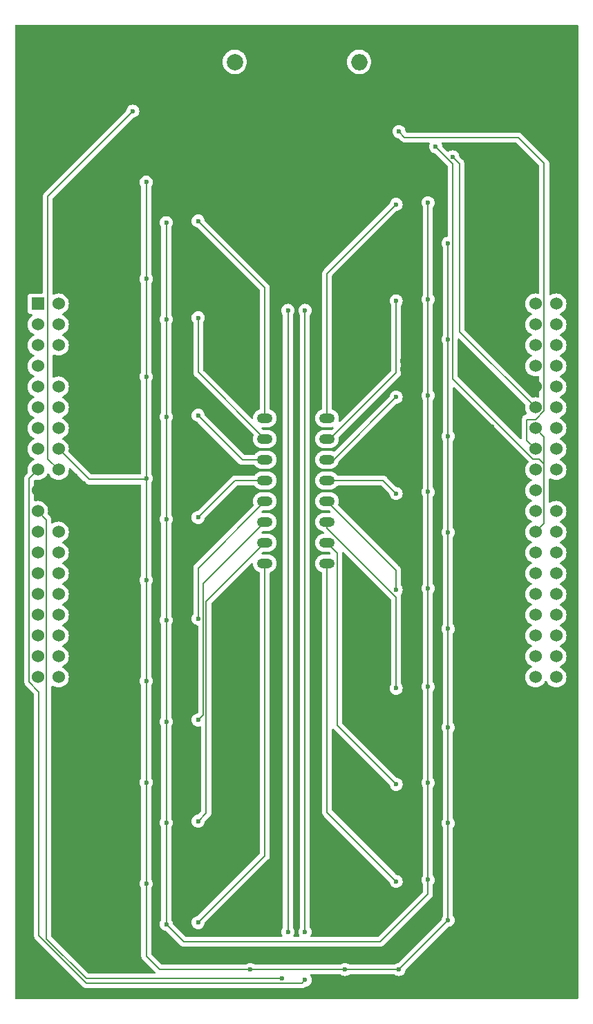
<source format=gbr>
%TF.GenerationSoftware,KiCad,Pcbnew,8.0.6*%
%TF.CreationDate,2024-12-14T19:09:49+00:00*%
%TF.ProjectId,micro,6d696372-6f2e-46b6-9963-61645f706362,rev?*%
%TF.SameCoordinates,Original*%
%TF.FileFunction,Copper,L2,Bot*%
%TF.FilePolarity,Positive*%
%FSLAX46Y46*%
G04 Gerber Fmt 4.6, Leading zero omitted, Abs format (unit mm)*
G04 Created by KiCad (PCBNEW 8.0.6) date 2024-12-14 19:09:49*
%MOMM*%
%LPD*%
G01*
G04 APERTURE LIST*
%TA.AperFunction,ComponentPad*%
%ADD10R,1.524000X1.524000*%
%TD*%
%TA.AperFunction,ComponentPad*%
%ADD11C,1.524000*%
%TD*%
%TA.AperFunction,ComponentPad*%
%ADD12O,1.900000X1.200000*%
%TD*%
%TA.AperFunction,ComponentPad*%
%ADD13C,2.000000*%
%TD*%
%TA.AperFunction,ComponentPad*%
%ADD14O,2.000000X2.000000*%
%TD*%
%TA.AperFunction,ViaPad*%
%ADD15C,0.600000*%
%TD*%
%TA.AperFunction,Conductor*%
%ADD16C,0.200000*%
%TD*%
G04 APERTURE END LIST*
D10*
%TO.P,U1,CN7_1,PC10*%
%TO.N,/LIO1*%
X117360000Y-70990000D03*
D11*
%TO.P,U1,CN7_2,PC11*%
%TO.N,/LIO3*%
X119900000Y-70990000D03*
%TO.P,U1,CN7_3,PC12*%
%TO.N,/LIO5*%
X117360000Y-73530000D03*
%TO.P,U1,CN7_4,PD2*%
%TO.N,/LIO7*%
X119900000Y-73530000D03*
%TO.P,U1,CN7_5,VDD*%
%TO.N,unconnected-(U1A-VDD-PadCN7_5)*%
X117360000Y-76070000D03*
%TO.P,U1,CN7_6,E5V*%
%TO.N,unconnected-(U1A-E5V-PadCN7_6)*%
X119900000Y-76070000D03*
%TO.P,U1,CN7_7,P8-BOOT0*%
%TO.N,unconnected-(U1A-P8-BOOT0-PadCN7_7)*%
X117360000Y-78610000D03*
%TO.P,U1,CN7_8,GND_CN7_8*%
%TO.N,GND*%
X119900000Y-78610000D03*
%TO.P,U1,CN7_9,NC_CN7_9*%
%TO.N,unconnected-(U1A-NC_CN7_9-PadCN7_9)*%
X117360000Y-81150000D03*
%TO.P,U1,CN7_10,NC_CN7_10*%
%TO.N,unconnected-(U1A-NC_CN7_10-PadCN7_10)*%
X119900000Y-81150000D03*
%TO.P,U1,CN7_11,NC_CN7_11*%
%TO.N,unconnected-(U1A-NC_CN7_11-PadCN7_11)*%
X117360000Y-83690000D03*
%TO.P,U1,CN7_12,IOREF*%
%TO.N,unconnected-(U1A-IOREF-PadCN7_12)*%
X119900000Y-83690000D03*
%TO.P,U1,CN7_13,PA13*%
%TO.N,unconnected-(U1A-PA13-PadCN7_13)*%
X117360000Y-86230000D03*
%TO.P,U1,CN7_14,~{RST}*%
%TO.N,unconnected-(U1A-~{RST}-PadCN7_14)*%
X119900000Y-86230000D03*
%TO.P,U1,CN7_15,PA14*%
%TO.N,unconnected-(U1A-PA14-PadCN7_15)*%
X117360000Y-88770000D03*
%TO.P,U1,CN7_16,+3V3*%
%TO.N,LV*%
X119900000Y-88770000D03*
%TO.P,U1,CN7_17,PA15*%
%TO.N,SCL*%
X117360000Y-91310000D03*
%TO.P,U1,CN7_18,+5V*%
%TO.N,+5V*%
X119900000Y-91310000D03*
%TO.P,U1,CN7_19,GND_CN7_19*%
%TO.N,GND*%
X117360000Y-93850000D03*
%TO.P,U1,CN7_20,GND_CN7_20*%
X119900000Y-93850000D03*
%TO.P,U1,CN7_21,PB7*%
%TO.N,SDA*%
X117360000Y-96390000D03*
%TO.P,U1,CN7_22,GND_CN7_22*%
%TO.N,GND*%
X119900000Y-96390000D03*
%TO.P,U1,CN7_23,PC13*%
%TO.N,unconnected-(U1A-PC13-PadCN7_23)*%
X117360000Y-98930000D03*
%TO.P,U1,CN7_24,VIN*%
%TO.N,unconnected-(U1A-VIN-PadCN7_24)*%
X119900000Y-98930000D03*
%TO.P,U1,CN7_25,PC14*%
%TO.N,unconnected-(U1A-PC14-PadCN7_25)*%
X117360000Y-101470000D03*
%TO.P,U1,CN7_26,NC_CN7_26*%
%TO.N,unconnected-(U1A-NC_CN7_26-PadCN7_26)*%
X119900000Y-101470000D03*
%TO.P,U1,CN7_27,PC15*%
%TO.N,unconnected-(U1A-PC15-PadCN7_27)*%
X117360000Y-104010000D03*
%TO.P,U1,CN7_28,PA0*%
%TO.N,unconnected-(U1A-PA0-PadCN7_28)*%
X119900000Y-104010000D03*
%TO.P,U1,CN7_29,PF0*%
%TO.N,unconnected-(U1A-PF0-PadCN7_29)*%
X117360000Y-106550000D03*
%TO.P,U1,CN7_30,PA1*%
%TO.N,unconnected-(U1A-PA1-PadCN7_30)*%
X119900000Y-106550000D03*
%TO.P,U1,CN7_31,PF1*%
%TO.N,unconnected-(U1A-PF1-PadCN7_31)*%
X117360000Y-109090000D03*
%TO.P,U1,CN7_32,PA4*%
%TO.N,/LIO9*%
X119900000Y-109090000D03*
%TO.P,U1,CN7_33,VBAT*%
%TO.N,unconnected-(U1A-VBAT-PadCN7_33)*%
X117360000Y-111630000D03*
%TO.P,U1,CN7_34,PB0*%
%TO.N,/LIO11*%
X119900000Y-111630000D03*
%TO.P,U1,CN7_35,PC2*%
%TO.N,/LIO13*%
X117360000Y-114170000D03*
%TO.P,U1,CN7_36,PC1/PB9*%
%TO.N,unconnected-(U1A-PC1{slash}PB9-PadCN7_36)*%
X119900000Y-114170000D03*
%TO.P,U1,CN7_37,PC3*%
%TO.N,/LIO15*%
X117360000Y-116710000D03*
%TO.P,U1,CN7_38,PC0/PA15*%
%TO.N,unconnected-(U1A-PC0{slash}PA15-PadCN7_38)*%
X119900000Y-116710000D03*
%TO.P,U1,CN10_1,PC9*%
%TO.N,unconnected-(U1B-PC9-PadCN10_1)*%
X178320000Y-70990000D03*
%TO.P,U1,CN10_2,PC8*%
%TO.N,unconnected-(U1B-PC8-PadCN10_2)*%
X180860000Y-70990000D03*
%TO.P,U1,CN10_3,PB8*%
%TO.N,unconnected-(U1B-PB8-PadCN10_3)*%
X178320000Y-73530000D03*
%TO.P,U1,CN10_4,PC6*%
%TO.N,unconnected-(U1B-PC6-PadCN10_4)*%
X180860000Y-73530000D03*
%TO.P,U1,CN10_5,PB9*%
%TO.N,/LIO2*%
X178320000Y-76070000D03*
%TO.P,U1,CN10_6,PC5*%
%TO.N,/LIO4*%
X180860000Y-76070000D03*
%TO.P,U1,CN10_7,AVDD*%
%TO.N,unconnected-(U1B-AVDD-PadCN10_7)*%
X178320000Y-78610000D03*
%TO.P,U1,CN10_8,5V_USB_CHGR*%
%TO.N,unconnected-(U1B-5V_USB_CHGR-PadCN10_8)*%
X180860000Y-78610000D03*
%TO.P,U1,CN10_9,GND_CN10_9*%
%TO.N,GND*%
X178320000Y-81150000D03*
%TO.P,U1,CN10_10,NC_CN10_10*%
%TO.N,unconnected-(U1B-NC_CN10_10-PadCN10_10)*%
X180860000Y-81150000D03*
%TO.P,U1,CN10_11,PA5*%
%TO.N,PSU_PWM*%
X178320000Y-83690000D03*
%TO.P,U1,CN10_12,PA12*%
%TO.N,unconnected-(U1B-PA12-PadCN10_12)*%
X180860000Y-83690000D03*
%TO.P,U1,CN10_13,PA6*%
%TO.N,RSENSE+*%
X178320000Y-86230000D03*
%TO.P,U1,CN10_14,PA11*%
%TO.N,unconnected-(U1B-PA11-PadCN10_14)*%
X180860000Y-86230000D03*
%TO.P,U1,CN10_15,PA7*%
%TO.N,RSENSE-*%
X178320000Y-88770000D03*
%TO.P,U1,CN10_16,PB12*%
%TO.N,unconnected-(U1B-PB12-PadCN10_16)*%
X180860000Y-88770000D03*
%TO.P,U1,CN10_17,PB6*%
%TO.N,/LIO6*%
X178320000Y-91310000D03*
%TO.P,U1,CN10_18,PB11*%
%TO.N,/LIO8*%
X180860000Y-91310000D03*
%TO.P,U1,CN10_19,PC7*%
%TO.N,unconnected-(U1B-PC7-PadCN10_19)*%
X178320000Y-93850000D03*
%TO.P,U1,CN10_20,GND_CN10_20*%
%TO.N,GND*%
X180860000Y-93850000D03*
%TO.P,U1,CN10_21,PA9*%
%TO.N,unconnected-(U1B-PA9-PadCN10_21)*%
X178320000Y-96390000D03*
%TO.P,U1,CN10_22,PB2*%
%TO.N,unconnected-(U1B-PB2-PadCN10_22)*%
X180860000Y-96390000D03*
%TO.P,U1,CN10_23,PA8*%
%TO.N,RSENSE+*%
X178320000Y-98930000D03*
%TO.P,U1,CN10_24,PB1*%
%TO.N,unconnected-(U1B-PB1-PadCN10_24)*%
X180860000Y-98930000D03*
%TO.P,U1,CN10_25,PB10*%
%TO.N,/LIO10*%
X178320000Y-101470000D03*
%TO.P,U1,CN10_26,PB15*%
%TO.N,/LIO12*%
X180860000Y-101470000D03*
%TO.P,U1,CN10_27,PB4*%
%TO.N,unconnected-(U1B-PB4-PadCN10_27)*%
X178320000Y-104010000D03*
%TO.P,U1,CN10_28,PB14*%
%TO.N,/LIO14*%
X180860000Y-104010000D03*
%TO.P,U1,CN10_29,PB5*%
%TO.N,/LIO16*%
X178320000Y-106550000D03*
%TO.P,U1,CN10_30,PB13*%
%TO.N,unconnected-(U1B-PB13-PadCN10_30)*%
X180860000Y-106550000D03*
%TO.P,U1,CN10_31,PB3*%
%TO.N,unconnected-(U1B-PB3-PadCN10_31)*%
X178320000Y-109090000D03*
%TO.P,U1,CN10_32,AGND*%
%TO.N,unconnected-(U1B-AGND-PadCN10_32)*%
X180860000Y-109090000D03*
%TO.P,U1,CN10_33,PA10*%
%TO.N,unconnected-(U1B-PA10-PadCN10_33)*%
X178320000Y-111630000D03*
%TO.P,U1,CN10_34,PC4*%
%TO.N,unconnected-(U1B-PC4-PadCN10_34)*%
X180860000Y-111630000D03*
%TO.P,U1,CN10_35,PA2/PC4*%
%TO.N,unconnected-(U1B-PA2{slash}PC4-PadCN10_35)*%
X178320000Y-114170000D03*
%TO.P,U1,CN10_36,NC_CN10_36*%
%TO.N,unconnected-(U1B-NC_CN10_36-PadCN10_36)*%
X180860000Y-114170000D03*
%TO.P,U1,CN10_37,PA3/PC5*%
%TO.N,unconnected-(U1B-PA3{slash}PC5-PadCN10_37)*%
X178320000Y-116710000D03*
%TO.P,U1,CN10_38,NC_CN10_38*%
%TO.N,unconnected-(U1B-NC_CN10_38-PadCN10_38)*%
X180860000Y-116710000D03*
%TD*%
D12*
%TO.P,J1,1,Pin_1*%
%TO.N,/HIO1*%
X145180000Y-85000000D03*
%TO.P,J1,2,Pin_2*%
%TO.N,/HIO2*%
X152800000Y-85000000D03*
%TO.P,J1,3,Pin_3*%
%TO.N,/HIO3*%
X145180000Y-87540000D03*
%TO.P,J1,4,Pin_4*%
%TO.N,/HIO4*%
X152800000Y-87540000D03*
%TO.P,J1,5,Pin_5*%
%TO.N,/HIO5*%
X145180000Y-90080000D03*
%TO.P,J1,6,Pin_6*%
%TO.N,/HIO6*%
X152800000Y-90080000D03*
%TO.P,J1,7,Pin_7*%
%TO.N,/HIO7*%
X145180000Y-92620000D03*
%TO.P,J1,8,Pin_8*%
%TO.N,/HIO8*%
X152800000Y-92620000D03*
%TO.P,J1,9,Pin_9*%
%TO.N,/HIO9*%
X145180000Y-95160000D03*
%TO.P,J1,10,Pin_10*%
%TO.N,/HIO10*%
X152800000Y-95160000D03*
%TO.P,J1,11,Pin_11*%
%TO.N,/HIO11*%
X145180000Y-97700000D03*
%TO.P,J1,12,Pin_12*%
%TO.N,/HIO12*%
X152800000Y-97700000D03*
%TO.P,J1,13,Pin_13*%
%TO.N,/HIO13*%
X145180000Y-100240000D03*
%TO.P,J1,14,Pin_14*%
%TO.N,/HIO14*%
X152800000Y-100240000D03*
%TO.P,J1,15,Pin_15*%
%TO.N,/HIO15*%
X145180000Y-102780000D03*
%TO.P,J1,16,Pin_16*%
%TO.N,/HIO16*%
X152800000Y-102780000D03*
%TD*%
D13*
%TO.P,L1,1,1*%
%TO.N,Net-(Q6-D)*%
X141487500Y-41365000D03*
D14*
%TO.P,L1,2,2*%
%TO.N,Net-(C3-Pad1)*%
X156727500Y-41365000D03*
%TD*%
D15*
%TO.N,+5V*%
X129000000Y-47400000D03*
%TO.N,GND*%
X151000113Y-64000000D03*
X139000113Y-115000000D03*
X143000113Y-128000000D03*
X140000113Y-116000000D03*
X122000000Y-121000000D03*
X140000113Y-112000000D03*
X142000113Y-138000000D03*
X144000000Y-111000000D03*
X141000000Y-107000000D03*
X121000000Y-68000000D03*
X143000113Y-122000000D03*
X176000000Y-141000000D03*
X124000000Y-140000000D03*
X142000113Y-122000000D03*
X124000000Y-104000000D03*
X142000113Y-115000000D03*
X142000113Y-123000000D03*
X139000113Y-139000000D03*
X139000113Y-57000000D03*
X122000000Y-95000000D03*
X122000000Y-133000000D03*
X123000000Y-103000000D03*
X157000113Y-57000000D03*
X137000113Y-56000000D03*
X140000113Y-115000000D03*
X120000000Y-129000000D03*
X177000113Y-81000000D03*
X175000113Y-102000000D03*
X158000113Y-128000000D03*
X124000000Y-78000000D03*
X142000113Y-118000000D03*
X174000113Y-89000000D03*
X161000113Y-122000000D03*
X149000113Y-64000000D03*
X122000000Y-96000000D03*
X158000113Y-115000000D03*
X175000000Y-123000000D03*
X125000000Y-95000000D03*
X160000113Y-113000000D03*
X160000113Y-122000000D03*
X176000113Y-91000000D03*
X139000113Y-94000000D03*
X121000000Y-130000000D03*
X141000113Y-116000000D03*
X176000113Y-67000000D03*
X160000113Y-91000000D03*
X177000000Y-140000000D03*
X137000113Y-91000000D03*
X143000000Y-110000000D03*
X122000000Y-122000000D03*
X122000000Y-130000000D03*
X123000000Y-118000000D03*
X157000113Y-56000000D03*
X122000000Y-67000000D03*
X125000113Y-90000000D03*
X137000113Y-143000000D03*
X141000113Y-118000000D03*
X139000113Y-112000000D03*
X178000000Y-127000000D03*
X143000113Y-117000000D03*
X178000000Y-134000000D03*
X142000000Y-107000000D03*
X176000000Y-122000000D03*
X122000000Y-124000000D03*
X141000113Y-119000000D03*
X152000113Y-57000000D03*
X176000113Y-86000000D03*
X157000113Y-54000000D03*
X176000000Y-138000000D03*
X138000113Y-57000000D03*
X143000113Y-125000000D03*
X159000113Y-90000000D03*
X178000000Y-119000000D03*
X160000113Y-130000000D03*
X178000000Y-120000000D03*
X158000113Y-122000000D03*
X123000000Y-130000000D03*
X121000000Y-134000000D03*
X176000113Y-73000000D03*
X175000113Y-113000000D03*
X144000000Y-106000000D03*
X139000113Y-59000000D03*
X143000113Y-127000000D03*
X142000113Y-119000000D03*
X124000000Y-115000000D03*
X122000000Y-111000000D03*
X156000113Y-112000000D03*
X176000113Y-71000000D03*
X158000113Y-111000000D03*
X176000000Y-123000000D03*
X122000000Y-116000000D03*
X142000113Y-126000000D03*
X175000113Y-109000000D03*
X159000113Y-123000000D03*
X161000113Y-54000000D03*
X176000000Y-133000000D03*
X173000113Y-73000000D03*
X159000113Y-119000000D03*
X122000000Y-113000000D03*
X176000000Y-136000000D03*
X174000113Y-110000000D03*
X174000113Y-112000000D03*
X123000000Y-114000000D03*
X156000113Y-110000000D03*
X156000113Y-138000000D03*
X178000000Y-135000000D03*
X121000000Y-129000000D03*
X159000113Y-141000000D03*
X122000000Y-125000000D03*
X159000113Y-131000000D03*
X175000113Y-98000000D03*
X175000000Y-124000000D03*
X176000000Y-134000000D03*
X141000113Y-113000000D03*
X121000000Y-119000000D03*
X142000000Y-109000000D03*
X139000113Y-93000000D03*
X158000113Y-131000000D03*
X176000113Y-97000000D03*
X122000000Y-97000000D03*
X176000113Y-68000000D03*
X141000113Y-112000000D03*
X139000113Y-89000000D03*
X123000000Y-68000000D03*
X174000000Y-123000000D03*
X161000113Y-89000000D03*
X122000000Y-119000000D03*
X158000113Y-140000000D03*
X125000000Y-119000000D03*
X152000113Y-62000000D03*
X159000113Y-122000000D03*
X147000113Y-62000000D03*
X121000000Y-120000000D03*
X156000113Y-56000000D03*
X144000000Y-108000000D03*
X139000113Y-111000000D03*
X174000113Y-100000000D03*
X141000000Y-106000000D03*
X120000000Y-137000000D03*
X177000113Y-95000000D03*
X174000113Y-77000000D03*
X122000000Y-103000000D03*
X175000113Y-112000000D03*
X139000113Y-114000000D03*
X160000113Y-79000000D03*
X141000113Y-126000000D03*
X139000113Y-58000000D03*
X123000000Y-95000000D03*
X160000113Y-54000000D03*
X174000113Y-66000000D03*
X122000000Y-129000000D03*
X176000000Y-132000000D03*
X162000113Y-134000000D03*
X162000113Y-79000000D03*
X177000000Y-134000000D03*
X152000113Y-55000000D03*
X147000113Y-55000000D03*
X151000113Y-55000000D03*
X144000000Y-109000000D03*
X176000000Y-135000000D03*
X178000000Y-125000000D03*
X176000113Y-84000000D03*
X125000000Y-107000000D03*
X140000000Y-107000000D03*
X152000113Y-56000000D03*
X120000000Y-67000000D03*
X159000113Y-57000000D03*
X141000113Y-117000000D03*
X162000113Y-138000000D03*
X143000000Y-108000000D03*
X121000000Y-138000000D03*
X121000000Y-124000000D03*
X123000000Y-131000000D03*
X120000000Y-119000000D03*
X143000113Y-123000000D03*
X160000113Y-90000000D03*
X125000000Y-120000000D03*
X143000113Y-120000000D03*
X140000113Y-113000000D03*
X122000000Y-135000000D03*
X139000113Y-109000000D03*
X160000113Y-78000000D03*
X175000000Y-122000000D03*
X141000113Y-57000000D03*
X158000113Y-134000000D03*
X175000113Y-74000000D03*
X120000000Y-128000000D03*
X137000113Y-92000000D03*
X120000000Y-123000000D03*
X158000113Y-109000000D03*
X147000113Y-59000000D03*
X152000113Y-64000000D03*
X143000000Y-107000000D03*
X147000113Y-63000000D03*
X162000113Y-123000000D03*
X160000113Y-89000000D03*
X144000000Y-104000000D03*
X124000000Y-65000000D03*
X175000113Y-99000000D03*
X137000113Y-57000000D03*
X137000113Y-93000000D03*
X143000000Y-109000000D03*
X157000113Y-139000000D03*
X178000000Y-131000000D03*
X175000113Y-90000000D03*
X176000113Y-100000000D03*
X120000000Y-130000000D03*
X177000000Y-80000000D03*
X176000113Y-79000000D03*
X122000000Y-66000000D03*
X138000113Y-141000000D03*
X120000000Y-131000000D03*
X176000113Y-93000000D03*
X123000000Y-93000000D03*
X161000113Y-90000000D03*
X174000000Y-124000000D03*
X120000000Y-127000000D03*
X159000113Y-134000000D03*
X157000113Y-123000000D03*
X122000000Y-93000000D03*
X174000000Y-135000000D03*
X138000113Y-58000000D03*
X160000113Y-133000000D03*
X138000113Y-92000000D03*
X122000000Y-105000000D03*
X159000113Y-121000000D03*
X158000113Y-133000000D03*
X137000113Y-142000000D03*
X157000113Y-111000000D03*
X122000000Y-131000000D03*
X124000000Y-128000000D03*
X152000113Y-63000000D03*
X149000113Y-55000000D03*
X158000113Y-114000000D03*
X158000113Y-56000000D03*
X121000000Y-122000000D03*
X138000113Y-90000000D03*
X139000113Y-90000000D03*
X177000000Y-139000000D03*
X129000113Y-90000000D03*
X176000113Y-101000000D03*
X175000000Y-136000000D03*
X160000113Y-142000000D03*
X176000113Y-92000000D03*
X142000113Y-125000000D03*
X122000000Y-123000000D03*
X122000000Y-64000000D03*
X141000113Y-120000000D03*
X155000113Y-112000000D03*
X124000000Y-68000000D03*
X144000000Y-107000000D03*
X120000000Y-66000000D03*
X122000000Y-117000000D03*
X158000113Y-116000000D03*
X177000000Y-132000000D03*
X140000113Y-58000000D03*
X124000000Y-127000000D03*
X138000113Y-94000000D03*
X178000000Y-137000000D03*
X122000000Y-101000000D03*
X174000113Y-90000000D03*
X178000000Y-132000000D03*
X148000113Y-55000000D03*
X142000113Y-113000000D03*
X174000113Y-73000000D03*
X143000113Y-124000000D03*
X139000113Y-97000000D03*
X141000113Y-115000000D03*
X125000000Y-108000000D03*
X139000113Y-92000000D03*
X176000113Y-69000000D03*
X142000113Y-56000000D03*
X139000113Y-140000000D03*
X147000113Y-61000000D03*
X121000000Y-123000000D03*
X147000113Y-57000000D03*
X174000000Y-137000000D03*
X152000113Y-61000000D03*
X142000113Y-120000000D03*
X152000113Y-59000000D03*
X139000113Y-116000000D03*
X159000113Y-88000000D03*
X122000000Y-62000000D03*
X141000113Y-122000000D03*
X142000113Y-127000000D03*
X124000000Y-139000000D03*
X122000000Y-68000000D03*
X123000000Y-120000000D03*
X176000113Y-70000000D03*
X159000113Y-59000000D03*
X123000000Y-104000000D03*
X174000113Y-101000000D03*
X178000000Y-122000000D03*
X120000000Y-132000000D03*
X120000000Y-68000000D03*
X122000000Y-136000000D03*
X178000000Y-139000000D03*
X155000113Y-113000000D03*
X178000000Y-123000000D03*
X124000000Y-77000000D03*
X121000000Y-128000000D03*
X162000113Y-54000000D03*
X156000113Y-111000000D03*
X157000113Y-124000000D03*
X122000000Y-92000000D03*
X128000113Y-90000000D03*
X121000000Y-64000000D03*
X147000113Y-58000000D03*
X178000000Y-124000000D03*
X175000113Y-85000000D03*
X123000000Y-65000000D03*
X176000113Y-83000000D03*
X158000113Y-130000000D03*
X120000000Y-64000000D03*
X143000113Y-118000000D03*
X158000113Y-123000000D03*
X122000000Y-63000000D03*
X120000000Y-120000000D03*
X139000113Y-141000000D03*
X138000113Y-56000000D03*
X121000000Y-121000000D03*
X144000000Y-105000000D03*
X160000113Y-127000000D03*
X143000113Y-119000000D03*
X121000000Y-63000000D03*
X141000113Y-124000000D03*
X124000000Y-94000000D03*
X120000000Y-133000000D03*
X122000000Y-98000000D03*
X159000113Y-94000000D03*
X124000000Y-141000000D03*
X122000000Y-139000000D03*
X160000113Y-109000000D03*
X150000113Y-55000000D03*
X139000113Y-110000000D03*
X140000113Y-111000000D03*
X175000113Y-78000000D03*
X175000000Y-134000000D03*
X140000113Y-114000000D03*
X120000000Y-122000000D03*
X159000113Y-132000000D03*
X124000000Y-118000000D03*
X140000113Y-57000000D03*
X175000113Y-110000000D03*
X124000000Y-126000000D03*
X124000000Y-105000000D03*
X121000000Y-133000000D03*
X125000000Y-132000000D03*
X159000113Y-87000000D03*
X124000000Y-107000000D03*
X157000113Y-116000000D03*
X173000000Y-86000000D03*
X176000000Y-120000000D03*
X174000000Y-125000000D03*
X138000113Y-142000000D03*
X122000000Y-102000000D03*
X160000113Y-138000000D03*
X161000113Y-91000000D03*
X122000000Y-100000000D03*
X143000000Y-106000000D03*
X121000000Y-67000000D03*
X178000000Y-128000000D03*
X120000000Y-65000000D03*
X174000113Y-74000000D03*
X147000113Y-64000000D03*
X159000113Y-107000000D03*
X177000000Y-133000000D03*
X176000113Y-75000000D03*
X141000113Y-125000000D03*
X160000113Y-121000000D03*
X143000113Y-121000000D03*
X175000113Y-111000000D03*
X158000113Y-57000000D03*
X159000113Y-54000000D03*
X148000113Y-64000000D03*
X177000000Y-131000000D03*
X124000000Y-114000000D03*
X139000113Y-56000000D03*
X174000113Y-88000000D03*
X124000000Y-119000000D03*
X147000113Y-56000000D03*
X152000113Y-60000000D03*
X161000113Y-133000000D03*
X178000000Y-130000000D03*
X176000000Y-125000000D03*
X178000000Y-138000000D03*
X136000113Y-113000000D03*
X140000113Y-117000000D03*
X127000113Y-90000000D03*
X175000113Y-100000000D03*
X124000000Y-66000000D03*
X160000113Y-118000000D03*
X162000113Y-122000000D03*
X159000113Y-115000000D03*
X140000113Y-138000000D03*
X159000113Y-108000000D03*
X140000113Y-140000000D03*
X142000000Y-108000000D03*
X141000113Y-123000000D03*
X123000000Y-117000000D03*
X158000113Y-58000000D03*
X139000113Y-113000000D03*
X138000113Y-140000000D03*
X159000113Y-56000000D03*
X141000113Y-139000000D03*
X123000000Y-67000000D03*
X178000000Y-136000000D03*
X159000113Y-129000000D03*
X120000000Y-136000000D03*
X143000113Y-116000000D03*
X158000113Y-54000000D03*
X157000113Y-114000000D03*
X176000113Y-99000000D03*
X160000113Y-88000000D03*
X175000113Y-75000000D03*
X159000113Y-120000000D03*
X161000113Y-134000000D03*
X160000113Y-77000000D03*
X177000113Y-98000000D03*
X120000000Y-135000000D03*
X150000113Y-64000000D03*
X160000113Y-110000000D03*
X176000113Y-90000000D03*
X174000000Y-122000000D03*
X142000000Y-105000000D03*
X174000113Y-65000000D03*
X152000113Y-58000000D03*
X159000113Y-109000000D03*
X175000000Y-121000000D03*
X122000000Y-94000000D03*
X155000113Y-111000000D03*
X143000113Y-115000000D03*
X177000000Y-135000000D03*
X121000000Y-137000000D03*
X162000113Y-90000000D03*
X159000113Y-91000000D03*
X158000113Y-124000000D03*
X157000113Y-109000000D03*
X122000000Y-110000000D03*
X175000113Y-101000000D03*
X159000113Y-138000000D03*
X122000000Y-99000000D03*
X120000000Y-69000000D03*
X123000000Y-126000000D03*
X123000000Y-66000000D03*
X121000000Y-132000000D03*
X141000113Y-114000000D03*
X122000000Y-112000000D03*
X141000113Y-121000000D03*
X157000113Y-134000000D03*
X159000113Y-113000000D03*
X144000000Y-110000000D03*
X177000000Y-136000000D03*
X124000000Y-132000000D03*
X122000000Y-109000000D03*
X142000113Y-114000000D03*
X175000000Y-135000000D03*
X157000113Y-115000000D03*
X143000113Y-126000000D03*
X176000000Y-140000000D03*
X159000113Y-133000000D03*
X138000113Y-93000000D03*
X120000000Y-134000000D03*
X160000113Y-76000000D03*
X178000000Y-133000000D03*
X123900000Y-89600000D03*
X124000000Y-131000000D03*
X178000000Y-129000000D03*
X159000113Y-111000000D03*
X140000113Y-139000000D03*
X124000000Y-120000000D03*
X178000000Y-121000000D03*
X161000113Y-121000000D03*
X162000113Y-91000000D03*
X157000113Y-117000000D03*
X158000113Y-113000000D03*
X174000113Y-99000000D03*
X120000000Y-121000000D03*
X175000113Y-66000000D03*
X138000113Y-91000000D03*
X176000000Y-121000000D03*
X159000113Y-58000000D03*
X158000113Y-120000000D03*
X123000000Y-105000000D03*
X174000000Y-134000000D03*
X159000113Y-130000000D03*
X140000113Y-56000000D03*
X158000113Y-121000000D03*
X160000113Y-134000000D03*
X176000113Y-76000000D03*
X175000000Y-137000000D03*
X161000113Y-123000000D03*
X122000000Y-137000000D03*
X159000113Y-114000000D03*
X178000000Y-126000000D03*
X142000113Y-117000000D03*
X142000113Y-116000000D03*
X176000113Y-102000000D03*
X159000113Y-110000000D03*
X126000113Y-90000000D03*
X158000113Y-110000000D03*
X123000000Y-139000000D03*
X124000000Y-95000000D03*
X158000113Y-129000000D03*
X156000113Y-54000000D03*
X176000113Y-80000000D03*
X121000000Y-136000000D03*
X122000000Y-118000000D03*
X174000113Y-113000000D03*
X176000113Y-72000000D03*
X161000113Y-138000000D03*
X157000113Y-122000000D03*
X175000000Y-133000000D03*
X143000000Y-104000000D03*
X176000000Y-124000000D03*
X123000000Y-132000000D03*
X124000000Y-103000000D03*
X123000000Y-102000000D03*
X123000000Y-119000000D03*
X157000113Y-110000000D03*
X160000113Y-111000000D03*
X174000113Y-111000000D03*
X141000113Y-138000000D03*
X124000000Y-67000000D03*
X174000000Y-136000000D03*
X121000000Y-135000000D03*
X160000113Y-114000000D03*
X121000000Y-66000000D03*
X141000113Y-56000000D03*
X122000000Y-138000000D03*
X123000000Y-94000000D03*
X137000113Y-141000000D03*
X158000113Y-108000000D03*
X175000000Y-125000000D03*
X122000000Y-120000000D03*
X142000000Y-106000000D03*
X177000000Y-138000000D03*
X123000000Y-140000000D03*
X142000113Y-124000000D03*
X176000000Y-137000000D03*
X121000000Y-65000000D03*
X122000000Y-134000000D03*
X141000000Y-108000000D03*
X160000113Y-123000000D03*
X158000113Y-132000000D03*
X139000113Y-91000000D03*
X122000000Y-104000000D03*
X176000113Y-85000000D03*
X176000113Y-74000000D03*
X159000113Y-89000000D03*
X122000000Y-65000000D03*
X124000000Y-102000000D03*
X162000113Y-78000000D03*
X142000113Y-121000000D03*
X122000000Y-132000000D03*
X176000113Y-98000000D03*
X147000113Y-60000000D03*
X175000113Y-73000000D03*
X176000000Y-139000000D03*
X143000000Y-105000000D03*
X157000113Y-121000000D03*
X121000000Y-131000000D03*
X143000113Y-114000000D03*
X177000000Y-137000000D03*
%TO.N,HV*%
X165159997Y-58620000D03*
X133100000Y-134550000D03*
X165159997Y-70420000D03*
X133100000Y-109750000D03*
X133100000Y-97350000D03*
X165159997Y-129620000D03*
X133100000Y-122150000D03*
X133100000Y-61050000D03*
X165159997Y-82220000D03*
X165159997Y-141520000D03*
X165159997Y-117870000D03*
X133100000Y-72900000D03*
X165159997Y-94020000D03*
X165159997Y-105820000D03*
X133100000Y-84850000D03*
X133100000Y-146950000D03*
%TO.N,LV*%
X167619997Y-134580000D03*
X167619997Y-98980000D03*
X130640000Y-129590000D03*
X130640000Y-56090000D03*
X130640000Y-79890000D03*
X143400000Y-152500000D03*
X130640000Y-92390000D03*
X167619997Y-146480000D03*
X167619997Y-87180000D03*
X130640000Y-141990000D03*
X161599997Y-152500000D03*
X155000000Y-152500000D03*
X130640000Y-67940000D03*
X167619997Y-75380000D03*
X167619997Y-63580000D03*
X130640000Y-104790000D03*
X167619997Y-110780000D03*
X167619997Y-122830000D03*
X130640000Y-117190000D03*
%TO.N,/HIO1*%
X137000000Y-60850000D03*
%TO.N,SCL*%
X150100000Y-147900000D03*
X150100000Y-71800000D03*
X150100000Y-153800000D03*
%TO.N,SDA*%
X148000000Y-147900000D03*
X148000000Y-71800000D03*
X147300000Y-153600000D03*
%TO.N,PSU_PWM*%
X168200000Y-53000000D03*
%TO.N,RSENSE-*%
X161600000Y-49900000D03*
%TO.N,RSENSE+*%
X166100000Y-51748529D03*
%TO.N,/HIO2*%
X161259998Y-58820000D03*
%TO.N,/HIO3*%
X137000000Y-72700000D03*
%TO.N,/HIO4*%
X161259998Y-70620000D03*
%TO.N,/HIO5*%
X137000000Y-84650000D03*
%TO.N,/HIO6*%
X161259998Y-82420000D03*
%TO.N,/HIO7*%
X137000000Y-97150000D03*
%TO.N,/HIO8*%
X161259997Y-94220000D03*
%TO.N,/HIO9*%
X137000000Y-109550000D03*
%TO.N,/HIO10*%
X161259997Y-106020000D03*
%TO.N,/HIO11*%
X137000000Y-121950000D03*
%TO.N,/HIO12*%
X161259998Y-118070000D03*
%TO.N,/HIO13*%
X137000000Y-134350000D03*
%TO.N,/HIO14*%
X161259997Y-129820000D03*
%TO.N,/HIO15*%
X137000000Y-146750000D03*
%TO.N,/HIO16*%
X161259998Y-141720000D03*
%TD*%
D16*
%TO.N,+5V*%
X118600000Y-57800000D02*
X129000000Y-47400000D01*
X118600000Y-90010000D02*
X118600000Y-57800000D01*
X119900000Y-91310000D02*
X118600000Y-90010000D01*
%TO.N,HV*%
X133100000Y-61050000D02*
X133100000Y-146950000D01*
X135250000Y-149100000D02*
X159300000Y-149100000D01*
X165159997Y-143240003D02*
X165159997Y-141520000D01*
X165159997Y-58620000D02*
X165159997Y-141520000D01*
X133100000Y-146950000D02*
X135250000Y-149100000D01*
X159300000Y-149100000D02*
X165159997Y-143240003D01*
%TO.N,LV*%
X143400000Y-152500000D02*
X155000000Y-152500000D01*
X130640000Y-141990000D02*
X130640000Y-150840000D01*
X132300000Y-152500000D02*
X143400000Y-152500000D01*
X130530000Y-92500000D02*
X130640000Y-92390000D01*
X130640000Y-56090000D02*
X130640000Y-141990000D01*
X161599997Y-152500000D02*
X167619997Y-146480000D01*
X167619997Y-63580000D02*
X167619997Y-146480000D01*
X119900000Y-88770000D02*
X123630000Y-92500000D01*
X123630000Y-92500000D02*
X130530000Y-92500000D01*
X130640000Y-150840000D02*
X132300000Y-152500000D01*
X155000000Y-152500000D02*
X161599997Y-152500000D01*
%TO.N,/HIO1*%
X137000000Y-60850000D02*
X145180000Y-69030000D01*
X145180000Y-69030000D02*
X145180000Y-85000000D01*
%TO.N,SCL*%
X150100000Y-147900000D02*
X150100000Y-71800000D01*
X116298000Y-117297887D02*
X116298000Y-92372000D01*
X123334314Y-154200000D02*
X117500113Y-148365799D01*
X117360000Y-91310000D02*
X116298000Y-92372000D01*
X149700000Y-154200000D02*
X150100000Y-153800000D01*
X117500113Y-148365799D02*
X117500113Y-118500000D01*
X117500113Y-118500000D02*
X116298000Y-117297887D01*
X149700000Y-154200000D02*
X123334314Y-154200000D01*
%TO.N,SDA*%
X118422000Y-148722000D02*
X123300000Y-153600000D01*
X148000000Y-147900000D02*
X148000000Y-71800000D01*
X118422000Y-97452000D02*
X118422000Y-148722000D01*
X123300000Y-153600000D02*
X147300000Y-153600000D01*
X117360000Y-96390000D02*
X118422000Y-97452000D01*
%TO.N,PSU_PWM*%
X178320000Y-83690000D02*
X169019997Y-74389997D01*
X169019997Y-53819997D02*
X168200000Y-53000000D01*
X169019997Y-74389997D02*
X169019997Y-53819997D01*
%TO.N,RSENSE-*%
X176200000Y-50600000D02*
X162300000Y-50600000D01*
X162300000Y-50600000D02*
X161600000Y-49900000D01*
X177258000Y-85142000D02*
X178369895Y-85142000D01*
X178369895Y-85142000D02*
X179400000Y-84111895D01*
X179400000Y-84111895D02*
X179400000Y-53800000D01*
X179400000Y-53800000D02*
X176200000Y-50600000D01*
X177258000Y-87708000D02*
X177258000Y-85142000D01*
X178320000Y-88770000D02*
X177258000Y-87708000D01*
%TO.N,RSENSE+*%
X179382000Y-90582000D02*
X178800000Y-90000000D01*
X179382000Y-90900000D02*
X179382000Y-87292000D01*
X168219997Y-80171892D02*
X168219997Y-53868526D01*
X178048105Y-90000000D02*
X168219997Y-80171892D01*
X178800000Y-90000000D02*
X178048105Y-90000000D01*
X168219997Y-53868526D02*
X166100000Y-51748529D01*
X179382000Y-87292000D02*
X178320000Y-86230000D01*
X179382000Y-97868000D02*
X179382000Y-90900000D01*
X178320000Y-98930000D02*
X179382000Y-97868000D01*
X179382000Y-90900000D02*
X179382000Y-90582000D01*
%TO.N,/HIO2*%
X152800000Y-67279998D02*
X161259998Y-58820000D01*
X152800000Y-85000000D02*
X152800000Y-67279998D01*
%TO.N,/HIO3*%
X145180000Y-87540000D02*
X137000000Y-79360000D01*
X137000000Y-79360000D02*
X137000000Y-72700000D01*
%TO.N,/HIO4*%
X153150000Y-87540000D02*
X161259998Y-79430002D01*
X161259998Y-79430002D02*
X161259998Y-70620000D01*
%TO.N,/HIO5*%
X142430000Y-90080000D02*
X137000000Y-84650000D01*
X145180000Y-90080000D02*
X142430000Y-90080000D01*
%TO.N,/HIO6*%
X153599998Y-90080000D02*
X161259998Y-82420000D01*
%TO.N,/HIO7*%
X141530000Y-92620000D02*
X137000000Y-97150000D01*
X145180000Y-92620000D02*
X141530000Y-92620000D01*
%TO.N,/HIO8*%
X152800000Y-92620000D02*
X159659998Y-92620000D01*
X159659998Y-92620000D02*
X161259998Y-94220000D01*
%TO.N,/HIO9*%
X137000000Y-103340000D02*
X137000000Y-109550000D01*
X137000000Y-103340000D02*
X145180000Y-95160000D01*
%TO.N,/HIO10*%
X161259998Y-103619998D02*
X161259998Y-106020000D01*
X152800000Y-95160000D02*
X161259998Y-103619998D01*
%TO.N,/HIO11*%
X145180000Y-97700000D02*
X137600000Y-105280000D01*
X137600000Y-105280000D02*
X137600000Y-121350000D01*
X137600000Y-121350000D02*
X137000000Y-121950000D01*
%TO.N,/HIO12*%
X161259998Y-106959998D02*
X161259998Y-118070000D01*
X152800000Y-97700000D02*
X152800000Y-98500000D01*
X152800000Y-98500000D02*
X161259998Y-106959998D01*
%TO.N,/HIO13*%
X145180000Y-100240000D02*
X138000000Y-107420000D01*
X138000000Y-107420000D02*
X138000000Y-133350000D01*
X138000000Y-133350000D02*
X137000000Y-134350000D01*
%TO.N,/HIO14*%
X154050000Y-122610002D02*
X161259998Y-129820000D01*
X154050000Y-101490000D02*
X154050000Y-122610002D01*
X152800000Y-100240000D02*
X154050000Y-101490000D01*
%TO.N,/HIO15*%
X145180000Y-102780000D02*
X145180000Y-138570000D01*
X145180000Y-138570000D02*
X137000000Y-146750000D01*
%TO.N,/HIO16*%
X152800000Y-102780000D02*
X152800000Y-133260002D01*
X152800000Y-133260002D02*
X161259998Y-141720000D01*
%TD*%
%TA.AperFunction,Conductor*%
%TO.N,GND*%
G36*
X121352671Y-91074109D02*
G01*
X121367626Y-91086862D01*
X123261284Y-92980520D01*
X123261286Y-92980521D01*
X123261290Y-92980524D01*
X123398209Y-93059573D01*
X123398216Y-93059577D01*
X123550943Y-93100501D01*
X123550945Y-93100501D01*
X123716654Y-93100501D01*
X123716670Y-93100500D01*
X129915500Y-93100500D01*
X129982539Y-93120185D01*
X130028294Y-93172989D01*
X130039500Y-93224500D01*
X130039500Y-104207587D01*
X130019815Y-104274626D01*
X130012450Y-104284896D01*
X130010186Y-104287734D01*
X129914211Y-104440476D01*
X129854631Y-104610745D01*
X129854630Y-104610750D01*
X129834435Y-104789996D01*
X129834435Y-104790003D01*
X129854630Y-104969249D01*
X129854631Y-104969254D01*
X129914211Y-105139523D01*
X129959061Y-105210901D01*
X130007771Y-105288422D01*
X130010185Y-105292263D01*
X130012445Y-105295097D01*
X130013334Y-105297275D01*
X130013889Y-105298158D01*
X130013734Y-105298255D01*
X130038855Y-105359783D01*
X130039500Y-105372412D01*
X130039500Y-116607587D01*
X130019815Y-116674626D01*
X130012450Y-116684896D01*
X130010186Y-116687734D01*
X129914211Y-116840476D01*
X129854631Y-117010745D01*
X129854630Y-117010750D01*
X129834435Y-117189996D01*
X129834435Y-117190003D01*
X129854630Y-117369249D01*
X129854631Y-117369254D01*
X129907547Y-117520478D01*
X129914211Y-117539522D01*
X130003000Y-117680829D01*
X130010185Y-117692263D01*
X130012445Y-117695097D01*
X130013334Y-117697275D01*
X130013889Y-117698158D01*
X130013734Y-117698255D01*
X130038855Y-117759783D01*
X130039500Y-117772412D01*
X130039500Y-129007587D01*
X130019815Y-129074626D01*
X130012450Y-129084896D01*
X130010186Y-129087734D01*
X129914211Y-129240476D01*
X129854631Y-129410745D01*
X129854630Y-129410750D01*
X129834435Y-129589996D01*
X129834435Y-129590003D01*
X129854630Y-129769249D01*
X129854631Y-129769254D01*
X129914211Y-129939523D01*
X130010185Y-130092263D01*
X130012445Y-130095097D01*
X130013334Y-130097275D01*
X130013889Y-130098158D01*
X130013734Y-130098255D01*
X130038855Y-130159783D01*
X130039500Y-130172412D01*
X130039500Y-141407587D01*
X130019815Y-141474626D01*
X130012450Y-141484896D01*
X130010186Y-141487734D01*
X129914211Y-141640476D01*
X129854631Y-141810745D01*
X129854630Y-141810750D01*
X129834435Y-141989996D01*
X129834435Y-141990003D01*
X129854630Y-142169249D01*
X129854631Y-142169254D01*
X129914211Y-142339523D01*
X130010185Y-142492263D01*
X130012445Y-142495097D01*
X130013334Y-142497275D01*
X130013889Y-142498158D01*
X130013734Y-142498255D01*
X130038855Y-142559783D01*
X130039500Y-142572412D01*
X130039500Y-150753330D01*
X130039499Y-150753348D01*
X130039499Y-150919054D01*
X130039498Y-150919054D01*
X130080423Y-151071785D01*
X130109358Y-151121900D01*
X130109359Y-151121904D01*
X130109360Y-151121904D01*
X130159479Y-151208714D01*
X130159481Y-151208717D01*
X130278349Y-151327585D01*
X130278355Y-151327590D01*
X131738583Y-152787819D01*
X131772068Y-152849142D01*
X131767084Y-152918834D01*
X131725212Y-152974767D01*
X131659748Y-152999184D01*
X131650902Y-152999500D01*
X123600098Y-152999500D01*
X123533059Y-152979815D01*
X123512417Y-152963181D01*
X119058819Y-148509583D01*
X119025334Y-148448260D01*
X119022500Y-148421902D01*
X119022500Y-117874998D01*
X119042185Y-117807959D01*
X119094989Y-117762204D01*
X119164147Y-117752260D01*
X119217624Y-117773424D01*
X119266331Y-117807530D01*
X119266335Y-117807532D01*
X119266338Y-117807534D01*
X119466550Y-117900894D01*
X119679932Y-117958070D01*
X119837123Y-117971822D01*
X119899998Y-117977323D01*
X119900000Y-117977323D01*
X119900002Y-117977323D01*
X119955017Y-117972509D01*
X120120068Y-117958070D01*
X120333450Y-117900894D01*
X120533662Y-117807534D01*
X120714620Y-117680826D01*
X120870826Y-117524620D01*
X120997534Y-117343662D01*
X121090894Y-117143450D01*
X121148070Y-116930068D01*
X121167323Y-116710000D01*
X121165375Y-116687738D01*
X121148070Y-116489937D01*
X121148070Y-116489932D01*
X121090894Y-116276550D01*
X120997534Y-116076339D01*
X120870826Y-115895380D01*
X120714620Y-115739174D01*
X120714616Y-115739171D01*
X120714615Y-115739170D01*
X120533666Y-115612468D01*
X120533658Y-115612464D01*
X120404811Y-115552382D01*
X120352371Y-115506210D01*
X120333219Y-115439017D01*
X120353435Y-115372135D01*
X120404811Y-115327618D01*
X120410802Y-115324824D01*
X120533662Y-115267534D01*
X120714620Y-115140826D01*
X120870826Y-114984620D01*
X120997534Y-114803662D01*
X121090894Y-114603450D01*
X121148070Y-114390068D01*
X121167323Y-114170000D01*
X121148070Y-113949932D01*
X121090894Y-113736550D01*
X120997534Y-113536339D01*
X120870826Y-113355380D01*
X120714620Y-113199174D01*
X120714616Y-113199171D01*
X120714615Y-113199170D01*
X120533666Y-113072468D01*
X120533658Y-113072464D01*
X120404811Y-113012382D01*
X120352371Y-112966210D01*
X120333219Y-112899017D01*
X120353435Y-112832135D01*
X120404811Y-112787618D01*
X120410802Y-112784824D01*
X120533662Y-112727534D01*
X120714620Y-112600826D01*
X120870826Y-112444620D01*
X120997534Y-112263662D01*
X121090894Y-112063450D01*
X121148070Y-111850068D01*
X121167323Y-111630000D01*
X121148070Y-111409932D01*
X121090894Y-111196550D01*
X120997534Y-110996339D01*
X120870826Y-110815380D01*
X120714620Y-110659174D01*
X120714616Y-110659171D01*
X120714615Y-110659170D01*
X120533666Y-110532468D01*
X120533658Y-110532464D01*
X120404811Y-110472382D01*
X120352371Y-110426210D01*
X120333219Y-110359017D01*
X120353435Y-110292135D01*
X120404811Y-110247618D01*
X120410802Y-110244824D01*
X120533662Y-110187534D01*
X120714620Y-110060826D01*
X120870826Y-109904620D01*
X120997534Y-109723662D01*
X121090894Y-109523450D01*
X121148070Y-109310068D01*
X121167323Y-109090000D01*
X121148070Y-108869932D01*
X121090894Y-108656550D01*
X120997534Y-108456339D01*
X120870826Y-108275380D01*
X120714620Y-108119174D01*
X120714616Y-108119171D01*
X120714615Y-108119170D01*
X120533666Y-107992468D01*
X120533658Y-107992464D01*
X120404811Y-107932382D01*
X120352371Y-107886210D01*
X120333219Y-107819017D01*
X120353435Y-107752135D01*
X120404811Y-107707618D01*
X120410802Y-107704824D01*
X120533662Y-107647534D01*
X120714620Y-107520826D01*
X120870826Y-107364620D01*
X120997534Y-107183662D01*
X121090894Y-106983450D01*
X121148070Y-106770068D01*
X121167323Y-106550000D01*
X121148070Y-106329932D01*
X121090894Y-106116550D01*
X120997534Y-105916339D01*
X120870826Y-105735380D01*
X120714620Y-105579174D01*
X120714616Y-105579171D01*
X120714615Y-105579170D01*
X120533666Y-105452468D01*
X120533658Y-105452464D01*
X120404811Y-105392382D01*
X120352371Y-105346210D01*
X120333219Y-105279017D01*
X120353435Y-105212135D01*
X120404811Y-105167618D01*
X120410802Y-105164824D01*
X120533662Y-105107534D01*
X120714620Y-104980826D01*
X120870826Y-104824620D01*
X120997534Y-104643662D01*
X121090894Y-104443450D01*
X121148070Y-104230068D01*
X121167323Y-104010000D01*
X121148070Y-103789932D01*
X121090894Y-103576550D01*
X120997534Y-103376339D01*
X120916733Y-103260943D01*
X120870827Y-103195381D01*
X120810583Y-103135137D01*
X120714620Y-103039174D01*
X120714616Y-103039171D01*
X120714615Y-103039170D01*
X120533666Y-102912468D01*
X120533658Y-102912464D01*
X120404811Y-102852382D01*
X120352371Y-102806210D01*
X120333219Y-102739017D01*
X120353435Y-102672135D01*
X120404811Y-102627618D01*
X120410802Y-102624824D01*
X120533662Y-102567534D01*
X120714620Y-102440826D01*
X120870826Y-102284620D01*
X120997534Y-102103662D01*
X121090894Y-101903450D01*
X121148070Y-101690068D01*
X121167323Y-101470000D01*
X121148070Y-101249932D01*
X121090894Y-101036550D01*
X120997534Y-100836339D01*
X120921320Y-100727494D01*
X120870827Y-100655381D01*
X120870823Y-100655377D01*
X120714620Y-100499174D01*
X120714616Y-100499171D01*
X120714615Y-100499170D01*
X120533666Y-100372468D01*
X120533658Y-100372464D01*
X120404811Y-100312382D01*
X120352371Y-100266210D01*
X120333219Y-100199017D01*
X120353435Y-100132135D01*
X120404811Y-100087618D01*
X120410802Y-100084824D01*
X120533662Y-100027534D01*
X120714620Y-99900826D01*
X120870826Y-99744620D01*
X120997534Y-99563662D01*
X121090894Y-99363450D01*
X121148070Y-99150068D01*
X121162949Y-98979996D01*
X121167323Y-98930002D01*
X121167323Y-98929997D01*
X121154723Y-98785979D01*
X121148070Y-98709932D01*
X121090894Y-98496550D01*
X120997534Y-98296339D01*
X120877063Y-98124287D01*
X120870827Y-98115381D01*
X120804950Y-98049504D01*
X120714620Y-97959174D01*
X120714616Y-97959171D01*
X120714615Y-97959170D01*
X120533666Y-97832468D01*
X120533662Y-97832466D01*
X120440324Y-97788942D01*
X120333450Y-97739106D01*
X120333447Y-97739105D01*
X120333445Y-97739104D01*
X120120070Y-97681930D01*
X120120062Y-97681929D01*
X119900002Y-97662677D01*
X119899998Y-97662677D01*
X119679937Y-97681929D01*
X119679929Y-97681930D01*
X119466554Y-97739104D01*
X119466550Y-97739106D01*
X119266339Y-97832466D01*
X119217620Y-97866578D01*
X119151416Y-97888905D01*
X119083649Y-97871893D01*
X119035837Y-97820945D01*
X119022500Y-97765002D01*
X119022500Y-97541060D01*
X119022501Y-97541047D01*
X119022501Y-97372945D01*
X119022501Y-97372943D01*
X118981577Y-97220215D01*
X118972570Y-97204615D01*
X118953018Y-97170750D01*
X118902520Y-97083284D01*
X118620913Y-96801678D01*
X118587429Y-96740356D01*
X118588821Y-96681902D01*
X118589297Y-96680128D01*
X118608070Y-96610068D01*
X118627323Y-96390000D01*
X118625103Y-96364630D01*
X118613623Y-96233402D01*
X118608070Y-96169932D01*
X118550894Y-95956550D01*
X118457534Y-95756339D01*
X118337065Y-95584290D01*
X118330827Y-95575381D01*
X118330823Y-95575377D01*
X118174620Y-95419174D01*
X118174616Y-95419171D01*
X118174615Y-95419170D01*
X117993666Y-95292468D01*
X117993662Y-95292466D01*
X117895323Y-95246610D01*
X117793450Y-95199106D01*
X117793447Y-95199105D01*
X117793445Y-95199104D01*
X117580070Y-95141930D01*
X117580062Y-95141929D01*
X117360002Y-95122677D01*
X117359998Y-95122677D01*
X117139937Y-95141929D01*
X117139926Y-95141931D01*
X117054593Y-95164796D01*
X116984743Y-95163133D01*
X116926881Y-95123970D01*
X116899377Y-95059741D01*
X116898500Y-95045021D01*
X116898500Y-92672097D01*
X116918185Y-92605058D01*
X116934816Y-92584419D01*
X116940455Y-92578779D01*
X116948318Y-92570916D01*
X117009638Y-92537430D01*
X117068096Y-92538821D01*
X117139924Y-92558068D01*
X117139925Y-92558068D01*
X117139932Y-92558070D01*
X117327226Y-92574455D01*
X117359998Y-92577323D01*
X117360000Y-92577323D01*
X117360002Y-92577323D01*
X117415017Y-92572509D01*
X117580068Y-92558070D01*
X117793450Y-92500894D01*
X117993662Y-92407534D01*
X118174620Y-92280826D01*
X118330826Y-92124620D01*
X118457534Y-91943662D01*
X118517618Y-91814811D01*
X118563790Y-91762371D01*
X118630983Y-91743219D01*
X118697865Y-91763435D01*
X118742382Y-91814811D01*
X118802464Y-91943658D01*
X118802468Y-91943666D01*
X118929170Y-92124615D01*
X118929175Y-92124621D01*
X119085378Y-92280824D01*
X119085384Y-92280829D01*
X119266333Y-92407531D01*
X119266335Y-92407532D01*
X119266338Y-92407534D01*
X119466550Y-92500894D01*
X119679932Y-92558070D01*
X119837123Y-92571822D01*
X119899998Y-92577323D01*
X119900000Y-92577323D01*
X119900002Y-92577323D01*
X119955017Y-92572509D01*
X120120068Y-92558070D01*
X120333450Y-92500894D01*
X120533662Y-92407534D01*
X120714620Y-92280826D01*
X120870826Y-92124620D01*
X120997534Y-91943662D01*
X121090894Y-91743450D01*
X121148070Y-91530068D01*
X121167323Y-91310000D01*
X121156417Y-91185347D01*
X121170183Y-91116851D01*
X121218798Y-91066668D01*
X121286827Y-91050734D01*
X121352671Y-91074109D01*
G37*
%TD.AperFunction*%
%TA.AperFunction,Conductor*%
G36*
X169025700Y-75245381D02*
G01*
X169032178Y-75251413D01*
X177059084Y-83278319D01*
X177092569Y-83339642D01*
X177091178Y-83398092D01*
X177071932Y-83469923D01*
X177071929Y-83469937D01*
X177052677Y-83689997D01*
X177052677Y-83690002D01*
X177071929Y-83910062D01*
X177071930Y-83910070D01*
X177129104Y-84123445D01*
X177129105Y-84123447D01*
X177129106Y-84123450D01*
X177140432Y-84147738D01*
X177222466Y-84323662D01*
X177222469Y-84323666D01*
X177242450Y-84352203D01*
X177264777Y-84418410D01*
X177247766Y-84486177D01*
X177196818Y-84533989D01*
X177172971Y-84543100D01*
X177123258Y-84556420D01*
X177026214Y-84582423D01*
X177026209Y-84582426D01*
X176889290Y-84661475D01*
X176889282Y-84661481D01*
X176777481Y-84773282D01*
X176777475Y-84773290D01*
X176698426Y-84910209D01*
X176698423Y-84910216D01*
X176657500Y-85062943D01*
X176657500Y-87460797D01*
X176637815Y-87527836D01*
X176585011Y-87573591D01*
X176515853Y-87583535D01*
X176452297Y-87554510D01*
X176445819Y-87548478D01*
X168856816Y-79959475D01*
X168823331Y-79898152D01*
X168820497Y-79871794D01*
X168820497Y-75339094D01*
X168840182Y-75272055D01*
X168892986Y-75226300D01*
X168962144Y-75216356D01*
X169025700Y-75245381D01*
G37*
%TD.AperFunction*%
%TA.AperFunction,Conductor*%
G36*
X175966942Y-51220185D02*
G01*
X175987584Y-51236819D01*
X178763181Y-54012416D01*
X178796666Y-54073739D01*
X178799500Y-54100097D01*
X178799500Y-69649844D01*
X178779815Y-69716883D01*
X178727011Y-69762638D01*
X178657853Y-69772582D01*
X178643407Y-69769619D01*
X178540073Y-69741931D01*
X178540069Y-69741930D01*
X178540068Y-69741930D01*
X178540067Y-69741929D01*
X178540062Y-69741929D01*
X178320002Y-69722677D01*
X178319998Y-69722677D01*
X178099937Y-69741929D01*
X178099929Y-69741930D01*
X177886554Y-69799104D01*
X177886548Y-69799107D01*
X177686340Y-69892465D01*
X177686338Y-69892466D01*
X177505377Y-70019175D01*
X177349175Y-70175377D01*
X177222466Y-70356338D01*
X177222465Y-70356340D01*
X177129107Y-70556548D01*
X177129104Y-70556554D01*
X177071930Y-70769929D01*
X177071929Y-70769937D01*
X177052677Y-70989997D01*
X177052677Y-70990002D01*
X177071929Y-71210062D01*
X177071930Y-71210070D01*
X177129104Y-71423445D01*
X177129105Y-71423447D01*
X177129106Y-71423450D01*
X177221106Y-71620745D01*
X177222466Y-71623662D01*
X177222468Y-71623666D01*
X177349170Y-71804615D01*
X177349175Y-71804621D01*
X177505378Y-71960824D01*
X177505384Y-71960829D01*
X177686333Y-72087531D01*
X177686335Y-72087532D01*
X177686338Y-72087534D01*
X177805748Y-72143215D01*
X177815189Y-72147618D01*
X177867628Y-72193790D01*
X177886780Y-72260984D01*
X177866564Y-72327865D01*
X177815189Y-72372382D01*
X177686340Y-72432465D01*
X177686338Y-72432466D01*
X177505377Y-72559175D01*
X177349175Y-72715377D01*
X177222466Y-72896338D01*
X177222465Y-72896340D01*
X177129107Y-73096548D01*
X177129104Y-73096554D01*
X177071930Y-73309929D01*
X177071929Y-73309937D01*
X177052677Y-73529997D01*
X177052677Y-73530002D01*
X177071929Y-73750062D01*
X177071930Y-73750070D01*
X177129104Y-73963445D01*
X177129105Y-73963447D01*
X177129106Y-73963450D01*
X177200361Y-74116258D01*
X177222466Y-74163662D01*
X177222468Y-74163666D01*
X177349170Y-74344615D01*
X177349175Y-74344621D01*
X177505378Y-74500824D01*
X177505384Y-74500829D01*
X177686333Y-74627531D01*
X177686335Y-74627532D01*
X177686338Y-74627534D01*
X177805748Y-74683215D01*
X177815189Y-74687618D01*
X177867628Y-74733790D01*
X177886780Y-74800984D01*
X177866564Y-74867865D01*
X177815189Y-74912382D01*
X177686340Y-74972465D01*
X177686338Y-74972466D01*
X177505377Y-75099175D01*
X177349175Y-75255377D01*
X177222466Y-75436338D01*
X177222465Y-75436340D01*
X177129107Y-75636548D01*
X177129104Y-75636554D01*
X177071930Y-75849929D01*
X177071929Y-75849937D01*
X177052677Y-76069997D01*
X177052677Y-76070002D01*
X177071929Y-76290062D01*
X177071930Y-76290070D01*
X177129104Y-76503445D01*
X177129105Y-76503447D01*
X177129106Y-76503450D01*
X177222466Y-76703662D01*
X177222468Y-76703666D01*
X177349170Y-76884615D01*
X177349175Y-76884621D01*
X177505378Y-77040824D01*
X177505384Y-77040829D01*
X177686333Y-77167531D01*
X177686335Y-77167532D01*
X177686338Y-77167534D01*
X177774694Y-77208735D01*
X177815189Y-77227618D01*
X177867628Y-77273790D01*
X177886780Y-77340984D01*
X177866564Y-77407865D01*
X177815189Y-77452382D01*
X177686340Y-77512465D01*
X177686338Y-77512466D01*
X177505377Y-77639175D01*
X177349175Y-77795377D01*
X177222466Y-77976338D01*
X177222465Y-77976340D01*
X177129107Y-78176548D01*
X177129104Y-78176554D01*
X177071930Y-78389929D01*
X177071929Y-78389937D01*
X177052677Y-78609997D01*
X177052677Y-78610002D01*
X177071929Y-78830062D01*
X177071930Y-78830070D01*
X177129104Y-79043445D01*
X177129105Y-79043447D01*
X177129106Y-79043450D01*
X177193371Y-79181267D01*
X177222466Y-79243662D01*
X177222468Y-79243666D01*
X177349170Y-79424615D01*
X177349175Y-79424621D01*
X177505378Y-79580824D01*
X177505384Y-79580829D01*
X177686333Y-79707531D01*
X177686335Y-79707532D01*
X177686338Y-79707534D01*
X177886550Y-79800894D01*
X178099932Y-79858070D01*
X178256802Y-79871794D01*
X178319998Y-79877323D01*
X178320000Y-79877323D01*
X178320002Y-79877323D01*
X178383198Y-79871794D01*
X178540068Y-79858070D01*
X178643407Y-79830380D01*
X178713255Y-79832042D01*
X178771118Y-79871203D01*
X178798623Y-79935431D01*
X178799500Y-79950154D01*
X178799500Y-82349844D01*
X178779815Y-82416883D01*
X178727011Y-82462638D01*
X178657853Y-82472582D01*
X178643407Y-82469619D01*
X178540073Y-82441931D01*
X178540069Y-82441930D01*
X178540068Y-82441930D01*
X178540067Y-82441929D01*
X178540062Y-82441929D01*
X178320002Y-82422677D01*
X178319998Y-82422677D01*
X178099937Y-82441929D01*
X178099923Y-82441932D01*
X178028092Y-82461178D01*
X177958242Y-82459514D01*
X177908319Y-82429084D01*
X169656816Y-74177581D01*
X169623331Y-74116258D01*
X169620497Y-74089900D01*
X169620497Y-53909056D01*
X169620498Y-53909043D01*
X169620498Y-53740942D01*
X169620498Y-53740940D01*
X169579574Y-53588212D01*
X169550636Y-53538092D01*
X169500517Y-53451281D01*
X169388713Y-53339477D01*
X169388712Y-53339476D01*
X169384382Y-53335146D01*
X169384371Y-53335136D01*
X169030700Y-52981465D01*
X168997215Y-52920142D01*
X168995163Y-52907686D01*
X168985368Y-52820745D01*
X168925789Y-52650478D01*
X168829816Y-52497738D01*
X168702262Y-52370184D01*
X168668879Y-52349208D01*
X168549523Y-52274211D01*
X168379254Y-52214631D01*
X168379249Y-52214630D01*
X168200004Y-52194435D01*
X168199996Y-52194435D01*
X168020750Y-52214630D01*
X168020745Y-52214631D01*
X167850476Y-52274211D01*
X167703567Y-52366521D01*
X167636330Y-52385521D01*
X167569495Y-52365153D01*
X167549918Y-52349211D01*
X166930699Y-51729993D01*
X166897215Y-51668671D01*
X166895163Y-51656215D01*
X166885368Y-51569274D01*
X166825789Y-51399007D01*
X166825788Y-51399005D01*
X166820428Y-51390474D01*
X166801426Y-51323238D01*
X166821792Y-51256402D01*
X166875059Y-51211187D01*
X166925420Y-51200500D01*
X175899903Y-51200500D01*
X175966942Y-51220185D01*
G37*
%TD.AperFunction*%
%TA.AperFunction,Conductor*%
G36*
X183502539Y-36850185D02*
G01*
X183548294Y-36902989D01*
X183559500Y-36954500D01*
X183559500Y-155965500D01*
X183539815Y-156032539D01*
X183487011Y-156078294D01*
X183435500Y-156089500D01*
X114684500Y-156089500D01*
X114617461Y-156069815D01*
X114571706Y-156017011D01*
X114560500Y-155965500D01*
X114560500Y-117376941D01*
X115697498Y-117376941D01*
X115738422Y-117529670D01*
X115744110Y-117539522D01*
X115817477Y-117666599D01*
X115817481Y-117666604D01*
X115936349Y-117785472D01*
X115936355Y-117785477D01*
X116863294Y-118712416D01*
X116896779Y-118773739D01*
X116899613Y-118800097D01*
X116899613Y-148279129D01*
X116899612Y-148279147D01*
X116899612Y-148444853D01*
X116899611Y-148444853D01*
X116899612Y-148444856D01*
X116940536Y-148597584D01*
X116966724Y-148642943D01*
X117019590Y-148734511D01*
X117019594Y-148734516D01*
X117138462Y-148853384D01*
X117138468Y-148853389D01*
X122849453Y-154564374D01*
X122849463Y-154564385D01*
X122853793Y-154568715D01*
X122853794Y-154568716D01*
X122965598Y-154680520D01*
X123052409Y-154730639D01*
X123052411Y-154730641D01*
X123090465Y-154752611D01*
X123102529Y-154759577D01*
X123255257Y-154800500D01*
X149613331Y-154800500D01*
X149613347Y-154800501D01*
X149620943Y-154800501D01*
X149779054Y-154800501D01*
X149779057Y-154800501D01*
X149931785Y-154759577D01*
X149981904Y-154730639D01*
X150068716Y-154680520D01*
X150118534Y-154630700D01*
X150179857Y-154597215D01*
X150192313Y-154595163D01*
X150279255Y-154585368D01*
X150449522Y-154525789D01*
X150602262Y-154429816D01*
X150729816Y-154302262D01*
X150825789Y-154149522D01*
X150885368Y-153979255D01*
X150905565Y-153800000D01*
X150885368Y-153620745D01*
X150825789Y-153450478D01*
X150807106Y-153420745D01*
X150726111Y-153291842D01*
X150728409Y-153290397D01*
X150706659Y-153237151D01*
X150719401Y-153168453D01*
X150767261Y-153117550D01*
X150830012Y-153100500D01*
X154417588Y-153100500D01*
X154484627Y-153120185D01*
X154494903Y-153127555D01*
X154497736Y-153129814D01*
X154497738Y-153129816D01*
X154650478Y-153225789D01*
X154763834Y-153265454D01*
X154820745Y-153285368D01*
X154820750Y-153285369D01*
X154999996Y-153305565D01*
X155000000Y-153305565D01*
X155000004Y-153305565D01*
X155179249Y-153285369D01*
X155179252Y-153285368D01*
X155179255Y-153285368D01*
X155349522Y-153225789D01*
X155502262Y-153129816D01*
X155502267Y-153129810D01*
X155505097Y-153127555D01*
X155507275Y-153126665D01*
X155508158Y-153126111D01*
X155508255Y-153126265D01*
X155569783Y-153101145D01*
X155582412Y-153100500D01*
X161017585Y-153100500D01*
X161084624Y-153120185D01*
X161094900Y-153127555D01*
X161097733Y-153129814D01*
X161097735Y-153129816D01*
X161250475Y-153225789D01*
X161363831Y-153265454D01*
X161420742Y-153285368D01*
X161420747Y-153285369D01*
X161599993Y-153305565D01*
X161599997Y-153305565D01*
X161600001Y-153305565D01*
X161779246Y-153285369D01*
X161779249Y-153285368D01*
X161779252Y-153285368D01*
X161949519Y-153225789D01*
X162102259Y-153129816D01*
X162229813Y-153002262D01*
X162325786Y-152849522D01*
X162385365Y-152679255D01*
X162395158Y-152592329D01*
X162422223Y-152527918D01*
X162430687Y-152518543D01*
X167638533Y-147310698D01*
X167699854Y-147277215D01*
X167712307Y-147275163D01*
X167799252Y-147265368D01*
X167969519Y-147205789D01*
X168122259Y-147109816D01*
X168249813Y-146982262D01*
X168345786Y-146829522D01*
X168405365Y-146659255D01*
X168425562Y-146480000D01*
X168422416Y-146452081D01*
X168405366Y-146300750D01*
X168405365Y-146300745D01*
X168345785Y-146130476D01*
X168249810Y-145977734D01*
X168247547Y-145974896D01*
X168246656Y-145972715D01*
X168246108Y-145971842D01*
X168246261Y-145971745D01*
X168221141Y-145910209D01*
X168220497Y-145897587D01*
X168220497Y-135162412D01*
X168240182Y-135095373D01*
X168247552Y-135085097D01*
X168249807Y-135082267D01*
X168249813Y-135082262D01*
X168345786Y-134929522D01*
X168405365Y-134759255D01*
X168408745Y-134729255D01*
X168425562Y-134580003D01*
X168425562Y-134579996D01*
X168405366Y-134400750D01*
X168405365Y-134400745D01*
X168394869Y-134370750D01*
X168345786Y-134230478D01*
X168326934Y-134200476D01*
X168249810Y-134077734D01*
X168247547Y-134074896D01*
X168246656Y-134072715D01*
X168246108Y-134071842D01*
X168246261Y-134071745D01*
X168221141Y-134010209D01*
X168220497Y-133997587D01*
X168220497Y-123412412D01*
X168240182Y-123345373D01*
X168247552Y-123335097D01*
X168249807Y-123332267D01*
X168249813Y-123332262D01*
X168345786Y-123179522D01*
X168405365Y-123009255D01*
X168406824Y-122996306D01*
X168425562Y-122830003D01*
X168425562Y-122829996D01*
X168405366Y-122650750D01*
X168405365Y-122650745D01*
X168380546Y-122579816D01*
X168345786Y-122480478D01*
X168249813Y-122327738D01*
X168249811Y-122327736D01*
X168249810Y-122327734D01*
X168247547Y-122324896D01*
X168246656Y-122322715D01*
X168246108Y-122321842D01*
X168246261Y-122321745D01*
X168221141Y-122260209D01*
X168220497Y-122247587D01*
X168220497Y-111362412D01*
X168240182Y-111295373D01*
X168247552Y-111285097D01*
X168249807Y-111282267D01*
X168249813Y-111282262D01*
X168345786Y-111129522D01*
X168405365Y-110959255D01*
X168425562Y-110780000D01*
X168419033Y-110722054D01*
X168405366Y-110600750D01*
X168405365Y-110600745D01*
X168358328Y-110466321D01*
X168345786Y-110430478D01*
X168249813Y-110277738D01*
X168249811Y-110277736D01*
X168249810Y-110277734D01*
X168247547Y-110274896D01*
X168246656Y-110272715D01*
X168246108Y-110271842D01*
X168246261Y-110271745D01*
X168221141Y-110210209D01*
X168220497Y-110197587D01*
X168220497Y-99562412D01*
X168240182Y-99495373D01*
X168247552Y-99485097D01*
X168249807Y-99482267D01*
X168249813Y-99482262D01*
X168345786Y-99329522D01*
X168405365Y-99159255D01*
X168406401Y-99150062D01*
X168425562Y-98980003D01*
X168425562Y-98979996D01*
X168405366Y-98800750D01*
X168405365Y-98800745D01*
X168349549Y-98641232D01*
X168345786Y-98630478D01*
X168249813Y-98477738D01*
X168249811Y-98477736D01*
X168249810Y-98477734D01*
X168247547Y-98474896D01*
X168246656Y-98472715D01*
X168246108Y-98471842D01*
X168246261Y-98471745D01*
X168221141Y-98410209D01*
X168220497Y-98397587D01*
X168220497Y-87762412D01*
X168240182Y-87695373D01*
X168247552Y-87685097D01*
X168249807Y-87682267D01*
X168249813Y-87682262D01*
X168345786Y-87529522D01*
X168405365Y-87359255D01*
X168408939Y-87327534D01*
X168425562Y-87180003D01*
X168425562Y-87179996D01*
X168405366Y-87000750D01*
X168405365Y-87000745D01*
X168357399Y-86863666D01*
X168345786Y-86830478D01*
X168341132Y-86823072D01*
X168312642Y-86777730D01*
X168249813Y-86677738D01*
X168249811Y-86677736D01*
X168249810Y-86677734D01*
X168247547Y-86674896D01*
X168246656Y-86672715D01*
X168246108Y-86671842D01*
X168246261Y-86671745D01*
X168221141Y-86610209D01*
X168220497Y-86597587D01*
X168220497Y-81320989D01*
X168240182Y-81253950D01*
X168292986Y-81208195D01*
X168362144Y-81198251D01*
X168425700Y-81227276D01*
X168432177Y-81233307D01*
X172975433Y-85776564D01*
X177434030Y-90235161D01*
X177467515Y-90296484D01*
X177462531Y-90366176D01*
X177434030Y-90410523D01*
X177349175Y-90495377D01*
X177222466Y-90676338D01*
X177222465Y-90676340D01*
X177129107Y-90876548D01*
X177129104Y-90876554D01*
X177071930Y-91089929D01*
X177071929Y-91089937D01*
X177052677Y-91309997D01*
X177052677Y-91310002D01*
X177071929Y-91530062D01*
X177071930Y-91530070D01*
X177129104Y-91743445D01*
X177129105Y-91743447D01*
X177129106Y-91743450D01*
X177196388Y-91887738D01*
X177222466Y-91943662D01*
X177222468Y-91943666D01*
X177349170Y-92124615D01*
X177349175Y-92124621D01*
X177505378Y-92280824D01*
X177505384Y-92280829D01*
X177686333Y-92407531D01*
X177686335Y-92407532D01*
X177686338Y-92407534D01*
X177779674Y-92451057D01*
X177815189Y-92467618D01*
X177867628Y-92513790D01*
X177886780Y-92580984D01*
X177866564Y-92647865D01*
X177815189Y-92692382D01*
X177686340Y-92752465D01*
X177686338Y-92752466D01*
X177505377Y-92879175D01*
X177349175Y-93035377D01*
X177222466Y-93216338D01*
X177222465Y-93216340D01*
X177129107Y-93416548D01*
X177129104Y-93416554D01*
X177071930Y-93629929D01*
X177071929Y-93629937D01*
X177052677Y-93849997D01*
X177052677Y-93850002D01*
X177071929Y-94070062D01*
X177071930Y-94070070D01*
X177129104Y-94283445D01*
X177129105Y-94283447D01*
X177129106Y-94283450D01*
X177183104Y-94399249D01*
X177222466Y-94483662D01*
X177222468Y-94483666D01*
X177349170Y-94664615D01*
X177349175Y-94664621D01*
X177505378Y-94820824D01*
X177505384Y-94820829D01*
X177686333Y-94947531D01*
X177686335Y-94947532D01*
X177686338Y-94947534D01*
X177805748Y-95003215D01*
X177815189Y-95007618D01*
X177867628Y-95053790D01*
X177886780Y-95120984D01*
X177866564Y-95187865D01*
X177815189Y-95232382D01*
X177686340Y-95292465D01*
X177686338Y-95292466D01*
X177505377Y-95419175D01*
X177349175Y-95575377D01*
X177222466Y-95756338D01*
X177222465Y-95756340D01*
X177129107Y-95956548D01*
X177129104Y-95956554D01*
X177071930Y-96169929D01*
X177071929Y-96169937D01*
X177052677Y-96389997D01*
X177052677Y-96390002D01*
X177071929Y-96610062D01*
X177071930Y-96610070D01*
X177129104Y-96823445D01*
X177129105Y-96823447D01*
X177129106Y-96823450D01*
X177140430Y-96847734D01*
X177222466Y-97023662D01*
X177222468Y-97023666D01*
X177349170Y-97204615D01*
X177349175Y-97204621D01*
X177505378Y-97360824D01*
X177505384Y-97360829D01*
X177686333Y-97487531D01*
X177686335Y-97487532D01*
X177686338Y-97487534D01*
X177801125Y-97541060D01*
X177815189Y-97547618D01*
X177867628Y-97593790D01*
X177886780Y-97660984D01*
X177866564Y-97727865D01*
X177815189Y-97772382D01*
X177686340Y-97832465D01*
X177686338Y-97832466D01*
X177505377Y-97959175D01*
X177349175Y-98115377D01*
X177222466Y-98296338D01*
X177222465Y-98296340D01*
X177129107Y-98496548D01*
X177129104Y-98496554D01*
X177071930Y-98709929D01*
X177071929Y-98709937D01*
X177052677Y-98929997D01*
X177052677Y-98930002D01*
X177071929Y-99150062D01*
X177071930Y-99150070D01*
X177129104Y-99363445D01*
X177129105Y-99363447D01*
X177129106Y-99363450D01*
X177198179Y-99511578D01*
X177222466Y-99563662D01*
X177222468Y-99563666D01*
X177349170Y-99744615D01*
X177349175Y-99744621D01*
X177505378Y-99900824D01*
X177505384Y-99900829D01*
X177686333Y-100027531D01*
X177686335Y-100027532D01*
X177686338Y-100027534D01*
X177805748Y-100083215D01*
X177815189Y-100087618D01*
X177867628Y-100133790D01*
X177886780Y-100200984D01*
X177866564Y-100267865D01*
X177815189Y-100312382D01*
X177686340Y-100372465D01*
X177686338Y-100372466D01*
X177505377Y-100499175D01*
X177349175Y-100655377D01*
X177222466Y-100836338D01*
X177222465Y-100836340D01*
X177129107Y-101036548D01*
X177129104Y-101036554D01*
X177071930Y-101249929D01*
X177071929Y-101249937D01*
X177052677Y-101469997D01*
X177052677Y-101470002D01*
X177071929Y-101690062D01*
X177071930Y-101690070D01*
X177129104Y-101903445D01*
X177129105Y-101903447D01*
X177129106Y-101903450D01*
X177146423Y-101940586D01*
X177222466Y-102103662D01*
X177222468Y-102103666D01*
X177349170Y-102284615D01*
X177349175Y-102284621D01*
X177505378Y-102440824D01*
X177505384Y-102440829D01*
X177686333Y-102567531D01*
X177686335Y-102567532D01*
X177686338Y-102567534D01*
X177805748Y-102623215D01*
X177815189Y-102627618D01*
X177867628Y-102673790D01*
X177886780Y-102740984D01*
X177866564Y-102807865D01*
X177815189Y-102852382D01*
X177686340Y-102912465D01*
X177686338Y-102912466D01*
X177505377Y-103039175D01*
X177349175Y-103195377D01*
X177222466Y-103376338D01*
X177222465Y-103376340D01*
X177129107Y-103576548D01*
X177129104Y-103576554D01*
X177071930Y-103789929D01*
X177071929Y-103789937D01*
X177052677Y-104009997D01*
X177052677Y-104010002D01*
X177071929Y-104230062D01*
X177071930Y-104230070D01*
X177129104Y-104443445D01*
X177129105Y-104443447D01*
X177129106Y-104443450D01*
X177162382Y-104514811D01*
X177222466Y-104643662D01*
X177222468Y-104643666D01*
X177349170Y-104824615D01*
X177349175Y-104824621D01*
X177505378Y-104980824D01*
X177505384Y-104980829D01*
X177686333Y-105107531D01*
X177686335Y-105107532D01*
X177686338Y-105107534D01*
X177754937Y-105139522D01*
X177815189Y-105167618D01*
X177867628Y-105213790D01*
X177886780Y-105280984D01*
X177866564Y-105347865D01*
X177815189Y-105392382D01*
X177686340Y-105452465D01*
X177686338Y-105452466D01*
X177505377Y-105579175D01*
X177349175Y-105735377D01*
X177222466Y-105916338D01*
X177222465Y-105916340D01*
X177129107Y-106116548D01*
X177129104Y-106116554D01*
X177071930Y-106329929D01*
X177071929Y-106329937D01*
X177052677Y-106549997D01*
X177052677Y-106550002D01*
X177071929Y-106770062D01*
X177071930Y-106770070D01*
X177129104Y-106983445D01*
X177129105Y-106983447D01*
X177129106Y-106983450D01*
X177159693Y-107049044D01*
X177222466Y-107183662D01*
X177222468Y-107183666D01*
X177349170Y-107364615D01*
X177349175Y-107364621D01*
X177505378Y-107520824D01*
X177505384Y-107520829D01*
X177686333Y-107647531D01*
X177686335Y-107647532D01*
X177686338Y-107647534D01*
X177805748Y-107703215D01*
X177815189Y-107707618D01*
X177867628Y-107753790D01*
X177886780Y-107820984D01*
X177866564Y-107887865D01*
X177815189Y-107932382D01*
X177686340Y-107992465D01*
X177686338Y-107992466D01*
X177505377Y-108119175D01*
X177349175Y-108275377D01*
X177222466Y-108456338D01*
X177222465Y-108456340D01*
X177129107Y-108656548D01*
X177129104Y-108656554D01*
X177071930Y-108869929D01*
X177071929Y-108869937D01*
X177052677Y-109089997D01*
X177052677Y-109090002D01*
X177071929Y-109310062D01*
X177071930Y-109310070D01*
X177129104Y-109523445D01*
X177129105Y-109523447D01*
X177129106Y-109523450D01*
X177162382Y-109594811D01*
X177222466Y-109723662D01*
X177222468Y-109723666D01*
X177349170Y-109904615D01*
X177349175Y-109904621D01*
X177505378Y-110060824D01*
X177505384Y-110060829D01*
X177686333Y-110187531D01*
X177686335Y-110187532D01*
X177686338Y-110187534D01*
X177805748Y-110243215D01*
X177815189Y-110247618D01*
X177867628Y-110293790D01*
X177886780Y-110360984D01*
X177866564Y-110427865D01*
X177815189Y-110472382D01*
X177686340Y-110532465D01*
X177686338Y-110532466D01*
X177505377Y-110659175D01*
X177349175Y-110815377D01*
X177222466Y-110996338D01*
X177222465Y-110996340D01*
X177129107Y-111196548D01*
X177129104Y-111196554D01*
X177071930Y-111409929D01*
X177071929Y-111409937D01*
X177052677Y-111629997D01*
X177052677Y-111630002D01*
X177071929Y-111850062D01*
X177071930Y-111850070D01*
X177129104Y-112063445D01*
X177129105Y-112063447D01*
X177129106Y-112063450D01*
X177162382Y-112134811D01*
X177222466Y-112263662D01*
X177222468Y-112263666D01*
X177349170Y-112444615D01*
X177349175Y-112444621D01*
X177505378Y-112600824D01*
X177505384Y-112600829D01*
X177686333Y-112727531D01*
X177686335Y-112727532D01*
X177686338Y-112727534D01*
X177805748Y-112783215D01*
X177815189Y-112787618D01*
X177867628Y-112833790D01*
X177886780Y-112900984D01*
X177866564Y-112967865D01*
X177815189Y-113012382D01*
X177686340Y-113072465D01*
X177686338Y-113072466D01*
X177505377Y-113199175D01*
X177349175Y-113355377D01*
X177222466Y-113536338D01*
X177222465Y-113536340D01*
X177129107Y-113736548D01*
X177129104Y-113736554D01*
X177071930Y-113949929D01*
X177071929Y-113949937D01*
X177052677Y-114169997D01*
X177052677Y-114170002D01*
X177071929Y-114390062D01*
X177071930Y-114390070D01*
X177129104Y-114603445D01*
X177129105Y-114603447D01*
X177129106Y-114603450D01*
X177162382Y-114674811D01*
X177222466Y-114803662D01*
X177222468Y-114803666D01*
X177349170Y-114984615D01*
X177349175Y-114984621D01*
X177505378Y-115140824D01*
X177505384Y-115140829D01*
X177686333Y-115267531D01*
X177686335Y-115267532D01*
X177686338Y-115267534D01*
X177805748Y-115323215D01*
X177815189Y-115327618D01*
X177867628Y-115373790D01*
X177886780Y-115440984D01*
X177866564Y-115507865D01*
X177815189Y-115552382D01*
X177686340Y-115612465D01*
X177686338Y-115612466D01*
X177505377Y-115739175D01*
X177349175Y-115895377D01*
X177222466Y-116076338D01*
X177222465Y-116076340D01*
X177129107Y-116276548D01*
X177129104Y-116276554D01*
X177071930Y-116489929D01*
X177071929Y-116489937D01*
X177052677Y-116709997D01*
X177052677Y-116710002D01*
X177071929Y-116930062D01*
X177071930Y-116930070D01*
X177129104Y-117143445D01*
X177129105Y-117143447D01*
X177129106Y-117143450D01*
X177164256Y-117218830D01*
X177222466Y-117343662D01*
X177222468Y-117343666D01*
X177349170Y-117524615D01*
X177349175Y-117524621D01*
X177505378Y-117680824D01*
X177505384Y-117680829D01*
X177686333Y-117807531D01*
X177686335Y-117807532D01*
X177686338Y-117807534D01*
X177886550Y-117900894D01*
X178099932Y-117958070D01*
X178257123Y-117971822D01*
X178319998Y-117977323D01*
X178320000Y-117977323D01*
X178320002Y-117977323D01*
X178375017Y-117972509D01*
X178540068Y-117958070D01*
X178753450Y-117900894D01*
X178953662Y-117807534D01*
X179134620Y-117680826D01*
X179290826Y-117524620D01*
X179417534Y-117343662D01*
X179477618Y-117214811D01*
X179523790Y-117162371D01*
X179590983Y-117143219D01*
X179657865Y-117163435D01*
X179702382Y-117214811D01*
X179762464Y-117343658D01*
X179762468Y-117343666D01*
X179889170Y-117524615D01*
X179889175Y-117524621D01*
X180045378Y-117680824D01*
X180045384Y-117680829D01*
X180226333Y-117807531D01*
X180226335Y-117807532D01*
X180226338Y-117807534D01*
X180426550Y-117900894D01*
X180639932Y-117958070D01*
X180797123Y-117971822D01*
X180859998Y-117977323D01*
X180860000Y-117977323D01*
X180860002Y-117977323D01*
X180915017Y-117972509D01*
X181080068Y-117958070D01*
X181293450Y-117900894D01*
X181493662Y-117807534D01*
X181674620Y-117680826D01*
X181830826Y-117524620D01*
X181957534Y-117343662D01*
X182050894Y-117143450D01*
X182108070Y-116930068D01*
X182127323Y-116710000D01*
X182125375Y-116687738D01*
X182108070Y-116489937D01*
X182108070Y-116489932D01*
X182050894Y-116276550D01*
X181957534Y-116076339D01*
X181830826Y-115895380D01*
X181674620Y-115739174D01*
X181674616Y-115739171D01*
X181674615Y-115739170D01*
X181493666Y-115612468D01*
X181493658Y-115612464D01*
X181364811Y-115552382D01*
X181312371Y-115506210D01*
X181293219Y-115439017D01*
X181313435Y-115372135D01*
X181364811Y-115327618D01*
X181370802Y-115324824D01*
X181493662Y-115267534D01*
X181674620Y-115140826D01*
X181830826Y-114984620D01*
X181957534Y-114803662D01*
X182050894Y-114603450D01*
X182108070Y-114390068D01*
X182127323Y-114170000D01*
X182108070Y-113949932D01*
X182050894Y-113736550D01*
X181957534Y-113536339D01*
X181830826Y-113355380D01*
X181674620Y-113199174D01*
X181674616Y-113199171D01*
X181674615Y-113199170D01*
X181493666Y-113072468D01*
X181493658Y-113072464D01*
X181364811Y-113012382D01*
X181312371Y-112966210D01*
X181293219Y-112899017D01*
X181313435Y-112832135D01*
X181364811Y-112787618D01*
X181370802Y-112784824D01*
X181493662Y-112727534D01*
X181674620Y-112600826D01*
X181830826Y-112444620D01*
X181957534Y-112263662D01*
X182050894Y-112063450D01*
X182108070Y-111850068D01*
X182127323Y-111630000D01*
X182108070Y-111409932D01*
X182050894Y-111196550D01*
X181957534Y-110996339D01*
X181830826Y-110815380D01*
X181674620Y-110659174D01*
X181674616Y-110659171D01*
X181674615Y-110659170D01*
X181493666Y-110532468D01*
X181493658Y-110532464D01*
X181364811Y-110472382D01*
X181312371Y-110426210D01*
X181293219Y-110359017D01*
X181313435Y-110292135D01*
X181364811Y-110247618D01*
X181370802Y-110244824D01*
X181493662Y-110187534D01*
X181674620Y-110060826D01*
X181830826Y-109904620D01*
X181957534Y-109723662D01*
X182050894Y-109523450D01*
X182108070Y-109310068D01*
X182127323Y-109090000D01*
X182108070Y-108869932D01*
X182050894Y-108656550D01*
X181957534Y-108456339D01*
X181830826Y-108275380D01*
X181674620Y-108119174D01*
X181674616Y-108119171D01*
X181674615Y-108119170D01*
X181493666Y-107992468D01*
X181493658Y-107992464D01*
X181364811Y-107932382D01*
X181312371Y-107886210D01*
X181293219Y-107819017D01*
X181313435Y-107752135D01*
X181364811Y-107707618D01*
X181370802Y-107704824D01*
X181493662Y-107647534D01*
X181674620Y-107520826D01*
X181830826Y-107364620D01*
X181957534Y-107183662D01*
X182050894Y-106983450D01*
X182108070Y-106770068D01*
X182127323Y-106550000D01*
X182108070Y-106329932D01*
X182050894Y-106116550D01*
X181957534Y-105916339D01*
X181830826Y-105735380D01*
X181674620Y-105579174D01*
X181674616Y-105579171D01*
X181674615Y-105579170D01*
X181493666Y-105452468D01*
X181493658Y-105452464D01*
X181364811Y-105392382D01*
X181312371Y-105346210D01*
X181293219Y-105279017D01*
X181313435Y-105212135D01*
X181364811Y-105167618D01*
X181370802Y-105164824D01*
X181493662Y-105107534D01*
X181674620Y-104980826D01*
X181830826Y-104824620D01*
X181957534Y-104643662D01*
X182050894Y-104443450D01*
X182108070Y-104230068D01*
X182127323Y-104010000D01*
X182108070Y-103789932D01*
X182050894Y-103576550D01*
X181957534Y-103376339D01*
X181876733Y-103260943D01*
X181830827Y-103195381D01*
X181770583Y-103135137D01*
X181674620Y-103039174D01*
X181674616Y-103039171D01*
X181674615Y-103039170D01*
X181493666Y-102912468D01*
X181493658Y-102912464D01*
X181364811Y-102852382D01*
X181312371Y-102806210D01*
X181293219Y-102739017D01*
X181313435Y-102672135D01*
X181364811Y-102627618D01*
X181370802Y-102624824D01*
X181493662Y-102567534D01*
X181674620Y-102440826D01*
X181830826Y-102284620D01*
X181957534Y-102103662D01*
X182050894Y-101903450D01*
X182108070Y-101690068D01*
X182127323Y-101470000D01*
X182108070Y-101249932D01*
X182050894Y-101036550D01*
X181957534Y-100836339D01*
X181881320Y-100727494D01*
X181830827Y-100655381D01*
X181830823Y-100655377D01*
X181674620Y-100499174D01*
X181674616Y-100499171D01*
X181674615Y-100499170D01*
X181493666Y-100372468D01*
X181493658Y-100372464D01*
X181364811Y-100312382D01*
X181312371Y-100266210D01*
X181293219Y-100199017D01*
X181313435Y-100132135D01*
X181364811Y-100087618D01*
X181370802Y-100084824D01*
X181493662Y-100027534D01*
X181674620Y-99900826D01*
X181830826Y-99744620D01*
X181957534Y-99563662D01*
X182050894Y-99363450D01*
X182108070Y-99150068D01*
X182122949Y-98979996D01*
X182127323Y-98930002D01*
X182127323Y-98929997D01*
X182114723Y-98785979D01*
X182108070Y-98709932D01*
X182050894Y-98496550D01*
X181957534Y-98296339D01*
X181837063Y-98124287D01*
X181830827Y-98115381D01*
X181764950Y-98049504D01*
X181674620Y-97959174D01*
X181674616Y-97959171D01*
X181674615Y-97959170D01*
X181493666Y-97832468D01*
X181493658Y-97832464D01*
X181364811Y-97772382D01*
X181312371Y-97726210D01*
X181293219Y-97659017D01*
X181313435Y-97592135D01*
X181364811Y-97547618D01*
X181378875Y-97541060D01*
X181493662Y-97487534D01*
X181674620Y-97360826D01*
X181830826Y-97204620D01*
X181957534Y-97023662D01*
X182050894Y-96823450D01*
X182108070Y-96610068D01*
X182127323Y-96390000D01*
X182125103Y-96364630D01*
X182113623Y-96233402D01*
X182108070Y-96169932D01*
X182050894Y-95956550D01*
X181957534Y-95756339D01*
X181837065Y-95584290D01*
X181830827Y-95575381D01*
X181830823Y-95575377D01*
X181674620Y-95419174D01*
X181674616Y-95419171D01*
X181674615Y-95419170D01*
X181493666Y-95292468D01*
X181493662Y-95292466D01*
X181395323Y-95246610D01*
X181293450Y-95199106D01*
X181293447Y-95199105D01*
X181293445Y-95199104D01*
X181080070Y-95141930D01*
X181080062Y-95141929D01*
X180860002Y-95122677D01*
X180859998Y-95122677D01*
X180639937Y-95141929D01*
X180639929Y-95141930D01*
X180426554Y-95199104D01*
X180426550Y-95199106D01*
X180226339Y-95292466D01*
X180177620Y-95326578D01*
X180111416Y-95348905D01*
X180043649Y-95331893D01*
X179995837Y-95280945D01*
X179982500Y-95225002D01*
X179982500Y-92474998D01*
X180002185Y-92407959D01*
X180054989Y-92362204D01*
X180124147Y-92352260D01*
X180177624Y-92373424D01*
X180226331Y-92407530D01*
X180226335Y-92407532D01*
X180226338Y-92407534D01*
X180426550Y-92500894D01*
X180639932Y-92558070D01*
X180797123Y-92571822D01*
X180859998Y-92577323D01*
X180860000Y-92577323D01*
X180860002Y-92577323D01*
X180915017Y-92572509D01*
X181080068Y-92558070D01*
X181293450Y-92500894D01*
X181493662Y-92407534D01*
X181674620Y-92280826D01*
X181830826Y-92124620D01*
X181957534Y-91943662D01*
X182050894Y-91743450D01*
X182108070Y-91530068D01*
X182127323Y-91310000D01*
X182108070Y-91089932D01*
X182050894Y-90876550D01*
X181957534Y-90676339D01*
X181835776Y-90502449D01*
X181830827Y-90495381D01*
X181830823Y-90495377D01*
X181674620Y-90339174D01*
X181674616Y-90339171D01*
X181674615Y-90339170D01*
X181493666Y-90212468D01*
X181493658Y-90212464D01*
X181364811Y-90152382D01*
X181312371Y-90106210D01*
X181293219Y-90039017D01*
X181313435Y-89972135D01*
X181364811Y-89927618D01*
X181370802Y-89924824D01*
X181493662Y-89867534D01*
X181674620Y-89740826D01*
X181830826Y-89584620D01*
X181957534Y-89403662D01*
X182050894Y-89203450D01*
X182108070Y-88990068D01*
X182127323Y-88770000D01*
X182108070Y-88549932D01*
X182050894Y-88336550D01*
X181957534Y-88136339D01*
X181894180Y-88045859D01*
X181830827Y-87955381D01*
X181830823Y-87955377D01*
X181674620Y-87799174D01*
X181674616Y-87799171D01*
X181674615Y-87799170D01*
X181493666Y-87672468D01*
X181493658Y-87672464D01*
X181364811Y-87612382D01*
X181312371Y-87566210D01*
X181293219Y-87499017D01*
X181313435Y-87432135D01*
X181364811Y-87387618D01*
X181394761Y-87373652D01*
X181493662Y-87327534D01*
X181674620Y-87200826D01*
X181830826Y-87044620D01*
X181957534Y-86863662D01*
X182050894Y-86663450D01*
X182108070Y-86450068D01*
X182127323Y-86230000D01*
X182108070Y-86009932D01*
X182050894Y-85796550D01*
X181957534Y-85596339D01*
X181857694Y-85453752D01*
X181830827Y-85415381D01*
X181761862Y-85346416D01*
X181674620Y-85259174D01*
X181674616Y-85259171D01*
X181674615Y-85259170D01*
X181493666Y-85132468D01*
X181493658Y-85132464D01*
X181364811Y-85072382D01*
X181312371Y-85026210D01*
X181293219Y-84959017D01*
X181313435Y-84892135D01*
X181364811Y-84847618D01*
X181370802Y-84844824D01*
X181493662Y-84787534D01*
X181674620Y-84660826D01*
X181830826Y-84504620D01*
X181957534Y-84323662D01*
X182050894Y-84123450D01*
X182108070Y-83910068D01*
X182127323Y-83690000D01*
X182108070Y-83469932D01*
X182050894Y-83256550D01*
X181957534Y-83056339D01*
X181830826Y-82875380D01*
X181674620Y-82719174D01*
X181674616Y-82719171D01*
X181674615Y-82719170D01*
X181493666Y-82592468D01*
X181493658Y-82592464D01*
X181364811Y-82532382D01*
X181312371Y-82486210D01*
X181293219Y-82419017D01*
X181313435Y-82352135D01*
X181364811Y-82307618D01*
X181370802Y-82304824D01*
X181493662Y-82247534D01*
X181674620Y-82120826D01*
X181830826Y-81964620D01*
X181957534Y-81783662D01*
X182050894Y-81583450D01*
X182108070Y-81370068D01*
X182127323Y-81150000D01*
X182108070Y-80929932D01*
X182050894Y-80716550D01*
X181957534Y-80516339D01*
X181830826Y-80335380D01*
X181674620Y-80179174D01*
X181674616Y-80179171D01*
X181674615Y-80179170D01*
X181493666Y-80052468D01*
X181493658Y-80052464D01*
X181364811Y-79992382D01*
X181312371Y-79946210D01*
X181293219Y-79879017D01*
X181313435Y-79812135D01*
X181364811Y-79767618D01*
X181370802Y-79764824D01*
X181493662Y-79707534D01*
X181674620Y-79580826D01*
X181830826Y-79424620D01*
X181957534Y-79243662D01*
X182050894Y-79043450D01*
X182108070Y-78830068D01*
X182127323Y-78610000D01*
X182108070Y-78389932D01*
X182050894Y-78176550D01*
X181957534Y-77976339D01*
X181830826Y-77795380D01*
X181674620Y-77639174D01*
X181674616Y-77639171D01*
X181674615Y-77639170D01*
X181493666Y-77512468D01*
X181493658Y-77512464D01*
X181364811Y-77452382D01*
X181312371Y-77406210D01*
X181293219Y-77339017D01*
X181313435Y-77272135D01*
X181364811Y-77227618D01*
X181383981Y-77218679D01*
X181493662Y-77167534D01*
X181674620Y-77040826D01*
X181830826Y-76884620D01*
X181957534Y-76703662D01*
X182050894Y-76503450D01*
X182108070Y-76290068D01*
X182127323Y-76070000D01*
X182108070Y-75849932D01*
X182050894Y-75636550D01*
X181957534Y-75436339D01*
X181830826Y-75255380D01*
X181674620Y-75099174D01*
X181674616Y-75099171D01*
X181674615Y-75099170D01*
X181493666Y-74972468D01*
X181493658Y-74972464D01*
X181364811Y-74912382D01*
X181312371Y-74866210D01*
X181293219Y-74799017D01*
X181313435Y-74732135D01*
X181364811Y-74687618D01*
X181370802Y-74684824D01*
X181493662Y-74627534D01*
X181674620Y-74500826D01*
X181830826Y-74344620D01*
X181957534Y-74163662D01*
X182050894Y-73963450D01*
X182108070Y-73750068D01*
X182127323Y-73530000D01*
X182108070Y-73309932D01*
X182050894Y-73096550D01*
X181957534Y-72896339D01*
X181830826Y-72715380D01*
X181674620Y-72559174D01*
X181674616Y-72559171D01*
X181674615Y-72559170D01*
X181493666Y-72432468D01*
X181493658Y-72432464D01*
X181364811Y-72372382D01*
X181312371Y-72326210D01*
X181293219Y-72259017D01*
X181313435Y-72192135D01*
X181364811Y-72147618D01*
X181370802Y-72144824D01*
X181493662Y-72087534D01*
X181674620Y-71960826D01*
X181830826Y-71804620D01*
X181957534Y-71623662D01*
X182050894Y-71423450D01*
X182108070Y-71210068D01*
X182127323Y-70990000D01*
X182125531Y-70969522D01*
X182108070Y-70769937D01*
X182108070Y-70769932D01*
X182050894Y-70556550D01*
X181957534Y-70356339D01*
X181876595Y-70240745D01*
X181830827Y-70175381D01*
X181773183Y-70117737D01*
X181674620Y-70019174D01*
X181674616Y-70019171D01*
X181674615Y-70019170D01*
X181493666Y-69892468D01*
X181493662Y-69892466D01*
X181446457Y-69870454D01*
X181293450Y-69799106D01*
X181293447Y-69799105D01*
X181293445Y-69799104D01*
X181080070Y-69741930D01*
X181080062Y-69741929D01*
X180860002Y-69722677D01*
X180859998Y-69722677D01*
X180639937Y-69741929D01*
X180639929Y-69741930D01*
X180426554Y-69799104D01*
X180426548Y-69799107D01*
X180226340Y-69892465D01*
X180195622Y-69913974D01*
X180129415Y-69936301D01*
X180061648Y-69919289D01*
X180013836Y-69868340D01*
X180000500Y-69812398D01*
X180000500Y-53720945D01*
X180000500Y-53720943D01*
X179959577Y-53568216D01*
X179892066Y-53451282D01*
X179880524Y-53431290D01*
X179880521Y-53431286D01*
X179880520Y-53431284D01*
X179768716Y-53319480D01*
X179768715Y-53319479D01*
X179764385Y-53315149D01*
X179764374Y-53315139D01*
X176687590Y-50238355D01*
X176687588Y-50238352D01*
X176568717Y-50119481D01*
X176568716Y-50119480D01*
X176481904Y-50069360D01*
X176481904Y-50069359D01*
X176481900Y-50069358D01*
X176431785Y-50040423D01*
X176279057Y-49999499D01*
X176120943Y-49999499D01*
X176113347Y-49999499D01*
X176113331Y-49999500D01*
X162600097Y-49999500D01*
X162533058Y-49979815D01*
X162512416Y-49963181D01*
X162430700Y-49881465D01*
X162397215Y-49820142D01*
X162395163Y-49807686D01*
X162385368Y-49720745D01*
X162325789Y-49550478D01*
X162229816Y-49397738D01*
X162102262Y-49270184D01*
X161949523Y-49174211D01*
X161779254Y-49114631D01*
X161779249Y-49114630D01*
X161600004Y-49094435D01*
X161599996Y-49094435D01*
X161420750Y-49114630D01*
X161420745Y-49114631D01*
X161250476Y-49174211D01*
X161097737Y-49270184D01*
X160970184Y-49397737D01*
X160874211Y-49550476D01*
X160814631Y-49720745D01*
X160814630Y-49720750D01*
X160794435Y-49899996D01*
X160794435Y-49900003D01*
X160814630Y-50079249D01*
X160814631Y-50079254D01*
X160874211Y-50249523D01*
X160970184Y-50402262D01*
X161097738Y-50529816D01*
X161250478Y-50625789D01*
X161420745Y-50685368D01*
X161507669Y-50695161D01*
X161572080Y-50722226D01*
X161581465Y-50730700D01*
X161815139Y-50964374D01*
X161815149Y-50964385D01*
X161819479Y-50968715D01*
X161819480Y-50968716D01*
X161931284Y-51080520D01*
X161931286Y-51080521D01*
X161931290Y-51080524D01*
X162068209Y-51159573D01*
X162068216Y-51159577D01*
X162177845Y-51188952D01*
X162177844Y-51188952D01*
X162189392Y-51192046D01*
X162220942Y-51200500D01*
X162220943Y-51200500D01*
X165274580Y-51200500D01*
X165341619Y-51220185D01*
X165387374Y-51272989D01*
X165397318Y-51342147D01*
X165379572Y-51390474D01*
X165374212Y-51399003D01*
X165314631Y-51569274D01*
X165314630Y-51569279D01*
X165294435Y-51748525D01*
X165294435Y-51748532D01*
X165314630Y-51927778D01*
X165314631Y-51927783D01*
X165374211Y-52098052D01*
X165447463Y-52214631D01*
X165470184Y-52250791D01*
X165597738Y-52378345D01*
X165750478Y-52474318D01*
X165920745Y-52533897D01*
X166007669Y-52543690D01*
X166072080Y-52570755D01*
X166081465Y-52579229D01*
X167583178Y-54080942D01*
X167616663Y-54142265D01*
X167619497Y-54168623D01*
X167619497Y-62663677D01*
X167599812Y-62730716D01*
X167547008Y-62776471D01*
X167509381Y-62786897D01*
X167440747Y-62794630D01*
X167270475Y-62854210D01*
X167117734Y-62950184D01*
X166990181Y-63077737D01*
X166894208Y-63230476D01*
X166834628Y-63400745D01*
X166834627Y-63400750D01*
X166814432Y-63579996D01*
X166814432Y-63580003D01*
X166834627Y-63759249D01*
X166834628Y-63759254D01*
X166894208Y-63929523D01*
X166990182Y-64082263D01*
X166992442Y-64085097D01*
X166993331Y-64087275D01*
X166993886Y-64088158D01*
X166993731Y-64088255D01*
X167018852Y-64149783D01*
X167019497Y-64162412D01*
X167019497Y-74797587D01*
X166999812Y-74864626D01*
X166992447Y-74874896D01*
X166990183Y-74877734D01*
X166894208Y-75030476D01*
X166834628Y-75200745D01*
X166834627Y-75200750D01*
X166814432Y-75379996D01*
X166814432Y-75380003D01*
X166834627Y-75559249D01*
X166834628Y-75559254D01*
X166894208Y-75729523D01*
X166990182Y-75882263D01*
X166992442Y-75885097D01*
X166993331Y-75887275D01*
X166993886Y-75888158D01*
X166993731Y-75888255D01*
X167018852Y-75949783D01*
X167019497Y-75962412D01*
X167019497Y-86597587D01*
X166999812Y-86664626D01*
X166992447Y-86674896D01*
X166990183Y-86677734D01*
X166894208Y-86830476D01*
X166834628Y-87000745D01*
X166834627Y-87000750D01*
X166814432Y-87179996D01*
X166814432Y-87180003D01*
X166834627Y-87359249D01*
X166834628Y-87359254D01*
X166894208Y-87529523D01*
X166933582Y-87592185D01*
X166955212Y-87626610D01*
X166990182Y-87682263D01*
X166992442Y-87685097D01*
X166993331Y-87687275D01*
X166993886Y-87688158D01*
X166993731Y-87688255D01*
X167018852Y-87749783D01*
X167019497Y-87762412D01*
X167019497Y-98397587D01*
X166999812Y-98464626D01*
X166992447Y-98474896D01*
X166990183Y-98477734D01*
X166894208Y-98630476D01*
X166834628Y-98800745D01*
X166834627Y-98800750D01*
X166814432Y-98979996D01*
X166814432Y-98980003D01*
X166834627Y-99159249D01*
X166834628Y-99159254D01*
X166894208Y-99329523D01*
X166990182Y-99482263D01*
X166992442Y-99485097D01*
X166993331Y-99487275D01*
X166993886Y-99488158D01*
X166993731Y-99488255D01*
X167018852Y-99549783D01*
X167019497Y-99562412D01*
X167019497Y-110197587D01*
X166999812Y-110264626D01*
X166992447Y-110274896D01*
X166990183Y-110277734D01*
X166894208Y-110430476D01*
X166834628Y-110600745D01*
X166834627Y-110600750D01*
X166814432Y-110779996D01*
X166814432Y-110780003D01*
X166834627Y-110959249D01*
X166834628Y-110959254D01*
X166894208Y-111129523D01*
X166990182Y-111282263D01*
X166992442Y-111285097D01*
X166993331Y-111287275D01*
X166993886Y-111288158D01*
X166993731Y-111288255D01*
X167018852Y-111349783D01*
X167019497Y-111362412D01*
X167019497Y-122247587D01*
X166999812Y-122314626D01*
X166992447Y-122324896D01*
X166990183Y-122327734D01*
X166894208Y-122480476D01*
X166834628Y-122650745D01*
X166834627Y-122650750D01*
X166814432Y-122829996D01*
X166814432Y-122830003D01*
X166834627Y-123009249D01*
X166834628Y-123009254D01*
X166894208Y-123179523D01*
X166990182Y-123332263D01*
X166992442Y-123335097D01*
X166993331Y-123337275D01*
X166993886Y-123338158D01*
X166993731Y-123338255D01*
X167018852Y-123399783D01*
X167019497Y-123412412D01*
X167019497Y-133997587D01*
X166999812Y-134064626D01*
X166992447Y-134074896D01*
X166990183Y-134077734D01*
X166894208Y-134230476D01*
X166834628Y-134400745D01*
X166834627Y-134400750D01*
X166814432Y-134579996D01*
X166814432Y-134580003D01*
X166834627Y-134759249D01*
X166834628Y-134759254D01*
X166894208Y-134929523D01*
X166925809Y-134979815D01*
X166989751Y-135081578D01*
X166990182Y-135082263D01*
X166992442Y-135085097D01*
X166993331Y-135087275D01*
X166993886Y-135088158D01*
X166993731Y-135088255D01*
X167018852Y-135149783D01*
X167019497Y-135162412D01*
X167019497Y-145897587D01*
X166999812Y-145964626D01*
X166992447Y-145974896D01*
X166990183Y-145977734D01*
X166894207Y-146130478D01*
X166834627Y-146300750D01*
X166824834Y-146387667D01*
X166797767Y-146452081D01*
X166789295Y-146461464D01*
X161581462Y-151669298D01*
X161520139Y-151702783D01*
X161507665Y-151704837D01*
X161420747Y-151714630D01*
X161250475Y-151774210D01*
X161097733Y-151870185D01*
X161094900Y-151872445D01*
X161092721Y-151873334D01*
X161091839Y-151873889D01*
X161091741Y-151873734D01*
X161030214Y-151898855D01*
X161017585Y-151899500D01*
X155582412Y-151899500D01*
X155515373Y-151879815D01*
X155505097Y-151872445D01*
X155502263Y-151870185D01*
X155502262Y-151870184D01*
X155445496Y-151834515D01*
X155349523Y-151774211D01*
X155179254Y-151714631D01*
X155179249Y-151714630D01*
X155000004Y-151694435D01*
X154999996Y-151694435D01*
X154820750Y-151714630D01*
X154820745Y-151714631D01*
X154650476Y-151774211D01*
X154497736Y-151870185D01*
X154494903Y-151872445D01*
X154492724Y-151873334D01*
X154491842Y-151873889D01*
X154491744Y-151873734D01*
X154430217Y-151898855D01*
X154417588Y-151899500D01*
X143982412Y-151899500D01*
X143915373Y-151879815D01*
X143905097Y-151872445D01*
X143902263Y-151870185D01*
X143902262Y-151870184D01*
X143845496Y-151834515D01*
X143749523Y-151774211D01*
X143579254Y-151714631D01*
X143579249Y-151714630D01*
X143400004Y-151694435D01*
X143399996Y-151694435D01*
X143220750Y-151714630D01*
X143220745Y-151714631D01*
X143050476Y-151774211D01*
X142897736Y-151870185D01*
X142894903Y-151872445D01*
X142892724Y-151873334D01*
X142891842Y-151873889D01*
X142891744Y-151873734D01*
X142830217Y-151898855D01*
X142817588Y-151899500D01*
X132600098Y-151899500D01*
X132533059Y-151879815D01*
X132512417Y-151863181D01*
X131276819Y-150627583D01*
X131243334Y-150566260D01*
X131240500Y-150539902D01*
X131240500Y-142572412D01*
X131260185Y-142505373D01*
X131267555Y-142495097D01*
X131269810Y-142492267D01*
X131269816Y-142492262D01*
X131365789Y-142339522D01*
X131425368Y-142169255D01*
X131425369Y-142169249D01*
X131445565Y-141990003D01*
X131445565Y-141989996D01*
X131425369Y-141810750D01*
X131425368Y-141810745D01*
X131393615Y-141720000D01*
X131365789Y-141640478D01*
X131269816Y-141487738D01*
X131269814Y-141487736D01*
X131269813Y-141487734D01*
X131267550Y-141484896D01*
X131266659Y-141482715D01*
X131266111Y-141481842D01*
X131266264Y-141481745D01*
X131241144Y-141420209D01*
X131240500Y-141407587D01*
X131240500Y-130172412D01*
X131260185Y-130105373D01*
X131267555Y-130095097D01*
X131269810Y-130092267D01*
X131269816Y-130092262D01*
X131365789Y-129939522D01*
X131425368Y-129769255D01*
X131439847Y-129640750D01*
X131445565Y-129590003D01*
X131445565Y-129589996D01*
X131425369Y-129410750D01*
X131425368Y-129410745D01*
X131365788Y-129240476D01*
X131288666Y-129117738D01*
X131269816Y-129087738D01*
X131269814Y-129087736D01*
X131269813Y-129087734D01*
X131267550Y-129084896D01*
X131266659Y-129082715D01*
X131266111Y-129081842D01*
X131266264Y-129081745D01*
X131241144Y-129020209D01*
X131240500Y-129007587D01*
X131240500Y-117772412D01*
X131260185Y-117705373D01*
X131267555Y-117695097D01*
X131269810Y-117692267D01*
X131269816Y-117692262D01*
X131365789Y-117539522D01*
X131425368Y-117369255D01*
X131425539Y-117367738D01*
X131445565Y-117190003D01*
X131445565Y-117189996D01*
X131425369Y-117010750D01*
X131425368Y-117010745D01*
X131365789Y-116840478D01*
X131269816Y-116687738D01*
X131269814Y-116687736D01*
X131269813Y-116687734D01*
X131267550Y-116684896D01*
X131266659Y-116682715D01*
X131266111Y-116681842D01*
X131266264Y-116681745D01*
X131241144Y-116620209D01*
X131240500Y-116607587D01*
X131240500Y-105372412D01*
X131260185Y-105305373D01*
X131267555Y-105295097D01*
X131269810Y-105292267D01*
X131269816Y-105292262D01*
X131365789Y-105139522D01*
X131425368Y-104969255D01*
X131431149Y-104917946D01*
X131445565Y-104790003D01*
X131445565Y-104789996D01*
X131425369Y-104610750D01*
X131425368Y-104610745D01*
X131373822Y-104463435D01*
X131365789Y-104440478D01*
X131269816Y-104287738D01*
X131269814Y-104287736D01*
X131269813Y-104287734D01*
X131267550Y-104284896D01*
X131266659Y-104282715D01*
X131266111Y-104281842D01*
X131266264Y-104281745D01*
X131241144Y-104220209D01*
X131240500Y-104207587D01*
X131240500Y-92972412D01*
X131260185Y-92905373D01*
X131267555Y-92895097D01*
X131269810Y-92892267D01*
X131269816Y-92892262D01*
X131365789Y-92739522D01*
X131425368Y-92569255D01*
X131425369Y-92569249D01*
X131445565Y-92390003D01*
X131445565Y-92389996D01*
X131425369Y-92210750D01*
X131425368Y-92210745D01*
X131400431Y-92139479D01*
X131365789Y-92040478D01*
X131359497Y-92030465D01*
X131332645Y-91987730D01*
X131269816Y-91887738D01*
X131269814Y-91887736D01*
X131269813Y-91887734D01*
X131267550Y-91884896D01*
X131266659Y-91882715D01*
X131266111Y-91881842D01*
X131266264Y-91881745D01*
X131241144Y-91820209D01*
X131240500Y-91807587D01*
X131240500Y-80472412D01*
X131260185Y-80405373D01*
X131267555Y-80395097D01*
X131269810Y-80392267D01*
X131269816Y-80392262D01*
X131365789Y-80239522D01*
X131425368Y-80069255D01*
X131426799Y-80056553D01*
X131445565Y-79890003D01*
X131445565Y-79889996D01*
X131425369Y-79710750D01*
X131425368Y-79710745D01*
X131379907Y-79580826D01*
X131365789Y-79540478D01*
X131362941Y-79535946D01*
X131292991Y-79424621D01*
X131269816Y-79387738D01*
X131269814Y-79387736D01*
X131269813Y-79387734D01*
X131267550Y-79384896D01*
X131266659Y-79382715D01*
X131266111Y-79381842D01*
X131266264Y-79381745D01*
X131241144Y-79320209D01*
X131240500Y-79307587D01*
X131240500Y-68522412D01*
X131260185Y-68455373D01*
X131267555Y-68445097D01*
X131269810Y-68442267D01*
X131269816Y-68442262D01*
X131365789Y-68289522D01*
X131425368Y-68119255D01*
X131445565Y-67940000D01*
X131425368Y-67760745D01*
X131365789Y-67590478D01*
X131269816Y-67437738D01*
X131269814Y-67437736D01*
X131269813Y-67437734D01*
X131267550Y-67434896D01*
X131266659Y-67432715D01*
X131266111Y-67431842D01*
X131266264Y-67431745D01*
X131241144Y-67370209D01*
X131240500Y-67357587D01*
X131240500Y-61049996D01*
X132294435Y-61049996D01*
X132294435Y-61050003D01*
X132314630Y-61229249D01*
X132314631Y-61229254D01*
X132374211Y-61399523D01*
X132470185Y-61552263D01*
X132472445Y-61555097D01*
X132473334Y-61557275D01*
X132473889Y-61558158D01*
X132473734Y-61558255D01*
X132498855Y-61619783D01*
X132499500Y-61632412D01*
X132499500Y-72317587D01*
X132479815Y-72384626D01*
X132472450Y-72394896D01*
X132470186Y-72397734D01*
X132374211Y-72550476D01*
X132314631Y-72720745D01*
X132314630Y-72720750D01*
X132294435Y-72899996D01*
X132294435Y-72900003D01*
X132314630Y-73079249D01*
X132314631Y-73079254D01*
X132374211Y-73249523D01*
X132470185Y-73402263D01*
X132472445Y-73405097D01*
X132473334Y-73407275D01*
X132473889Y-73408158D01*
X132473734Y-73408255D01*
X132498855Y-73469783D01*
X132499500Y-73482412D01*
X132499500Y-84267587D01*
X132479815Y-84334626D01*
X132472450Y-84344896D01*
X132470186Y-84347734D01*
X132374211Y-84500476D01*
X132314631Y-84670745D01*
X132314630Y-84670750D01*
X132294435Y-84849996D01*
X132294435Y-84850003D01*
X132314630Y-85029249D01*
X132314631Y-85029254D01*
X132374211Y-85199523D01*
X132419760Y-85272013D01*
X132456524Y-85330523D01*
X132470185Y-85352263D01*
X132472445Y-85355097D01*
X132473334Y-85357275D01*
X132473889Y-85358158D01*
X132473734Y-85358255D01*
X132498855Y-85419783D01*
X132499500Y-85432412D01*
X132499500Y-96767587D01*
X132479815Y-96834626D01*
X132472450Y-96844896D01*
X132470186Y-96847734D01*
X132374211Y-97000476D01*
X132314631Y-97170745D01*
X132314630Y-97170750D01*
X132294435Y-97349996D01*
X132294435Y-97350003D01*
X132314630Y-97529249D01*
X132314631Y-97529254D01*
X132374211Y-97699523D01*
X132407301Y-97752185D01*
X132457745Y-97832466D01*
X132470185Y-97852263D01*
X132472445Y-97855097D01*
X132473334Y-97857275D01*
X132473889Y-97858158D01*
X132473734Y-97858255D01*
X132498855Y-97919783D01*
X132499500Y-97932412D01*
X132499500Y-109167587D01*
X132479815Y-109234626D01*
X132472450Y-109244896D01*
X132470186Y-109247734D01*
X132374211Y-109400476D01*
X132314631Y-109570745D01*
X132314630Y-109570750D01*
X132294435Y-109749996D01*
X132294435Y-109750003D01*
X132314630Y-109929249D01*
X132314631Y-109929254D01*
X132374211Y-110099523D01*
X132424662Y-110179815D01*
X132467771Y-110248422D01*
X132470185Y-110252263D01*
X132472445Y-110255097D01*
X132473334Y-110257275D01*
X132473889Y-110258158D01*
X132473734Y-110258255D01*
X132498855Y-110319783D01*
X132499500Y-110332412D01*
X132499500Y-121567587D01*
X132479815Y-121634626D01*
X132472450Y-121644896D01*
X132470186Y-121647734D01*
X132374211Y-121800476D01*
X132314631Y-121970745D01*
X132314630Y-121970750D01*
X132294435Y-122149996D01*
X132294435Y-122150003D01*
X132314630Y-122329249D01*
X132314631Y-122329254D01*
X132374211Y-122499523D01*
X132470185Y-122652263D01*
X132472445Y-122655097D01*
X132473334Y-122657275D01*
X132473889Y-122658158D01*
X132473734Y-122658255D01*
X132498855Y-122719783D01*
X132499500Y-122732412D01*
X132499500Y-133967587D01*
X132479815Y-134034626D01*
X132472450Y-134044896D01*
X132470186Y-134047734D01*
X132374211Y-134200476D01*
X132314631Y-134370745D01*
X132314630Y-134370750D01*
X132294435Y-134549996D01*
X132294435Y-134550003D01*
X132314630Y-134729249D01*
X132314631Y-134729254D01*
X132374211Y-134899523D01*
X132470185Y-135052263D01*
X132472445Y-135055097D01*
X132473334Y-135057275D01*
X132473889Y-135058158D01*
X132473734Y-135058255D01*
X132498855Y-135119783D01*
X132499500Y-135132412D01*
X132499500Y-146367587D01*
X132479815Y-146434626D01*
X132472450Y-146444896D01*
X132470186Y-146447734D01*
X132374211Y-146600476D01*
X132314631Y-146770745D01*
X132314630Y-146770750D01*
X132294435Y-146949996D01*
X132294435Y-146950003D01*
X132314630Y-147129249D01*
X132314631Y-147129254D01*
X132374211Y-147299523D01*
X132435922Y-147397734D01*
X132470184Y-147452262D01*
X132597738Y-147579816D01*
X132750478Y-147675789D01*
X132920745Y-147735368D01*
X133007669Y-147745161D01*
X133072080Y-147772226D01*
X133081465Y-147780700D01*
X134765139Y-149464374D01*
X134765149Y-149464385D01*
X134769479Y-149468715D01*
X134769480Y-149468716D01*
X134881284Y-149580520D01*
X134968095Y-149630639D01*
X134968097Y-149630641D01*
X135006151Y-149652611D01*
X135018215Y-149659577D01*
X135170943Y-149700500D01*
X135329057Y-149700500D01*
X159213331Y-149700500D01*
X159213347Y-149700501D01*
X159220943Y-149700501D01*
X159379054Y-149700501D01*
X159379057Y-149700501D01*
X159531785Y-149659577D01*
X159581904Y-149630639D01*
X159668716Y-149580520D01*
X159780520Y-149468716D01*
X159780520Y-149468714D01*
X159790728Y-149458507D01*
X159790730Y-149458504D01*
X165528710Y-143720524D01*
X165528713Y-143720523D01*
X165640517Y-143608719D01*
X165690636Y-143521907D01*
X165719574Y-143471788D01*
X165760497Y-143319061D01*
X165760497Y-143160946D01*
X165760497Y-142102412D01*
X165780182Y-142035373D01*
X165787552Y-142025097D01*
X165789807Y-142022267D01*
X165789813Y-142022262D01*
X165885786Y-141869522D01*
X165945365Y-141699255D01*
X165965562Y-141520000D01*
X165954318Y-141420209D01*
X165945366Y-141340750D01*
X165945365Y-141340745D01*
X165902323Y-141217738D01*
X165885786Y-141170478D01*
X165789813Y-141017738D01*
X165789811Y-141017736D01*
X165789810Y-141017734D01*
X165787547Y-141014896D01*
X165786656Y-141012715D01*
X165786108Y-141011842D01*
X165786261Y-141011745D01*
X165761141Y-140950209D01*
X165760497Y-140937587D01*
X165760497Y-130202412D01*
X165780182Y-130135373D01*
X165787552Y-130125097D01*
X165789807Y-130122267D01*
X165789813Y-130122262D01*
X165885786Y-129969522D01*
X165945365Y-129799255D01*
X165948745Y-129769255D01*
X165965562Y-129620003D01*
X165965562Y-129619996D01*
X165945366Y-129440750D01*
X165945365Y-129440745D01*
X165934869Y-129410750D01*
X165885786Y-129270478D01*
X165866934Y-129240476D01*
X165789810Y-129117734D01*
X165787547Y-129114896D01*
X165786656Y-129112715D01*
X165786108Y-129111842D01*
X165786261Y-129111745D01*
X165761141Y-129050209D01*
X165760497Y-129037587D01*
X165760497Y-118452412D01*
X165780182Y-118385373D01*
X165787552Y-118375097D01*
X165789807Y-118372267D01*
X165789813Y-118372262D01*
X165885786Y-118219522D01*
X165945365Y-118049255D01*
X165953470Y-117977323D01*
X165965562Y-117870003D01*
X165965562Y-117869996D01*
X165945366Y-117690750D01*
X165945365Y-117690745D01*
X165936916Y-117666599D01*
X165885786Y-117520478D01*
X165789813Y-117367738D01*
X165789811Y-117367736D01*
X165789810Y-117367734D01*
X165787547Y-117364896D01*
X165786656Y-117362715D01*
X165786108Y-117361842D01*
X165786261Y-117361745D01*
X165761141Y-117300209D01*
X165760497Y-117287587D01*
X165760497Y-106402412D01*
X165780182Y-106335373D01*
X165787552Y-106325097D01*
X165789807Y-106322267D01*
X165789813Y-106322262D01*
X165885786Y-106169522D01*
X165945365Y-105999255D01*
X165945366Y-105999249D01*
X165965562Y-105820003D01*
X165965562Y-105819996D01*
X165945366Y-105640750D01*
X165945365Y-105640745D01*
X165902323Y-105517738D01*
X165885786Y-105470478D01*
X165865120Y-105437589D01*
X165824024Y-105372185D01*
X165789813Y-105317738D01*
X165789811Y-105317736D01*
X165789810Y-105317734D01*
X165787547Y-105314896D01*
X165786656Y-105312715D01*
X165786108Y-105311842D01*
X165786261Y-105311745D01*
X165761141Y-105250209D01*
X165760497Y-105237587D01*
X165760497Y-94602412D01*
X165780182Y-94535373D01*
X165787552Y-94525097D01*
X165789807Y-94522267D01*
X165789813Y-94522262D01*
X165885786Y-94369522D01*
X165945365Y-94199255D01*
X165952027Y-94140127D01*
X165965562Y-94020003D01*
X165965562Y-94019996D01*
X165945366Y-93840750D01*
X165945365Y-93840745D01*
X165902323Y-93717738D01*
X165885786Y-93670478D01*
X165789813Y-93517738D01*
X165789811Y-93517736D01*
X165789810Y-93517734D01*
X165787547Y-93514896D01*
X165786656Y-93512715D01*
X165786108Y-93511842D01*
X165786261Y-93511745D01*
X165761141Y-93450209D01*
X165760497Y-93437587D01*
X165760497Y-82802412D01*
X165780182Y-82735373D01*
X165787552Y-82725097D01*
X165789807Y-82722267D01*
X165789813Y-82722262D01*
X165885786Y-82569522D01*
X165945365Y-82399255D01*
X165945499Y-82398070D01*
X165965562Y-82220003D01*
X165965562Y-82219996D01*
X165945366Y-82040750D01*
X165945365Y-82040745D01*
X165902323Y-81917738D01*
X165885786Y-81870478D01*
X165789813Y-81717738D01*
X165789811Y-81717736D01*
X165789810Y-81717734D01*
X165787547Y-81714896D01*
X165786656Y-81712715D01*
X165786108Y-81711842D01*
X165786261Y-81711745D01*
X165761141Y-81650209D01*
X165760497Y-81637587D01*
X165760497Y-71002412D01*
X165780182Y-70935373D01*
X165787552Y-70925097D01*
X165789807Y-70922267D01*
X165789813Y-70922262D01*
X165885786Y-70769522D01*
X165945365Y-70599255D01*
X165945366Y-70599249D01*
X165965562Y-70420003D01*
X165965562Y-70419996D01*
X165945366Y-70240750D01*
X165945365Y-70240745D01*
X165902323Y-70117738D01*
X165885786Y-70070478D01*
X165789813Y-69917738D01*
X165789811Y-69917736D01*
X165789810Y-69917734D01*
X165787547Y-69914896D01*
X165786656Y-69912715D01*
X165786108Y-69911842D01*
X165786261Y-69911745D01*
X165761141Y-69850209D01*
X165760497Y-69837587D01*
X165760497Y-59202412D01*
X165780182Y-59135373D01*
X165787552Y-59125097D01*
X165789807Y-59122267D01*
X165789813Y-59122262D01*
X165885786Y-58969522D01*
X165945365Y-58799255D01*
X165945366Y-58799249D01*
X165965562Y-58620003D01*
X165965562Y-58619996D01*
X165945366Y-58440750D01*
X165945365Y-58440745D01*
X165902323Y-58317738D01*
X165885786Y-58270478D01*
X165789813Y-58117738D01*
X165662259Y-57990184D01*
X165509520Y-57894211D01*
X165339251Y-57834631D01*
X165339246Y-57834630D01*
X165160001Y-57814435D01*
X165159993Y-57814435D01*
X164980747Y-57834630D01*
X164980742Y-57834631D01*
X164810473Y-57894211D01*
X164657734Y-57990184D01*
X164530181Y-58117737D01*
X164434208Y-58270476D01*
X164374628Y-58440745D01*
X164374627Y-58440750D01*
X164354432Y-58619996D01*
X164354432Y-58620003D01*
X164374627Y-58799249D01*
X164374628Y-58799254D01*
X164434208Y-58969523D01*
X164530182Y-59122263D01*
X164532442Y-59125097D01*
X164533331Y-59127275D01*
X164533886Y-59128158D01*
X164533731Y-59128255D01*
X164558852Y-59189783D01*
X164559497Y-59202412D01*
X164559497Y-69837587D01*
X164539812Y-69904626D01*
X164532447Y-69914896D01*
X164530183Y-69917734D01*
X164434208Y-70070476D01*
X164374628Y-70240745D01*
X164374627Y-70240750D01*
X164354432Y-70419996D01*
X164354432Y-70420003D01*
X164374627Y-70599249D01*
X164374628Y-70599254D01*
X164434208Y-70769523D01*
X164530182Y-70922263D01*
X164532442Y-70925097D01*
X164533331Y-70927275D01*
X164533886Y-70928158D01*
X164533731Y-70928255D01*
X164558852Y-70989783D01*
X164559497Y-71002412D01*
X164559497Y-81637587D01*
X164539812Y-81704626D01*
X164532447Y-81714896D01*
X164530183Y-81717734D01*
X164434208Y-81870476D01*
X164374628Y-82040745D01*
X164374627Y-82040750D01*
X164354432Y-82219996D01*
X164354432Y-82220003D01*
X164374627Y-82399249D01*
X164374628Y-82399254D01*
X164434208Y-82569523D01*
X164477591Y-82638566D01*
X164528241Y-82719175D01*
X164530182Y-82722263D01*
X164532442Y-82725097D01*
X164533331Y-82727275D01*
X164533886Y-82728158D01*
X164533731Y-82728255D01*
X164558852Y-82789783D01*
X164559497Y-82802412D01*
X164559497Y-93437587D01*
X164539812Y-93504626D01*
X164532447Y-93514896D01*
X164530183Y-93517734D01*
X164434208Y-93670476D01*
X164374628Y-93840745D01*
X164374627Y-93840750D01*
X164354432Y-94019996D01*
X164354432Y-94020003D01*
X164374627Y-94199249D01*
X164374628Y-94199254D01*
X164434208Y-94369523D01*
X164530182Y-94522263D01*
X164532442Y-94525097D01*
X164533331Y-94527275D01*
X164533886Y-94528158D01*
X164533731Y-94528255D01*
X164558852Y-94589783D01*
X164559497Y-94602412D01*
X164559497Y-105237587D01*
X164539812Y-105304626D01*
X164532447Y-105314896D01*
X164530183Y-105317734D01*
X164434208Y-105470476D01*
X164374628Y-105640745D01*
X164374627Y-105640750D01*
X164354432Y-105819996D01*
X164354432Y-105820003D01*
X164374627Y-105999249D01*
X164374628Y-105999254D01*
X164434208Y-106169523D01*
X164530182Y-106322263D01*
X164532442Y-106325097D01*
X164533331Y-106327275D01*
X164533886Y-106328158D01*
X164533731Y-106328255D01*
X164558852Y-106389783D01*
X164559497Y-106402412D01*
X164559497Y-117287587D01*
X164539812Y-117354626D01*
X164532447Y-117364896D01*
X164530183Y-117367734D01*
X164434208Y-117520476D01*
X164374628Y-117690745D01*
X164374627Y-117690750D01*
X164354432Y-117869996D01*
X164354432Y-117870003D01*
X164374627Y-118049249D01*
X164374628Y-118049254D01*
X164434208Y-118219523D01*
X164530182Y-118372263D01*
X164532442Y-118375097D01*
X164533331Y-118377275D01*
X164533886Y-118378158D01*
X164533731Y-118378255D01*
X164558852Y-118439783D01*
X164559497Y-118452412D01*
X164559497Y-129037587D01*
X164539812Y-129104626D01*
X164532447Y-129114896D01*
X164530183Y-129117734D01*
X164434208Y-129270476D01*
X164374628Y-129440745D01*
X164374627Y-129440750D01*
X164354432Y-129619996D01*
X164354432Y-129620003D01*
X164374627Y-129799249D01*
X164374628Y-129799254D01*
X164434208Y-129969523D01*
X164494512Y-130065496D01*
X164529751Y-130121578D01*
X164530182Y-130122263D01*
X164532442Y-130125097D01*
X164533331Y-130127275D01*
X164533886Y-130128158D01*
X164533731Y-130128255D01*
X164558852Y-130189783D01*
X164559497Y-130202412D01*
X164559497Y-140937587D01*
X164539812Y-141004626D01*
X164532447Y-141014896D01*
X164530183Y-141017734D01*
X164434208Y-141170476D01*
X164374628Y-141340745D01*
X164374627Y-141340750D01*
X164354432Y-141519996D01*
X164354432Y-141520003D01*
X164374627Y-141699249D01*
X164374628Y-141699254D01*
X164434208Y-141869523D01*
X164494512Y-141965496D01*
X164509909Y-141990000D01*
X164530182Y-142022263D01*
X164532442Y-142025097D01*
X164533331Y-142027275D01*
X164533886Y-142028158D01*
X164533731Y-142028255D01*
X164558852Y-142089783D01*
X164559497Y-142102412D01*
X164559497Y-142939906D01*
X164539812Y-143006945D01*
X164523178Y-143027587D01*
X159087584Y-148463181D01*
X159026261Y-148496666D01*
X158999903Y-148499500D01*
X150893079Y-148499500D01*
X150826040Y-148479815D01*
X150780285Y-148427011D01*
X150770341Y-148357853D01*
X150788085Y-148309528D01*
X150825788Y-148249523D01*
X150825789Y-148249522D01*
X150885368Y-148079255D01*
X150905565Y-147900000D01*
X150892123Y-147780700D01*
X150885369Y-147720750D01*
X150885368Y-147720745D01*
X150825788Y-147550476D01*
X150729813Y-147397734D01*
X150727550Y-147394896D01*
X150726659Y-147392715D01*
X150726111Y-147391842D01*
X150726264Y-147391745D01*
X150701144Y-147330209D01*
X150700500Y-147317587D01*
X150700500Y-95073389D01*
X151349500Y-95073389D01*
X151349500Y-95246610D01*
X151376597Y-95417697D01*
X151376597Y-95417699D01*
X151376598Y-95417701D01*
X151430127Y-95582445D01*
X151508768Y-95736788D01*
X151610586Y-95876928D01*
X151733072Y-95999414D01*
X151873212Y-96101232D01*
X152027555Y-96179873D01*
X152192299Y-96233402D01*
X152363389Y-96260500D01*
X152999903Y-96260500D01*
X153066942Y-96280185D01*
X153087584Y-96296819D01*
X153178584Y-96387819D01*
X153212069Y-96449142D01*
X153207085Y-96518834D01*
X153165213Y-96574767D01*
X153099749Y-96599184D01*
X153090903Y-96599500D01*
X152363389Y-96599500D01*
X152323728Y-96605781D01*
X152192302Y-96626597D01*
X152027552Y-96680128D01*
X151873211Y-96758768D01*
X151815806Y-96800476D01*
X151733072Y-96860586D01*
X151733070Y-96860588D01*
X151733069Y-96860588D01*
X151610588Y-96983069D01*
X151610588Y-96983070D01*
X151610586Y-96983072D01*
X151597940Y-97000478D01*
X151508768Y-97123211D01*
X151430128Y-97277552D01*
X151376597Y-97442302D01*
X151349500Y-97613389D01*
X151349500Y-97786610D01*
X151376259Y-97955565D01*
X151376598Y-97957701D01*
X151430127Y-98122445D01*
X151508768Y-98276788D01*
X151610586Y-98416928D01*
X151733072Y-98539414D01*
X151873212Y-98641232D01*
X151900059Y-98654911D01*
X152027550Y-98719871D01*
X152027552Y-98719871D01*
X152027555Y-98719873D01*
X152122714Y-98750792D01*
X152192292Y-98773400D01*
X152192293Y-98773400D01*
X152192299Y-98773402D01*
X152213295Y-98776727D01*
X152276428Y-98806655D01*
X152301284Y-98837200D01*
X152319477Y-98868712D01*
X152319481Y-98868717D01*
X152387160Y-98936396D01*
X152420645Y-98997719D01*
X152415661Y-99067411D01*
X152373789Y-99123344D01*
X152318877Y-99146550D01*
X152192302Y-99166597D01*
X152027552Y-99220128D01*
X151873211Y-99298768D01*
X151793256Y-99356859D01*
X151733072Y-99400586D01*
X151733070Y-99400588D01*
X151733069Y-99400588D01*
X151610588Y-99523069D01*
X151610588Y-99523070D01*
X151610586Y-99523072D01*
X151581096Y-99563662D01*
X151508768Y-99663211D01*
X151430128Y-99817552D01*
X151376597Y-99982302D01*
X151349500Y-100153389D01*
X151349500Y-100326610D01*
X151376597Y-100497697D01*
X151376597Y-100497699D01*
X151376598Y-100497701D01*
X151430127Y-100662445D01*
X151508768Y-100816788D01*
X151610586Y-100956928D01*
X151733072Y-101079414D01*
X151873212Y-101181232D01*
X152027555Y-101259873D01*
X152192299Y-101313402D01*
X152363389Y-101340500D01*
X152999903Y-101340500D01*
X153066942Y-101360185D01*
X153087584Y-101376819D01*
X153178584Y-101467819D01*
X153212069Y-101529142D01*
X153207085Y-101598834D01*
X153165213Y-101654767D01*
X153099749Y-101679184D01*
X153090903Y-101679500D01*
X152363389Y-101679500D01*
X152323728Y-101685781D01*
X152192302Y-101706597D01*
X152027552Y-101760128D01*
X151873211Y-101838768D01*
X151793256Y-101896859D01*
X151733072Y-101940586D01*
X151733070Y-101940588D01*
X151733069Y-101940588D01*
X151610588Y-102063069D01*
X151610588Y-102063070D01*
X151610586Y-102063072D01*
X151581096Y-102103662D01*
X151508768Y-102203211D01*
X151430128Y-102357552D01*
X151376597Y-102522302D01*
X151349500Y-102693389D01*
X151349500Y-102866610D01*
X151366078Y-102971284D01*
X151376598Y-103037701D01*
X151430127Y-103202445D01*
X151508768Y-103356788D01*
X151610586Y-103496928D01*
X151733072Y-103619414D01*
X151873212Y-103721232D01*
X152027555Y-103799873D01*
X152113820Y-103827902D01*
X152171493Y-103867338D01*
X152198692Y-103931697D01*
X152199500Y-103945832D01*
X152199500Y-133173332D01*
X152199499Y-133173350D01*
X152199499Y-133339056D01*
X152199498Y-133339056D01*
X152240423Y-133491787D01*
X152269358Y-133541902D01*
X152269359Y-133541906D01*
X152269360Y-133541906D01*
X152316877Y-133624210D01*
X152319479Y-133628716D01*
X152319481Y-133628719D01*
X152438349Y-133747587D01*
X152438355Y-133747592D01*
X160429296Y-141738533D01*
X160462781Y-141799856D01*
X160464835Y-141812330D01*
X160474628Y-141899249D01*
X160534208Y-142069521D01*
X160546940Y-142089783D01*
X160630182Y-142222262D01*
X160757736Y-142349816D01*
X160910476Y-142445789D01*
X161043288Y-142492262D01*
X161080743Y-142505368D01*
X161080748Y-142505369D01*
X161259994Y-142525565D01*
X161259998Y-142525565D01*
X161260002Y-142525565D01*
X161439247Y-142505369D01*
X161439250Y-142505368D01*
X161439253Y-142505368D01*
X161609520Y-142445789D01*
X161762260Y-142349816D01*
X161889814Y-142222262D01*
X161985787Y-142069522D01*
X162045366Y-141899255D01*
X162055339Y-141810745D01*
X162065563Y-141720003D01*
X162065563Y-141719996D01*
X162045367Y-141540750D01*
X162045366Y-141540745D01*
X162026817Y-141487734D01*
X161985787Y-141370478D01*
X161967104Y-141340745D01*
X161889813Y-141217737D01*
X161762260Y-141090184D01*
X161609519Y-140994210D01*
X161439247Y-140934630D01*
X161352328Y-140924837D01*
X161287914Y-140897770D01*
X161278531Y-140889298D01*
X153436819Y-133047586D01*
X153403334Y-132986263D01*
X153400500Y-132959905D01*
X153400500Y-123109100D01*
X153420185Y-123042061D01*
X153472989Y-122996306D01*
X153542147Y-122986362D01*
X153605703Y-123015387D01*
X153612181Y-123021419D01*
X153688349Y-123097587D01*
X153688355Y-123097592D01*
X160429295Y-129838532D01*
X160462780Y-129899855D01*
X160464834Y-129912329D01*
X160474627Y-129999250D01*
X160474628Y-129999254D01*
X160534208Y-130169523D01*
X160554874Y-130202412D01*
X160630181Y-130322262D01*
X160757735Y-130449816D01*
X160910475Y-130545789D01*
X161080742Y-130605368D01*
X161080747Y-130605369D01*
X161259993Y-130625565D01*
X161259997Y-130625565D01*
X161260001Y-130625565D01*
X161439246Y-130605369D01*
X161439249Y-130605368D01*
X161439252Y-130605368D01*
X161609519Y-130545789D01*
X161762259Y-130449816D01*
X161889813Y-130322262D01*
X161985786Y-130169522D01*
X162045365Y-129999255D01*
X162052095Y-129939523D01*
X162065562Y-129820003D01*
X162065562Y-129819996D01*
X162045366Y-129640750D01*
X162045365Y-129640745D01*
X162027610Y-129590003D01*
X161985786Y-129470478D01*
X161967103Y-129440745D01*
X161889812Y-129317737D01*
X161762259Y-129190184D01*
X161609518Y-129094210D01*
X161439246Y-129034630D01*
X161352328Y-129024837D01*
X161287914Y-128997770D01*
X161278531Y-128989298D01*
X154686819Y-122397586D01*
X154653334Y-122336263D01*
X154650500Y-122309905D01*
X154650500Y-101579059D01*
X154650501Y-101579046D01*
X154650501Y-101499098D01*
X154670186Y-101432059D01*
X154722990Y-101386304D01*
X154792148Y-101376360D01*
X154855704Y-101405385D01*
X154862182Y-101411417D01*
X160623179Y-107172414D01*
X160656664Y-107233737D01*
X160659498Y-107260095D01*
X160659498Y-117487587D01*
X160639813Y-117554626D01*
X160632448Y-117564896D01*
X160630184Y-117567734D01*
X160534209Y-117720476D01*
X160474629Y-117890745D01*
X160474628Y-117890750D01*
X160454433Y-118069996D01*
X160454433Y-118070003D01*
X160474628Y-118249249D01*
X160474629Y-118249254D01*
X160534209Y-118419523D01*
X160554875Y-118452412D01*
X160630182Y-118572262D01*
X160757736Y-118699816D01*
X160777789Y-118712416D01*
X160875383Y-118773739D01*
X160910476Y-118795789D01*
X160922788Y-118800097D01*
X161080743Y-118855368D01*
X161080748Y-118855369D01*
X161259994Y-118875565D01*
X161259998Y-118875565D01*
X161260002Y-118875565D01*
X161439247Y-118855369D01*
X161439250Y-118855368D01*
X161439253Y-118855368D01*
X161609520Y-118795789D01*
X161762260Y-118699816D01*
X161889814Y-118572262D01*
X161985787Y-118419522D01*
X162045366Y-118249255D01*
X162065563Y-118070000D01*
X162054538Y-117972151D01*
X162045367Y-117890750D01*
X162045366Y-117890745D01*
X162008529Y-117785472D01*
X161985787Y-117720478D01*
X161971762Y-117698158D01*
X161889811Y-117567734D01*
X161887548Y-117564896D01*
X161886657Y-117562715D01*
X161886109Y-117561842D01*
X161886262Y-117561745D01*
X161861142Y-117500209D01*
X161860498Y-117487587D01*
X161860498Y-107049057D01*
X161860499Y-107049044D01*
X161860499Y-106880943D01*
X161860499Y-106880941D01*
X161819575Y-106728213D01*
X161819573Y-106728209D01*
X161817473Y-106724571D01*
X161816633Y-106721111D01*
X161816463Y-106720699D01*
X161816527Y-106720672D01*
X161801003Y-106656671D01*
X161823856Y-106590644D01*
X161837178Y-106574895D01*
X161889813Y-106522262D01*
X161985786Y-106369522D01*
X162045365Y-106199255D01*
X162046175Y-106192068D01*
X162065562Y-106020003D01*
X162065562Y-106019996D01*
X162045366Y-105840750D01*
X162045365Y-105840745D01*
X162038105Y-105819996D01*
X161985786Y-105670478D01*
X161967103Y-105640745D01*
X161889812Y-105517737D01*
X161887552Y-105514903D01*
X161886662Y-105512724D01*
X161886108Y-105511842D01*
X161886262Y-105511744D01*
X161861143Y-105450216D01*
X161860498Y-105437589D01*
X161860498Y-103709057D01*
X161860499Y-103709044D01*
X161860499Y-103540943D01*
X161860499Y-103540941D01*
X161819575Y-103388213D01*
X161790637Y-103338093D01*
X161740518Y-103251282D01*
X161628714Y-103139478D01*
X161628713Y-103139477D01*
X161624383Y-103135147D01*
X161624372Y-103135137D01*
X154199523Y-95710288D01*
X154166038Y-95648965D01*
X154169273Y-95584288D01*
X154169869Y-95582451D01*
X154169873Y-95582445D01*
X154223402Y-95417701D01*
X154250500Y-95246611D01*
X154250500Y-95073389D01*
X154223402Y-94902299D01*
X154169873Y-94737555D01*
X154091232Y-94583212D01*
X153989414Y-94443072D01*
X153866928Y-94320586D01*
X153726788Y-94218768D01*
X153572445Y-94140127D01*
X153407701Y-94086598D01*
X153407699Y-94086597D01*
X153407698Y-94086597D01*
X153276271Y-94065781D01*
X153236611Y-94059500D01*
X152363389Y-94059500D01*
X152323728Y-94065781D01*
X152192302Y-94086597D01*
X152027552Y-94140128D01*
X151873211Y-94218768D01*
X151846009Y-94238532D01*
X151733072Y-94320586D01*
X151733070Y-94320588D01*
X151733069Y-94320588D01*
X151610588Y-94443069D01*
X151610588Y-94443070D01*
X151610586Y-94443072D01*
X151581096Y-94483662D01*
X151508768Y-94583211D01*
X151430128Y-94737552D01*
X151376597Y-94902302D01*
X151349500Y-95073389D01*
X150700500Y-95073389D01*
X150700500Y-92533389D01*
X151349500Y-92533389D01*
X151349500Y-92706611D01*
X151376598Y-92877701D01*
X151430127Y-93042445D01*
X151508768Y-93196788D01*
X151610586Y-93336928D01*
X151733072Y-93459414D01*
X151873212Y-93561232D01*
X152027555Y-93639873D01*
X152192299Y-93693402D01*
X152363389Y-93720500D01*
X152363390Y-93720500D01*
X153236610Y-93720500D01*
X153236611Y-93720500D01*
X153407701Y-93693402D01*
X153572445Y-93639873D01*
X153726788Y-93561232D01*
X153866928Y-93459414D01*
X153989414Y-93336928D01*
X154036868Y-93271613D01*
X154092197Y-93228949D01*
X154137185Y-93220500D01*
X159359901Y-93220500D01*
X159426940Y-93240185D01*
X159447582Y-93256819D01*
X160429295Y-94238532D01*
X160462780Y-94299855D01*
X160464834Y-94312329D01*
X160474627Y-94399250D01*
X160474628Y-94399254D01*
X160534208Y-94569523D01*
X160630181Y-94722262D01*
X160757735Y-94849816D01*
X160910475Y-94945789D01*
X161080742Y-95005368D01*
X161080747Y-95005369D01*
X161259993Y-95025565D01*
X161259997Y-95025565D01*
X161260001Y-95025565D01*
X161439246Y-95005369D01*
X161439249Y-95005368D01*
X161439252Y-95005368D01*
X161609519Y-94945789D01*
X161762259Y-94849816D01*
X161889813Y-94722262D01*
X161985786Y-94569522D01*
X162045365Y-94399255D01*
X162065562Y-94220000D01*
X162065423Y-94218768D01*
X162045366Y-94040750D01*
X162045365Y-94040745D01*
X161985785Y-93870476D01*
X161889812Y-93717737D01*
X161762259Y-93590184D01*
X161609518Y-93494210D01*
X161439246Y-93434630D01*
X161352329Y-93424837D01*
X161287915Y-93397770D01*
X161278532Y-93389298D01*
X160147588Y-92258355D01*
X160147586Y-92258352D01*
X160028715Y-92139481D01*
X160028714Y-92139480D01*
X159935177Y-92085477D01*
X159935176Y-92085476D01*
X159891781Y-92060422D01*
X159827555Y-92043213D01*
X159739055Y-92019499D01*
X159580941Y-92019499D01*
X159573345Y-92019499D01*
X159573329Y-92019500D01*
X154137185Y-92019500D01*
X154070146Y-91999815D01*
X154036867Y-91968386D01*
X153989414Y-91903072D01*
X153866928Y-91780586D01*
X153726788Y-91678768D01*
X153572445Y-91600127D01*
X153407701Y-91546598D01*
X153407699Y-91546597D01*
X153407698Y-91546597D01*
X153276271Y-91525781D01*
X153236611Y-91519500D01*
X152363389Y-91519500D01*
X152323728Y-91525781D01*
X152192302Y-91546597D01*
X152027552Y-91600128D01*
X151873211Y-91678768D01*
X151814150Y-91721679D01*
X151733072Y-91780586D01*
X151733070Y-91780588D01*
X151733069Y-91780588D01*
X151610588Y-91903069D01*
X151610588Y-91903070D01*
X151610586Y-91903072D01*
X151581096Y-91943662D01*
X151508768Y-92043211D01*
X151430128Y-92197552D01*
X151376597Y-92362302D01*
X151349500Y-92533389D01*
X150700500Y-92533389D01*
X150700500Y-89993389D01*
X151349500Y-89993389D01*
X151349500Y-90166611D01*
X151356762Y-90212464D01*
X151374700Y-90325722D01*
X151376598Y-90337701D01*
X151430127Y-90502445D01*
X151508768Y-90656788D01*
X151610586Y-90796928D01*
X151733072Y-90919414D01*
X151873212Y-91021232D01*
X152027555Y-91099873D01*
X152192299Y-91153402D01*
X152363389Y-91180500D01*
X152363390Y-91180500D01*
X153236610Y-91180500D01*
X153236611Y-91180500D01*
X153407701Y-91153402D01*
X153572445Y-91099873D01*
X153726788Y-91021232D01*
X153866928Y-90919414D01*
X153989414Y-90796928D01*
X154091232Y-90656788D01*
X154169873Y-90502445D01*
X154223402Y-90337701D01*
X154223403Y-90337697D01*
X154224540Y-90332962D01*
X154226083Y-90333332D01*
X154253020Y-90276497D01*
X154257872Y-90271359D01*
X161278533Y-83250698D01*
X161339854Y-83217215D01*
X161352309Y-83215163D01*
X161439253Y-83205368D01*
X161609520Y-83145789D01*
X161762260Y-83049816D01*
X161889814Y-82922262D01*
X161985787Y-82769522D01*
X162045366Y-82599255D01*
X162045367Y-82599249D01*
X162065563Y-82420003D01*
X162065563Y-82419996D01*
X162045367Y-82240750D01*
X162045366Y-82240745D01*
X162031610Y-82201433D01*
X161985787Y-82070478D01*
X161967104Y-82040745D01*
X161946580Y-82008080D01*
X161889814Y-81917738D01*
X161762260Y-81790184D01*
X161751880Y-81783662D01*
X161609521Y-81694211D01*
X161439252Y-81634631D01*
X161439247Y-81634630D01*
X161260002Y-81614435D01*
X161259994Y-81614435D01*
X161080748Y-81634630D01*
X161080743Y-81634631D01*
X160910474Y-81694211D01*
X160757735Y-81790184D01*
X160630182Y-81917737D01*
X160534208Y-82070478D01*
X160474628Y-82240750D01*
X160464835Y-82327668D01*
X160437768Y-82392082D01*
X160429296Y-82401465D01*
X153767442Y-89063319D01*
X153706119Y-89096804D01*
X153636427Y-89091820D01*
X153623467Y-89086123D01*
X153572450Y-89060129D01*
X153572447Y-89060128D01*
X153572445Y-89060127D01*
X153407701Y-89006598D01*
X153407699Y-89006597D01*
X153407698Y-89006597D01*
X153276271Y-88985781D01*
X153236611Y-88979500D01*
X152363389Y-88979500D01*
X152323728Y-88985781D01*
X152192302Y-89006597D01*
X152027552Y-89060128D01*
X151873211Y-89138768D01*
X151814150Y-89181679D01*
X151733072Y-89240586D01*
X151733070Y-89240588D01*
X151733069Y-89240588D01*
X151610588Y-89363069D01*
X151610588Y-89363070D01*
X151610586Y-89363072D01*
X151581096Y-89403662D01*
X151508768Y-89503211D01*
X151430128Y-89657552D01*
X151376597Y-89822302D01*
X151349500Y-89993389D01*
X150700500Y-89993389D01*
X150700500Y-84913389D01*
X151349500Y-84913389D01*
X151349500Y-85086610D01*
X151376597Y-85257697D01*
X151376597Y-85257699D01*
X151376598Y-85257701D01*
X151430127Y-85422445D01*
X151508768Y-85576788D01*
X151610586Y-85716928D01*
X151733072Y-85839414D01*
X151873212Y-85941232D01*
X152027555Y-86019873D01*
X152192299Y-86073402D01*
X152363389Y-86100500D01*
X152363390Y-86100500D01*
X153236610Y-86100500D01*
X153236611Y-86100500D01*
X153407701Y-86073402D01*
X153449252Y-86059900D01*
X153519091Y-86057904D01*
X153578924Y-86093984D01*
X153609753Y-86156684D01*
X153601790Y-86226098D01*
X153575251Y-86265512D01*
X153423427Y-86417336D01*
X153362104Y-86450821D01*
X153316349Y-86452128D01*
X153236617Y-86439500D01*
X153236611Y-86439500D01*
X152363389Y-86439500D01*
X152323728Y-86445781D01*
X152192302Y-86466597D01*
X152027552Y-86520128D01*
X151873211Y-86598768D01*
X151804869Y-86648422D01*
X151733072Y-86700586D01*
X151733070Y-86700588D01*
X151733069Y-86700588D01*
X151610588Y-86823069D01*
X151610588Y-86823070D01*
X151610586Y-86823072D01*
X151581096Y-86863662D01*
X151508768Y-86963211D01*
X151430128Y-87117552D01*
X151376597Y-87282302D01*
X151349500Y-87453386D01*
X151349500Y-87453389D01*
X151349500Y-87626611D01*
X151356762Y-87672464D01*
X151369008Y-87749783D01*
X151376598Y-87797701D01*
X151430127Y-87962445D01*
X151508768Y-88116788D01*
X151610586Y-88256928D01*
X151733072Y-88379414D01*
X151873212Y-88481232D01*
X152027555Y-88559873D01*
X152192299Y-88613402D01*
X152363389Y-88640500D01*
X152363390Y-88640500D01*
X153236610Y-88640500D01*
X153236611Y-88640500D01*
X153407701Y-88613402D01*
X153572445Y-88559873D01*
X153726788Y-88481232D01*
X153866928Y-88379414D01*
X153989414Y-88256928D01*
X154091232Y-88116788D01*
X154169873Y-87962445D01*
X154223402Y-87797701D01*
X154250500Y-87626611D01*
X154250500Y-87453389D01*
X154248425Y-87440291D01*
X154245353Y-87420894D01*
X154237870Y-87373648D01*
X154246824Y-87304358D01*
X154272659Y-87266574D01*
X161618504Y-79920730D01*
X161618509Y-79920726D01*
X161628712Y-79910522D01*
X161628714Y-79910522D01*
X161740518Y-79798718D01*
X161802493Y-79691373D01*
X161819575Y-79661787D01*
X161860498Y-79509059D01*
X161860498Y-79350945D01*
X161860498Y-71202412D01*
X161880183Y-71135373D01*
X161887553Y-71125097D01*
X161889808Y-71122267D01*
X161889814Y-71122262D01*
X161985787Y-70969522D01*
X162045366Y-70799255D01*
X162045367Y-70799249D01*
X162065563Y-70620003D01*
X162065563Y-70619996D01*
X162045367Y-70440750D01*
X162045366Y-70440745D01*
X161985786Y-70270476D01*
X161929009Y-70180116D01*
X161889814Y-70117738D01*
X161762260Y-69990184D01*
X161755074Y-69985669D01*
X161609521Y-69894211D01*
X161439252Y-69834631D01*
X161439247Y-69834630D01*
X161260002Y-69814435D01*
X161259994Y-69814435D01*
X161080748Y-69834630D01*
X161080743Y-69834631D01*
X160910474Y-69894211D01*
X160757735Y-69990184D01*
X160630182Y-70117737D01*
X160534209Y-70270476D01*
X160474629Y-70440745D01*
X160474628Y-70440750D01*
X160454433Y-70619996D01*
X160454433Y-70620003D01*
X160474628Y-70799249D01*
X160474629Y-70799254D01*
X160534209Y-70969523D01*
X160630183Y-71122263D01*
X160632443Y-71125097D01*
X160633332Y-71127275D01*
X160633887Y-71128158D01*
X160633732Y-71128255D01*
X160658853Y-71189783D01*
X160659498Y-71202412D01*
X160659498Y-79129904D01*
X160639813Y-79196943D01*
X160623179Y-79217585D01*
X154415512Y-85425251D01*
X154354189Y-85458736D01*
X154284497Y-85453752D01*
X154228564Y-85411880D01*
X154204147Y-85346416D01*
X154209900Y-85299253D01*
X154223402Y-85257701D01*
X154250500Y-85086611D01*
X154250500Y-84913389D01*
X154223402Y-84742299D01*
X154169873Y-84577555D01*
X154091232Y-84423212D01*
X153989414Y-84283072D01*
X153866928Y-84160586D01*
X153726788Y-84058768D01*
X153572449Y-83980128D01*
X153486181Y-83952098D01*
X153428506Y-83912660D01*
X153401308Y-83848301D01*
X153400500Y-83834167D01*
X153400500Y-67580094D01*
X153420185Y-67513055D01*
X153436814Y-67492418D01*
X161278533Y-59650698D01*
X161339854Y-59617215D01*
X161352309Y-59615163D01*
X161439253Y-59605368D01*
X161609520Y-59545789D01*
X161762260Y-59449816D01*
X161889814Y-59322262D01*
X161985787Y-59169522D01*
X162045366Y-58999255D01*
X162065563Y-58820000D01*
X162062417Y-58792082D01*
X162045367Y-58640750D01*
X162045366Y-58640745D01*
X161985786Y-58470476D01*
X161889813Y-58317737D01*
X161762260Y-58190184D01*
X161609521Y-58094211D01*
X161439252Y-58034631D01*
X161439247Y-58034630D01*
X161260002Y-58014435D01*
X161259994Y-58014435D01*
X161080748Y-58034630D01*
X161080743Y-58034631D01*
X160910474Y-58094211D01*
X160757735Y-58190184D01*
X160630182Y-58317737D01*
X160534208Y-58470478D01*
X160474628Y-58640750D01*
X160464835Y-58727668D01*
X160437768Y-58792082D01*
X160429296Y-58801465D01*
X152431286Y-66799476D01*
X152319481Y-66911280D01*
X152319479Y-66911283D01*
X152269361Y-66998092D01*
X152269359Y-66998094D01*
X152240425Y-67048207D01*
X152240424Y-67048208D01*
X152240423Y-67048213D01*
X152199499Y-67200941D01*
X152199499Y-67200943D01*
X152199499Y-67369044D01*
X152199500Y-67369057D01*
X152199500Y-83834167D01*
X152179815Y-83901206D01*
X152127011Y-83946961D01*
X152113819Y-83952098D01*
X152027550Y-83980128D01*
X151873211Y-84058768D01*
X151793256Y-84116859D01*
X151733072Y-84160586D01*
X151733070Y-84160588D01*
X151733069Y-84160588D01*
X151610588Y-84283069D01*
X151610588Y-84283070D01*
X151610586Y-84283072D01*
X151597940Y-84300478D01*
X151508768Y-84423211D01*
X151430128Y-84577552D01*
X151376597Y-84742302D01*
X151349500Y-84913389D01*
X150700500Y-84913389D01*
X150700500Y-72382412D01*
X150720185Y-72315373D01*
X150727555Y-72305097D01*
X150729810Y-72302267D01*
X150729816Y-72302262D01*
X150825789Y-72149522D01*
X150885368Y-71979255D01*
X150885369Y-71979249D01*
X150905565Y-71800003D01*
X150905565Y-71799996D01*
X150885369Y-71620750D01*
X150885368Y-71620745D01*
X150825788Y-71450476D01*
X150729815Y-71297737D01*
X150602262Y-71170184D01*
X150449523Y-71074211D01*
X150279254Y-71014631D01*
X150279249Y-71014630D01*
X150100004Y-70994435D01*
X150099996Y-70994435D01*
X149920750Y-71014630D01*
X149920745Y-71014631D01*
X149750476Y-71074211D01*
X149597737Y-71170184D01*
X149470184Y-71297737D01*
X149374211Y-71450476D01*
X149314631Y-71620745D01*
X149314630Y-71620750D01*
X149294435Y-71799996D01*
X149294435Y-71800003D01*
X149314630Y-71979249D01*
X149314631Y-71979254D01*
X149374211Y-72149523D01*
X149404507Y-72197738D01*
X149451283Y-72272182D01*
X149470185Y-72302263D01*
X149472445Y-72305097D01*
X149473334Y-72307275D01*
X149473889Y-72308158D01*
X149473734Y-72308255D01*
X149498855Y-72369783D01*
X149499500Y-72382412D01*
X149499500Y-147317587D01*
X149479815Y-147384626D01*
X149472450Y-147394896D01*
X149470186Y-147397734D01*
X149374211Y-147550476D01*
X149314631Y-147720745D01*
X149314630Y-147720750D01*
X149294435Y-147899996D01*
X149294435Y-147900003D01*
X149314630Y-148079249D01*
X149314631Y-148079254D01*
X149374211Y-148249523D01*
X149411915Y-148309528D01*
X149430915Y-148376765D01*
X149410547Y-148443600D01*
X149357279Y-148488814D01*
X149306921Y-148499500D01*
X148793079Y-148499500D01*
X148726040Y-148479815D01*
X148680285Y-148427011D01*
X148670341Y-148357853D01*
X148688085Y-148309528D01*
X148725788Y-148249523D01*
X148725789Y-148249522D01*
X148785368Y-148079255D01*
X148805565Y-147900000D01*
X148792123Y-147780700D01*
X148785369Y-147720750D01*
X148785368Y-147720745D01*
X148725788Y-147550476D01*
X148629813Y-147397734D01*
X148627550Y-147394896D01*
X148626659Y-147392715D01*
X148626111Y-147391842D01*
X148626264Y-147391745D01*
X148601144Y-147330209D01*
X148600500Y-147317587D01*
X148600500Y-72382412D01*
X148620185Y-72315373D01*
X148627555Y-72305097D01*
X148629810Y-72302267D01*
X148629816Y-72302262D01*
X148725789Y-72149522D01*
X148785368Y-71979255D01*
X148785369Y-71979249D01*
X148805565Y-71800003D01*
X148805565Y-71799996D01*
X148785369Y-71620750D01*
X148785368Y-71620745D01*
X148725788Y-71450476D01*
X148629815Y-71297737D01*
X148502262Y-71170184D01*
X148349523Y-71074211D01*
X148179254Y-71014631D01*
X148179249Y-71014630D01*
X148000004Y-70994435D01*
X147999996Y-70994435D01*
X147820750Y-71014630D01*
X147820745Y-71014631D01*
X147650476Y-71074211D01*
X147497737Y-71170184D01*
X147370184Y-71297737D01*
X147274211Y-71450476D01*
X147214631Y-71620745D01*
X147214630Y-71620750D01*
X147194435Y-71799996D01*
X147194435Y-71800003D01*
X147214630Y-71979249D01*
X147214631Y-71979254D01*
X147274211Y-72149523D01*
X147304507Y-72197738D01*
X147351283Y-72272182D01*
X147370185Y-72302263D01*
X147372445Y-72305097D01*
X147373334Y-72307275D01*
X147373889Y-72308158D01*
X147373734Y-72308255D01*
X147398855Y-72369783D01*
X147399500Y-72382412D01*
X147399500Y-147317587D01*
X147379815Y-147384626D01*
X147372450Y-147394896D01*
X147370186Y-147397734D01*
X147274211Y-147550476D01*
X147214631Y-147720745D01*
X147214630Y-147720750D01*
X147194435Y-147899996D01*
X147194435Y-147900003D01*
X147214630Y-148079249D01*
X147214631Y-148079254D01*
X147274211Y-148249523D01*
X147311915Y-148309528D01*
X147330915Y-148376765D01*
X147310547Y-148443600D01*
X147257279Y-148488814D01*
X147206921Y-148499500D01*
X135550097Y-148499500D01*
X135483058Y-148479815D01*
X135462416Y-148463181D01*
X133930700Y-146931465D01*
X133897215Y-146870142D01*
X133895163Y-146857686D01*
X133885368Y-146770745D01*
X133825789Y-146600478D01*
X133729816Y-146447738D01*
X133729814Y-146447736D01*
X133729813Y-146447734D01*
X133727550Y-146444896D01*
X133726659Y-146442715D01*
X133726111Y-146441842D01*
X133726264Y-146441745D01*
X133701144Y-146380209D01*
X133700500Y-146367587D01*
X133700500Y-135132412D01*
X133720185Y-135065373D01*
X133727555Y-135055097D01*
X133729810Y-135052267D01*
X133729816Y-135052262D01*
X133825789Y-134899522D01*
X133885368Y-134729255D01*
X133888718Y-134699522D01*
X133905565Y-134550003D01*
X133905565Y-134549996D01*
X133885369Y-134370750D01*
X133885368Y-134370745D01*
X133825788Y-134200476D01*
X133748666Y-134077738D01*
X133729816Y-134047738D01*
X133729814Y-134047736D01*
X133729813Y-134047734D01*
X133727550Y-134044896D01*
X133726659Y-134042715D01*
X133726111Y-134041842D01*
X133726264Y-134041745D01*
X133701144Y-133980209D01*
X133700500Y-133967587D01*
X133700500Y-122732412D01*
X133720185Y-122665373D01*
X133727555Y-122655097D01*
X133729810Y-122652267D01*
X133729816Y-122652262D01*
X133825789Y-122499522D01*
X133885368Y-122329255D01*
X133885539Y-122327738D01*
X133905565Y-122150003D01*
X133905565Y-122149996D01*
X133885369Y-121970750D01*
X133885368Y-121970745D01*
X133825788Y-121800476D01*
X133729813Y-121647734D01*
X133727550Y-121644896D01*
X133726659Y-121642715D01*
X133726111Y-121641842D01*
X133726264Y-121641745D01*
X133701144Y-121580209D01*
X133700500Y-121567587D01*
X133700500Y-110332412D01*
X133720185Y-110265373D01*
X133727555Y-110255097D01*
X133729810Y-110252267D01*
X133729816Y-110252262D01*
X133825789Y-110099522D01*
X133885368Y-109929255D01*
X133888144Y-109904620D01*
X133905565Y-109750003D01*
X133905565Y-109749996D01*
X133885369Y-109570750D01*
X133885368Y-109570745D01*
X133878108Y-109549996D01*
X136194435Y-109549996D01*
X136194435Y-109550003D01*
X136214630Y-109729249D01*
X136214631Y-109729254D01*
X136274211Y-109899523D01*
X136336055Y-109997946D01*
X136370184Y-110052262D01*
X136497738Y-110179816D01*
X136546108Y-110210209D01*
X136649056Y-110274896D01*
X136650478Y-110275789D01*
X136820745Y-110335368D01*
X136889384Y-110343101D01*
X136953796Y-110370166D01*
X136993352Y-110427760D01*
X136999500Y-110466321D01*
X136999500Y-121033677D01*
X136979815Y-121100716D01*
X136927011Y-121146471D01*
X136889384Y-121156897D01*
X136820750Y-121164630D01*
X136650478Y-121224210D01*
X136497737Y-121320184D01*
X136370184Y-121447737D01*
X136274211Y-121600476D01*
X136214631Y-121770745D01*
X136214630Y-121770750D01*
X136194435Y-121949996D01*
X136194435Y-121950003D01*
X136214630Y-122129249D01*
X136214631Y-122129254D01*
X136274211Y-122299523D01*
X136313008Y-122361267D01*
X136370184Y-122452262D01*
X136497738Y-122579816D01*
X136588080Y-122636582D01*
X136613036Y-122652263D01*
X136650478Y-122675789D01*
X136776206Y-122719783D01*
X136820745Y-122735368D01*
X136820750Y-122735369D01*
X136999996Y-122755565D01*
X137000000Y-122755565D01*
X137000004Y-122755565D01*
X137179249Y-122735369D01*
X137179250Y-122735368D01*
X137179255Y-122735368D01*
X137234545Y-122716020D01*
X137304322Y-122712458D01*
X137364950Y-122747186D01*
X137397178Y-122809179D01*
X137399500Y-122833062D01*
X137399500Y-133049902D01*
X137379815Y-133116941D01*
X137363181Y-133137583D01*
X136981465Y-133519298D01*
X136920142Y-133552783D01*
X136907668Y-133554837D01*
X136820750Y-133564630D01*
X136650478Y-133624210D01*
X136497737Y-133720184D01*
X136370184Y-133847737D01*
X136274211Y-134000476D01*
X136214631Y-134170745D01*
X136214630Y-134170750D01*
X136194435Y-134349996D01*
X136194435Y-134350003D01*
X136214630Y-134529249D01*
X136214631Y-134529254D01*
X136274211Y-134699523D01*
X136370184Y-134852262D01*
X136497738Y-134979816D01*
X136588080Y-135036582D01*
X136613036Y-135052263D01*
X136650478Y-135075789D01*
X136685827Y-135088158D01*
X136820745Y-135135368D01*
X136820750Y-135135369D01*
X136999996Y-135155565D01*
X137000000Y-135155565D01*
X137000004Y-135155565D01*
X137179249Y-135135369D01*
X137179252Y-135135368D01*
X137179255Y-135135368D01*
X137349522Y-135075789D01*
X137502262Y-134979816D01*
X137629816Y-134852262D01*
X137725789Y-134699522D01*
X137785368Y-134529255D01*
X137795161Y-134442329D01*
X137822226Y-134377918D01*
X137830689Y-134368544D01*
X138480520Y-133718716D01*
X138559577Y-133581784D01*
X138600501Y-133429057D01*
X138600501Y-133270942D01*
X138600501Y-133263347D01*
X138600500Y-133263329D01*
X138600500Y-107720096D01*
X138620185Y-107653057D01*
X138636814Y-107632420D01*
X143517819Y-102751414D01*
X143579142Y-102717930D01*
X143648834Y-102722914D01*
X143704767Y-102764786D01*
X143729184Y-102830250D01*
X143729500Y-102839096D01*
X143729500Y-102866610D01*
X143746078Y-102971284D01*
X143756598Y-103037701D01*
X143810127Y-103202445D01*
X143888768Y-103356788D01*
X143990586Y-103496928D01*
X144113072Y-103619414D01*
X144253212Y-103721232D01*
X144407555Y-103799873D01*
X144493820Y-103827902D01*
X144551493Y-103867338D01*
X144578692Y-103931697D01*
X144579500Y-103945832D01*
X144579500Y-138269902D01*
X144559815Y-138336941D01*
X144543181Y-138357583D01*
X136981465Y-145919298D01*
X136920142Y-145952783D01*
X136907668Y-145954837D01*
X136820750Y-145964630D01*
X136650478Y-146024210D01*
X136497737Y-146120184D01*
X136370184Y-146247737D01*
X136274211Y-146400476D01*
X136214631Y-146570745D01*
X136214630Y-146570750D01*
X136194435Y-146749996D01*
X136194435Y-146750003D01*
X136214630Y-146929249D01*
X136214631Y-146929254D01*
X136274211Y-147099523D01*
X136340983Y-147205789D01*
X136370184Y-147252262D01*
X136497738Y-147379816D01*
X136650478Y-147475789D01*
X136820745Y-147535368D01*
X136820750Y-147535369D01*
X136999996Y-147555565D01*
X137000000Y-147555565D01*
X137000004Y-147555565D01*
X137179249Y-147535369D01*
X137179252Y-147535368D01*
X137179255Y-147535368D01*
X137349522Y-147475789D01*
X137502262Y-147379816D01*
X137629816Y-147252262D01*
X137725789Y-147099522D01*
X137785368Y-146929255D01*
X137795161Y-146842329D01*
X137822226Y-146777918D01*
X137830690Y-146768543D01*
X145548713Y-139050521D01*
X145548716Y-139050520D01*
X145660520Y-138938716D01*
X145710639Y-138851904D01*
X145739577Y-138801785D01*
X145780501Y-138649057D01*
X145780501Y-138490943D01*
X145780501Y-138483348D01*
X145780500Y-138483330D01*
X145780500Y-103945832D01*
X145800185Y-103878793D01*
X145852989Y-103833038D01*
X145866170Y-103827905D01*
X145952445Y-103799873D01*
X146106788Y-103721232D01*
X146246928Y-103619414D01*
X146369414Y-103496928D01*
X146471232Y-103356788D01*
X146549873Y-103202445D01*
X146603402Y-103037701D01*
X146630500Y-102866611D01*
X146630500Y-102693389D01*
X146603402Y-102522299D01*
X146549873Y-102357555D01*
X146471232Y-102203212D01*
X146369414Y-102063072D01*
X146246928Y-101940586D01*
X146106788Y-101838768D01*
X145952445Y-101760127D01*
X145787701Y-101706598D01*
X145787699Y-101706597D01*
X145787698Y-101706597D01*
X145656271Y-101685781D01*
X145616611Y-101679500D01*
X144889097Y-101679500D01*
X144822058Y-101659815D01*
X144776303Y-101607011D01*
X144766359Y-101537853D01*
X144795384Y-101474297D01*
X144801416Y-101467819D01*
X144892416Y-101376819D01*
X144953739Y-101343334D01*
X144980097Y-101340500D01*
X145616610Y-101340500D01*
X145616611Y-101340500D01*
X145787701Y-101313402D01*
X145952445Y-101259873D01*
X146106788Y-101181232D01*
X146246928Y-101079414D01*
X146369414Y-100956928D01*
X146471232Y-100816788D01*
X146549873Y-100662445D01*
X146603402Y-100497701D01*
X146630500Y-100326611D01*
X146630500Y-100153389D01*
X146603402Y-99982299D01*
X146549873Y-99817555D01*
X146471232Y-99663212D01*
X146369414Y-99523072D01*
X146246928Y-99400586D01*
X146106788Y-99298768D01*
X145952445Y-99220127D01*
X145787701Y-99166598D01*
X145787699Y-99166597D01*
X145787698Y-99166597D01*
X145656271Y-99145781D01*
X145616611Y-99139500D01*
X144889098Y-99139500D01*
X144822059Y-99119815D01*
X144776304Y-99067011D01*
X144766360Y-98997853D01*
X144795385Y-98934297D01*
X144801417Y-98927819D01*
X144892417Y-98836819D01*
X144953740Y-98803334D01*
X144980098Y-98800500D01*
X145616610Y-98800500D01*
X145616611Y-98800500D01*
X145787701Y-98773402D01*
X145952445Y-98719873D01*
X146106788Y-98641232D01*
X146246928Y-98539414D01*
X146369414Y-98416928D01*
X146471232Y-98276788D01*
X146549873Y-98122445D01*
X146603402Y-97957701D01*
X146630500Y-97786611D01*
X146630500Y-97613389D01*
X146603402Y-97442299D01*
X146549873Y-97277555D01*
X146471232Y-97123212D01*
X146369414Y-96983072D01*
X146246928Y-96860586D01*
X146106788Y-96758768D01*
X145952445Y-96680127D01*
X145787701Y-96626598D01*
X145787699Y-96626597D01*
X145787698Y-96626597D01*
X145656271Y-96605781D01*
X145616611Y-96599500D01*
X144889097Y-96599500D01*
X144822058Y-96579815D01*
X144776303Y-96527011D01*
X144766359Y-96457853D01*
X144795384Y-96394297D01*
X144801416Y-96387819D01*
X144892416Y-96296819D01*
X144953739Y-96263334D01*
X144980097Y-96260500D01*
X145616610Y-96260500D01*
X145616611Y-96260500D01*
X145787701Y-96233402D01*
X145952445Y-96179873D01*
X146106788Y-96101232D01*
X146246928Y-95999414D01*
X146369414Y-95876928D01*
X146471232Y-95736788D01*
X146549873Y-95582445D01*
X146603402Y-95417701D01*
X146630500Y-95246611D01*
X146630500Y-95073389D01*
X146603402Y-94902299D01*
X146549873Y-94737555D01*
X146471232Y-94583212D01*
X146369414Y-94443072D01*
X146246928Y-94320586D01*
X146106788Y-94218768D01*
X145952445Y-94140127D01*
X145787701Y-94086598D01*
X145787699Y-94086597D01*
X145787698Y-94086597D01*
X145656271Y-94065781D01*
X145616611Y-94059500D01*
X144743389Y-94059500D01*
X144703728Y-94065781D01*
X144572302Y-94086597D01*
X144407552Y-94140128D01*
X144253211Y-94218768D01*
X144226009Y-94238532D01*
X144113072Y-94320586D01*
X144113070Y-94320588D01*
X144113069Y-94320588D01*
X143990588Y-94443069D01*
X143990588Y-94443070D01*
X143990586Y-94443072D01*
X143961096Y-94483662D01*
X143888768Y-94583211D01*
X143810128Y-94737552D01*
X143756597Y-94902302D01*
X143729500Y-95073389D01*
X143729500Y-95246610D01*
X143756597Y-95417698D01*
X143756598Y-95417702D01*
X143810725Y-95584290D01*
X143812720Y-95654131D01*
X143780475Y-95710288D01*
X136631286Y-102859478D01*
X136519481Y-102971282D01*
X136519480Y-102971284D01*
X136480284Y-103039175D01*
X136469361Y-103058094D01*
X136469359Y-103058096D01*
X136440425Y-103108209D01*
X136440424Y-103108210D01*
X136432046Y-103139478D01*
X136399499Y-103260943D01*
X136399499Y-103260945D01*
X136399499Y-103429046D01*
X136399500Y-103429059D01*
X136399500Y-108967587D01*
X136379815Y-109034626D01*
X136372450Y-109044896D01*
X136370186Y-109047734D01*
X136274211Y-109200476D01*
X136214631Y-109370745D01*
X136214630Y-109370750D01*
X136194435Y-109549996D01*
X133878108Y-109549996D01*
X133875812Y-109543435D01*
X133825789Y-109400478D01*
X133807106Y-109370745D01*
X133768982Y-109310070D01*
X133729816Y-109247738D01*
X133729814Y-109247736D01*
X133729813Y-109247734D01*
X133727550Y-109244896D01*
X133726659Y-109242715D01*
X133726111Y-109241842D01*
X133726264Y-109241745D01*
X133701144Y-109180209D01*
X133700500Y-109167587D01*
X133700500Y-97932412D01*
X133720185Y-97865373D01*
X133727555Y-97855097D01*
X133729810Y-97852267D01*
X133729816Y-97852262D01*
X133825789Y-97699522D01*
X133885368Y-97529255D01*
X133888718Y-97499522D01*
X133905565Y-97350003D01*
X133905565Y-97349996D01*
X133885369Y-97170750D01*
X133885368Y-97170745D01*
X133878108Y-97149996D01*
X136194435Y-97149996D01*
X136194435Y-97150003D01*
X136214630Y-97329249D01*
X136214631Y-97329254D01*
X136274211Y-97499523D01*
X136337528Y-97600291D01*
X136370184Y-97652262D01*
X136497738Y-97779816D01*
X136581527Y-97832464D01*
X136644277Y-97871893D01*
X136650478Y-97875789D01*
X136776206Y-97919783D01*
X136820745Y-97935368D01*
X136820750Y-97935369D01*
X136999996Y-97955565D01*
X137000000Y-97955565D01*
X137000004Y-97955565D01*
X137179249Y-97935369D01*
X137179252Y-97935368D01*
X137179255Y-97935368D01*
X137349522Y-97875789D01*
X137502262Y-97779816D01*
X137629816Y-97652262D01*
X137725789Y-97499522D01*
X137785368Y-97329255D01*
X137795161Y-97242329D01*
X137822226Y-97177918D01*
X137830690Y-97168543D01*
X141742416Y-93256819D01*
X141803739Y-93223334D01*
X141830097Y-93220500D01*
X143842815Y-93220500D01*
X143909854Y-93240185D01*
X143943131Y-93271612D01*
X143990586Y-93336928D01*
X144113072Y-93459414D01*
X144253212Y-93561232D01*
X144407555Y-93639873D01*
X144572299Y-93693402D01*
X144743389Y-93720500D01*
X144743390Y-93720500D01*
X145616610Y-93720500D01*
X145616611Y-93720500D01*
X145787701Y-93693402D01*
X145952445Y-93639873D01*
X146106788Y-93561232D01*
X146246928Y-93459414D01*
X146369414Y-93336928D01*
X146471232Y-93196788D01*
X146549873Y-93042445D01*
X146603402Y-92877701D01*
X146630500Y-92706611D01*
X146630500Y-92533389D01*
X146603402Y-92362299D01*
X146549873Y-92197555D01*
X146471232Y-92043212D01*
X146369414Y-91903072D01*
X146246928Y-91780586D01*
X146106788Y-91678768D01*
X145952445Y-91600127D01*
X145787701Y-91546598D01*
X145787699Y-91546597D01*
X145787698Y-91546597D01*
X145656271Y-91525781D01*
X145616611Y-91519500D01*
X144743389Y-91519500D01*
X144703728Y-91525781D01*
X144572302Y-91546597D01*
X144407552Y-91600128D01*
X144253211Y-91678768D01*
X144194150Y-91721679D01*
X144113072Y-91780586D01*
X144113070Y-91780588D01*
X144113069Y-91780588D01*
X143990588Y-91903069D01*
X143990588Y-91903070D01*
X143990586Y-91903072D01*
X143961099Y-91943658D01*
X143943133Y-91968386D01*
X143887803Y-92011051D01*
X143842815Y-92019500D01*
X141450940Y-92019500D01*
X141410019Y-92030464D01*
X141410019Y-92030465D01*
X141372751Y-92040451D01*
X141298214Y-92060423D01*
X141298209Y-92060426D01*
X141161290Y-92139475D01*
X141161282Y-92139481D01*
X141049478Y-92251286D01*
X136981465Y-96319298D01*
X136920142Y-96352783D01*
X136907668Y-96354837D01*
X136820750Y-96364630D01*
X136650478Y-96424210D01*
X136497737Y-96520184D01*
X136370184Y-96647737D01*
X136274211Y-96800476D01*
X136214631Y-96970745D01*
X136214630Y-96970750D01*
X136194435Y-97149996D01*
X133878108Y-97149996D01*
X133825788Y-97000476D01*
X133729813Y-96847734D01*
X133727550Y-96844896D01*
X133726659Y-96842715D01*
X133726111Y-96841842D01*
X133726264Y-96841745D01*
X133701144Y-96780209D01*
X133700500Y-96767587D01*
X133700500Y-85432412D01*
X133720185Y-85365373D01*
X133727555Y-85355097D01*
X133729810Y-85352267D01*
X133729816Y-85352262D01*
X133825789Y-85199522D01*
X133885368Y-85029255D01*
X133885711Y-85026210D01*
X133905565Y-84850003D01*
X133905565Y-84849996D01*
X133885369Y-84670750D01*
X133885368Y-84670745D01*
X133878108Y-84649996D01*
X136194435Y-84649996D01*
X136194435Y-84650003D01*
X136214630Y-84829249D01*
X136214631Y-84829254D01*
X136274211Y-84999523D01*
X136357744Y-85132464D01*
X136370184Y-85152262D01*
X136497738Y-85279816D01*
X136650478Y-85375789D01*
X136820745Y-85435368D01*
X136907669Y-85445161D01*
X136972080Y-85472226D01*
X136981464Y-85480699D01*
X142061284Y-90560520D01*
X142061286Y-90560521D01*
X142061290Y-90560524D01*
X142198209Y-90639573D01*
X142198216Y-90639577D01*
X142350943Y-90680501D01*
X142350945Y-90680501D01*
X142516654Y-90680501D01*
X142516670Y-90680500D01*
X143842815Y-90680500D01*
X143909854Y-90700185D01*
X143943131Y-90731612D01*
X143990586Y-90796928D01*
X144113072Y-90919414D01*
X144253212Y-91021232D01*
X144407555Y-91099873D01*
X144572299Y-91153402D01*
X144743389Y-91180500D01*
X144743390Y-91180500D01*
X145616610Y-91180500D01*
X145616611Y-91180500D01*
X145787701Y-91153402D01*
X145952445Y-91099873D01*
X146106788Y-91021232D01*
X146246928Y-90919414D01*
X146369414Y-90796928D01*
X146471232Y-90656788D01*
X146549873Y-90502445D01*
X146603402Y-90337701D01*
X146630500Y-90166611D01*
X146630500Y-89993389D01*
X146603402Y-89822299D01*
X146549873Y-89657555D01*
X146471232Y-89503212D01*
X146369414Y-89363072D01*
X146246928Y-89240586D01*
X146106788Y-89138768D01*
X145952445Y-89060127D01*
X145787701Y-89006598D01*
X145787699Y-89006597D01*
X145787698Y-89006597D01*
X145656271Y-88985781D01*
X145616611Y-88979500D01*
X144743389Y-88979500D01*
X144703728Y-88985781D01*
X144572302Y-89006597D01*
X144407552Y-89060128D01*
X144253211Y-89138768D01*
X144194150Y-89181679D01*
X144113072Y-89240586D01*
X144113070Y-89240588D01*
X144113069Y-89240588D01*
X143990588Y-89363069D01*
X143990588Y-89363070D01*
X143990586Y-89363072D01*
X143961096Y-89403662D01*
X143943133Y-89428386D01*
X143887803Y-89471051D01*
X143842815Y-89479500D01*
X142730098Y-89479500D01*
X142663059Y-89459815D01*
X142642417Y-89443181D01*
X137830700Y-84631465D01*
X137797215Y-84570142D01*
X137795163Y-84557686D01*
X137785368Y-84470745D01*
X137725789Y-84300478D01*
X137629816Y-84147738D01*
X137502262Y-84020184D01*
X137349523Y-83924211D01*
X137179254Y-83864631D01*
X137179249Y-83864630D01*
X137000004Y-83844435D01*
X136999996Y-83844435D01*
X136820750Y-83864630D01*
X136820745Y-83864631D01*
X136650476Y-83924211D01*
X136497737Y-84020184D01*
X136370184Y-84147737D01*
X136274211Y-84300476D01*
X136214631Y-84470745D01*
X136214630Y-84470750D01*
X136194435Y-84649996D01*
X133878108Y-84649996D01*
X133861530Y-84602620D01*
X133825789Y-84500478D01*
X133807106Y-84470745D01*
X133792645Y-84447730D01*
X133729816Y-84347738D01*
X133729814Y-84347736D01*
X133729813Y-84347734D01*
X133727550Y-84344896D01*
X133726659Y-84342715D01*
X133726111Y-84341842D01*
X133726264Y-84341745D01*
X133701144Y-84280209D01*
X133700500Y-84267587D01*
X133700500Y-73482412D01*
X133720185Y-73415373D01*
X133727555Y-73405097D01*
X133729810Y-73402267D01*
X133729816Y-73402262D01*
X133825789Y-73249522D01*
X133885368Y-73079255D01*
X133905565Y-72900000D01*
X133905152Y-72896338D01*
X133885369Y-72720750D01*
X133885368Y-72720745D01*
X133825788Y-72550476D01*
X133780604Y-72478566D01*
X133729816Y-72397738D01*
X133729814Y-72397736D01*
X133729813Y-72397734D01*
X133727550Y-72394896D01*
X133726659Y-72392715D01*
X133726111Y-72391842D01*
X133726264Y-72391745D01*
X133701144Y-72330209D01*
X133700500Y-72317587D01*
X133700500Y-61632412D01*
X133720185Y-61565373D01*
X133727555Y-61555097D01*
X133729810Y-61552267D01*
X133729816Y-61552262D01*
X133825789Y-61399522D01*
X133885368Y-61229255D01*
X133905565Y-61050000D01*
X133885368Y-60870745D01*
X133878108Y-60849996D01*
X136194435Y-60849996D01*
X136194435Y-60850003D01*
X136214630Y-61029249D01*
X136214631Y-61029254D01*
X136274211Y-61199523D01*
X136370184Y-61352262D01*
X136497738Y-61479816D01*
X136650478Y-61575789D01*
X136820745Y-61635368D01*
X136907669Y-61645161D01*
X136972080Y-61672226D01*
X136981465Y-61680700D01*
X144543181Y-69242416D01*
X144576666Y-69303739D01*
X144579500Y-69330097D01*
X144579500Y-83834167D01*
X144559815Y-83901206D01*
X144507011Y-83946961D01*
X144493819Y-83952098D01*
X144407550Y-83980128D01*
X144253211Y-84058768D01*
X144173256Y-84116859D01*
X144113072Y-84160586D01*
X144113070Y-84160588D01*
X144113069Y-84160588D01*
X143990588Y-84283069D01*
X143990588Y-84283070D01*
X143990586Y-84283072D01*
X143977940Y-84300478D01*
X143888768Y-84423211D01*
X143810128Y-84577552D01*
X143756597Y-84742302D01*
X143729500Y-84913389D01*
X143729500Y-84940903D01*
X143709815Y-85007942D01*
X143657011Y-85053697D01*
X143587853Y-85063641D01*
X143524297Y-85034616D01*
X143517819Y-85028584D01*
X137636819Y-79147584D01*
X137603334Y-79086261D01*
X137600500Y-79059903D01*
X137600500Y-73282412D01*
X137620185Y-73215373D01*
X137627555Y-73205097D01*
X137629810Y-73202267D01*
X137629816Y-73202262D01*
X137725789Y-73049522D01*
X137785368Y-72879255D01*
X137803832Y-72715380D01*
X137805565Y-72700003D01*
X137805565Y-72699996D01*
X137785369Y-72520750D01*
X137785368Y-72520745D01*
X137770437Y-72478074D01*
X137725789Y-72350478D01*
X137718643Y-72339106D01*
X137629815Y-72197737D01*
X137502262Y-72070184D01*
X137349523Y-71974211D01*
X137179254Y-71914631D01*
X137179249Y-71914630D01*
X137000004Y-71894435D01*
X136999996Y-71894435D01*
X136820750Y-71914630D01*
X136820745Y-71914631D01*
X136650476Y-71974211D01*
X136497737Y-72070184D01*
X136370184Y-72197737D01*
X136274211Y-72350476D01*
X136214631Y-72520745D01*
X136214630Y-72520750D01*
X136194435Y-72699996D01*
X136194435Y-72700003D01*
X136214630Y-72879249D01*
X136214631Y-72879254D01*
X136274211Y-73049523D01*
X136370185Y-73202263D01*
X136372445Y-73205097D01*
X136373334Y-73207275D01*
X136373889Y-73208158D01*
X136373734Y-73208255D01*
X136398855Y-73269783D01*
X136399500Y-73282412D01*
X136399500Y-79273330D01*
X136399499Y-79273348D01*
X136399499Y-79439054D01*
X136399498Y-79439054D01*
X136399499Y-79439057D01*
X136437487Y-79580829D01*
X136440424Y-79591787D01*
X136452275Y-79612313D01*
X136452276Y-79612315D01*
X136519477Y-79728712D01*
X136519481Y-79728717D01*
X136638349Y-79847585D01*
X136638355Y-79847590D01*
X143780476Y-86989711D01*
X143813961Y-87051034D01*
X143810726Y-87115710D01*
X143756597Y-87282301D01*
X143729500Y-87453386D01*
X143729500Y-87453389D01*
X143729500Y-87626611D01*
X143736762Y-87672464D01*
X143749008Y-87749783D01*
X143756598Y-87797701D01*
X143810127Y-87962445D01*
X143888768Y-88116788D01*
X143990586Y-88256928D01*
X144113072Y-88379414D01*
X144253212Y-88481232D01*
X144407555Y-88559873D01*
X144572299Y-88613402D01*
X144743389Y-88640500D01*
X144743390Y-88640500D01*
X145616610Y-88640500D01*
X145616611Y-88640500D01*
X145787701Y-88613402D01*
X145952445Y-88559873D01*
X146106788Y-88481232D01*
X146246928Y-88379414D01*
X146369414Y-88256928D01*
X146471232Y-88116788D01*
X146549873Y-87962445D01*
X146603402Y-87797701D01*
X146630500Y-87626611D01*
X146630500Y-87453389D01*
X146603402Y-87282299D01*
X146549873Y-87117555D01*
X146471232Y-86963212D01*
X146369414Y-86823072D01*
X146246928Y-86700586D01*
X146106788Y-86598768D01*
X145952445Y-86520127D01*
X145787701Y-86466598D01*
X145787699Y-86466597D01*
X145787698Y-86466597D01*
X145656271Y-86445781D01*
X145616611Y-86439500D01*
X145616610Y-86439500D01*
X144980097Y-86439500D01*
X144913058Y-86419815D01*
X144892416Y-86403181D01*
X144801416Y-86312181D01*
X144767931Y-86250858D01*
X144772915Y-86181166D01*
X144814787Y-86125233D01*
X144880251Y-86100816D01*
X144889097Y-86100500D01*
X145616610Y-86100500D01*
X145616611Y-86100500D01*
X145787701Y-86073402D01*
X145952445Y-86019873D01*
X146106788Y-85941232D01*
X146246928Y-85839414D01*
X146369414Y-85716928D01*
X146471232Y-85576788D01*
X146549873Y-85422445D01*
X146603402Y-85257701D01*
X146630500Y-85086611D01*
X146630500Y-84913389D01*
X146603402Y-84742299D01*
X146549873Y-84577555D01*
X146471232Y-84423212D01*
X146369414Y-84283072D01*
X146246928Y-84160586D01*
X146106788Y-84058768D01*
X145952449Y-83980128D01*
X145866181Y-83952098D01*
X145808506Y-83912660D01*
X145781308Y-83848301D01*
X145780500Y-83834167D01*
X145780500Y-69119059D01*
X145780501Y-69119046D01*
X145780501Y-68950945D01*
X145780501Y-68950943D01*
X145739577Y-68798215D01*
X145709179Y-68745565D01*
X145709178Y-68745563D01*
X145709178Y-68745562D01*
X145660522Y-68661287D01*
X145660521Y-68661286D01*
X145660520Y-68661284D01*
X145548716Y-68549480D01*
X145548715Y-68549479D01*
X145544385Y-68545149D01*
X145544374Y-68545139D01*
X137830700Y-60831465D01*
X137797215Y-60770142D01*
X137795163Y-60757686D01*
X137785368Y-60670745D01*
X137725789Y-60500478D01*
X137629816Y-60347738D01*
X137502262Y-60220184D01*
X137349523Y-60124211D01*
X137179254Y-60064631D01*
X137179249Y-60064630D01*
X137000004Y-60044435D01*
X136999996Y-60044435D01*
X136820750Y-60064630D01*
X136820745Y-60064631D01*
X136650476Y-60124211D01*
X136497737Y-60220184D01*
X136370184Y-60347737D01*
X136274211Y-60500476D01*
X136214631Y-60670745D01*
X136214630Y-60670750D01*
X136194435Y-60849996D01*
X133878108Y-60849996D01*
X133825789Y-60700478D01*
X133807106Y-60670745D01*
X133729815Y-60547737D01*
X133602262Y-60420184D01*
X133449523Y-60324211D01*
X133279254Y-60264631D01*
X133279249Y-60264630D01*
X133100004Y-60244435D01*
X133099996Y-60244435D01*
X132920750Y-60264630D01*
X132920745Y-60264631D01*
X132750476Y-60324211D01*
X132597737Y-60420184D01*
X132470184Y-60547737D01*
X132374211Y-60700476D01*
X132314631Y-60870745D01*
X132314630Y-60870750D01*
X132294435Y-61049996D01*
X131240500Y-61049996D01*
X131240500Y-56672412D01*
X131260185Y-56605373D01*
X131267555Y-56595097D01*
X131269810Y-56592267D01*
X131269816Y-56592262D01*
X131365789Y-56439522D01*
X131425368Y-56269255D01*
X131445565Y-56090000D01*
X131425368Y-55910745D01*
X131365789Y-55740478D01*
X131269816Y-55587738D01*
X131142262Y-55460184D01*
X130989523Y-55364211D01*
X130819254Y-55304631D01*
X130819249Y-55304630D01*
X130640004Y-55284435D01*
X130639996Y-55284435D01*
X130460750Y-55304630D01*
X130460745Y-55304631D01*
X130290476Y-55364211D01*
X130137737Y-55460184D01*
X130010184Y-55587737D01*
X129914211Y-55740476D01*
X129854631Y-55910745D01*
X129854630Y-55910750D01*
X129834435Y-56089996D01*
X129834435Y-56090003D01*
X129854630Y-56269249D01*
X129854631Y-56269254D01*
X129914211Y-56439523D01*
X130010185Y-56592263D01*
X130012445Y-56595097D01*
X130013334Y-56597275D01*
X130013889Y-56598158D01*
X130013734Y-56598255D01*
X130038855Y-56659783D01*
X130039500Y-56672412D01*
X130039500Y-67357587D01*
X130019815Y-67424626D01*
X130012450Y-67434896D01*
X130010186Y-67437734D01*
X129914211Y-67590476D01*
X129854631Y-67760745D01*
X129854630Y-67760750D01*
X129834435Y-67939996D01*
X129834435Y-67940003D01*
X129854630Y-68119249D01*
X129854631Y-68119254D01*
X129914211Y-68289523D01*
X130010185Y-68442263D01*
X130012445Y-68445097D01*
X130013334Y-68447275D01*
X130013889Y-68448158D01*
X130013734Y-68448255D01*
X130038855Y-68509783D01*
X130039500Y-68522412D01*
X130039500Y-79307587D01*
X130019815Y-79374626D01*
X130012450Y-79384896D01*
X130010186Y-79387734D01*
X129914211Y-79540476D01*
X129854631Y-79710745D01*
X129854630Y-79710750D01*
X129834435Y-79889996D01*
X129834435Y-79890003D01*
X129854630Y-80069249D01*
X129854631Y-80069254D01*
X129914211Y-80239523D01*
X130010185Y-80392263D01*
X130012445Y-80395097D01*
X130013334Y-80397275D01*
X130013889Y-80398158D01*
X130013734Y-80398255D01*
X130038855Y-80459783D01*
X130039500Y-80472412D01*
X130039500Y-91775500D01*
X130019815Y-91842539D01*
X129967011Y-91888294D01*
X129915500Y-91899500D01*
X123930098Y-91899500D01*
X123863059Y-91879815D01*
X123842417Y-91863181D01*
X121160914Y-89181679D01*
X121127429Y-89120356D01*
X121128821Y-89061902D01*
X121129297Y-89060129D01*
X121148070Y-88990068D01*
X121167323Y-88770000D01*
X121148070Y-88549932D01*
X121090894Y-88336550D01*
X120997534Y-88136339D01*
X120934180Y-88045859D01*
X120870827Y-87955381D01*
X120870823Y-87955377D01*
X120714620Y-87799174D01*
X120714616Y-87799171D01*
X120714615Y-87799170D01*
X120533666Y-87672468D01*
X120533658Y-87672464D01*
X120404811Y-87612382D01*
X120352371Y-87566210D01*
X120333219Y-87499017D01*
X120353435Y-87432135D01*
X120404811Y-87387618D01*
X120434761Y-87373652D01*
X120533662Y-87327534D01*
X120714620Y-87200826D01*
X120870826Y-87044620D01*
X120997534Y-86863662D01*
X121090894Y-86663450D01*
X121148070Y-86450068D01*
X121167323Y-86230000D01*
X121148070Y-86009932D01*
X121090894Y-85796550D01*
X120997534Y-85596339D01*
X120897694Y-85453752D01*
X120870827Y-85415381D01*
X120801862Y-85346416D01*
X120714620Y-85259174D01*
X120714616Y-85259171D01*
X120714615Y-85259170D01*
X120533666Y-85132468D01*
X120533658Y-85132464D01*
X120404811Y-85072382D01*
X120352371Y-85026210D01*
X120333219Y-84959017D01*
X120353435Y-84892135D01*
X120404811Y-84847618D01*
X120410802Y-84844824D01*
X120533662Y-84787534D01*
X120714620Y-84660826D01*
X120870826Y-84504620D01*
X120997534Y-84323662D01*
X121090894Y-84123450D01*
X121148070Y-83910068D01*
X121167323Y-83690000D01*
X121148070Y-83469932D01*
X121090894Y-83256550D01*
X120997534Y-83056339D01*
X120870826Y-82875380D01*
X120714620Y-82719174D01*
X120714616Y-82719171D01*
X120714615Y-82719170D01*
X120533666Y-82592468D01*
X120533658Y-82592464D01*
X120404811Y-82532382D01*
X120352371Y-82486210D01*
X120333219Y-82419017D01*
X120353435Y-82352135D01*
X120404811Y-82307618D01*
X120410802Y-82304824D01*
X120533662Y-82247534D01*
X120714620Y-82120826D01*
X120870826Y-81964620D01*
X120997534Y-81783662D01*
X121090894Y-81583450D01*
X121148070Y-81370068D01*
X121167323Y-81150000D01*
X121148070Y-80929932D01*
X121090894Y-80716550D01*
X120997534Y-80516339D01*
X120870826Y-80335380D01*
X120714620Y-80179174D01*
X120714616Y-80179171D01*
X120714615Y-80179170D01*
X120533666Y-80052468D01*
X120533662Y-80052466D01*
X120445595Y-80011400D01*
X120333450Y-79959106D01*
X120333447Y-79959105D01*
X120333445Y-79959104D01*
X120120070Y-79901930D01*
X120120062Y-79901929D01*
X119900002Y-79882677D01*
X119899998Y-79882677D01*
X119679937Y-79901929D01*
X119679929Y-79901930D01*
X119466554Y-79959104D01*
X119466543Y-79959108D01*
X119376904Y-80000908D01*
X119307827Y-80011400D01*
X119244043Y-79982880D01*
X119205804Y-79924403D01*
X119200500Y-79888526D01*
X119200500Y-77331473D01*
X119220185Y-77264434D01*
X119272989Y-77218679D01*
X119342147Y-77208735D01*
X119376898Y-77219089D01*
X119466550Y-77260894D01*
X119679932Y-77318070D01*
X119833133Y-77331473D01*
X119899998Y-77337323D01*
X119900000Y-77337323D01*
X119900002Y-77337323D01*
X119966867Y-77331473D01*
X120120068Y-77318070D01*
X120333450Y-77260894D01*
X120533662Y-77167534D01*
X120714620Y-77040826D01*
X120870826Y-76884620D01*
X120997534Y-76703662D01*
X121090894Y-76503450D01*
X121148070Y-76290068D01*
X121167323Y-76070000D01*
X121148070Y-75849932D01*
X121090894Y-75636550D01*
X120997534Y-75436339D01*
X120870826Y-75255380D01*
X120714620Y-75099174D01*
X120714616Y-75099171D01*
X120714615Y-75099170D01*
X120533666Y-74972468D01*
X120533658Y-74972464D01*
X120404811Y-74912382D01*
X120352371Y-74866210D01*
X120333219Y-74799017D01*
X120353435Y-74732135D01*
X120404811Y-74687618D01*
X120410802Y-74684824D01*
X120533662Y-74627534D01*
X120714620Y-74500826D01*
X120870826Y-74344620D01*
X120997534Y-74163662D01*
X121090894Y-73963450D01*
X121148070Y-73750068D01*
X121167323Y-73530000D01*
X121148070Y-73309932D01*
X121090894Y-73096550D01*
X120997534Y-72896339D01*
X120870826Y-72715380D01*
X120714620Y-72559174D01*
X120714616Y-72559171D01*
X120714615Y-72559170D01*
X120533666Y-72432468D01*
X120533658Y-72432464D01*
X120404811Y-72372382D01*
X120352371Y-72326210D01*
X120333219Y-72259017D01*
X120353435Y-72192135D01*
X120404811Y-72147618D01*
X120410802Y-72144824D01*
X120533662Y-72087534D01*
X120714620Y-71960826D01*
X120870826Y-71804620D01*
X120997534Y-71623662D01*
X121090894Y-71423450D01*
X121148070Y-71210068D01*
X121167323Y-70990000D01*
X121165531Y-70969522D01*
X121148070Y-70769937D01*
X121148070Y-70769932D01*
X121090894Y-70556550D01*
X120997534Y-70356339D01*
X120916595Y-70240745D01*
X120870827Y-70175381D01*
X120813183Y-70117737D01*
X120714620Y-70019174D01*
X120714616Y-70019171D01*
X120714615Y-70019170D01*
X120533666Y-69892468D01*
X120533662Y-69892466D01*
X120486457Y-69870454D01*
X120333450Y-69799106D01*
X120333447Y-69799105D01*
X120333445Y-69799104D01*
X120120070Y-69741930D01*
X120120062Y-69741929D01*
X119900002Y-69722677D01*
X119899998Y-69722677D01*
X119679937Y-69741929D01*
X119679929Y-69741930D01*
X119466554Y-69799104D01*
X119466543Y-69799108D01*
X119376904Y-69840908D01*
X119307827Y-69851400D01*
X119244043Y-69822880D01*
X119205804Y-69764403D01*
X119200500Y-69728526D01*
X119200500Y-58100096D01*
X119220185Y-58033057D01*
X119236814Y-58012420D01*
X129018535Y-48230698D01*
X129079856Y-48197215D01*
X129092311Y-48195163D01*
X129179255Y-48185368D01*
X129349522Y-48125789D01*
X129502262Y-48029816D01*
X129629816Y-47902262D01*
X129725789Y-47749522D01*
X129785368Y-47579255D01*
X129805565Y-47400000D01*
X129802419Y-47372082D01*
X129785369Y-47220750D01*
X129785368Y-47220745D01*
X129725788Y-47050476D01*
X129629815Y-46897737D01*
X129502262Y-46770184D01*
X129349523Y-46674211D01*
X129179254Y-46614631D01*
X129179249Y-46614630D01*
X129000004Y-46594435D01*
X128999996Y-46594435D01*
X128820750Y-46614630D01*
X128820745Y-46614631D01*
X128650476Y-46674211D01*
X128497737Y-46770184D01*
X128370184Y-46897737D01*
X128274210Y-47050478D01*
X128214630Y-47220750D01*
X128204837Y-47307668D01*
X128177770Y-47372082D01*
X128169298Y-47381465D01*
X118231286Y-57319478D01*
X118119481Y-57431282D01*
X118119479Y-57431285D01*
X118069361Y-57518094D01*
X118069359Y-57518096D01*
X118040425Y-57568209D01*
X118040424Y-57568210D01*
X118040423Y-57568215D01*
X117999499Y-57720943D01*
X117999499Y-57720945D01*
X117999499Y-57889046D01*
X117999500Y-57889059D01*
X117999500Y-69603500D01*
X117979815Y-69670539D01*
X117927011Y-69716294D01*
X117875500Y-69727500D01*
X116550129Y-69727500D01*
X116550123Y-69727501D01*
X116490516Y-69733908D01*
X116355671Y-69784202D01*
X116355664Y-69784206D01*
X116240455Y-69870452D01*
X116240452Y-69870455D01*
X116154206Y-69985664D01*
X116154202Y-69985671D01*
X116103908Y-70120517D01*
X116097501Y-70180116D01*
X116097500Y-70180135D01*
X116097500Y-71799870D01*
X116097501Y-71799876D01*
X116103908Y-71859483D01*
X116154202Y-71994328D01*
X116154206Y-71994335D01*
X116240452Y-72109544D01*
X116240455Y-72109547D01*
X116355664Y-72195793D01*
X116355671Y-72195797D01*
X116490517Y-72246091D01*
X116490516Y-72246091D01*
X116497444Y-72246835D01*
X116550127Y-72252500D01*
X116590079Y-72252499D01*
X116657116Y-72272182D01*
X116702872Y-72324985D01*
X116712817Y-72394143D01*
X116683794Y-72457700D01*
X116661203Y-72478074D01*
X116545375Y-72559177D01*
X116389175Y-72715377D01*
X116262466Y-72896338D01*
X116262465Y-72896340D01*
X116169107Y-73096548D01*
X116169104Y-73096554D01*
X116111930Y-73309929D01*
X116111929Y-73309937D01*
X116092677Y-73529997D01*
X116092677Y-73530002D01*
X116111929Y-73750062D01*
X116111930Y-73750070D01*
X116169104Y-73963445D01*
X116169105Y-73963447D01*
X116169106Y-73963450D01*
X116240361Y-74116258D01*
X116262466Y-74163662D01*
X116262468Y-74163666D01*
X116389170Y-74344615D01*
X116389175Y-74344621D01*
X116545378Y-74500824D01*
X116545384Y-74500829D01*
X116726333Y-74627531D01*
X116726335Y-74627532D01*
X116726338Y-74627534D01*
X116845748Y-74683215D01*
X116855189Y-74687618D01*
X116907628Y-74733790D01*
X116926780Y-74800984D01*
X116906564Y-74867865D01*
X116855189Y-74912382D01*
X116726340Y-74972465D01*
X116726338Y-74972466D01*
X116545377Y-75099175D01*
X116389175Y-75255377D01*
X116262466Y-75436338D01*
X116262465Y-75436340D01*
X116169107Y-75636548D01*
X116169104Y-75636554D01*
X116111930Y-75849929D01*
X116111929Y-75849937D01*
X116092677Y-76069997D01*
X116092677Y-76070002D01*
X116111929Y-76290062D01*
X116111930Y-76290070D01*
X116169104Y-76503445D01*
X116169105Y-76503447D01*
X116169106Y-76503450D01*
X116262466Y-76703662D01*
X116262468Y-76703666D01*
X116389170Y-76884615D01*
X116389175Y-76884621D01*
X116545378Y-77040824D01*
X116545384Y-77040829D01*
X116726333Y-77167531D01*
X116726335Y-77167532D01*
X116726338Y-77167534D01*
X116814694Y-77208735D01*
X116855189Y-77227618D01*
X116907628Y-77273790D01*
X116926780Y-77340984D01*
X116906564Y-77407865D01*
X116855189Y-77452382D01*
X116726340Y-77512465D01*
X116726338Y-77512466D01*
X116545377Y-77639175D01*
X116389175Y-77795377D01*
X116262466Y-77976338D01*
X116262465Y-77976340D01*
X116169107Y-78176548D01*
X116169104Y-78176554D01*
X116111930Y-78389929D01*
X116111929Y-78389937D01*
X116092677Y-78609997D01*
X116092677Y-78610002D01*
X116111929Y-78830062D01*
X116111930Y-78830070D01*
X116169104Y-79043445D01*
X116169105Y-79043447D01*
X116169106Y-79043450D01*
X116233371Y-79181267D01*
X116262466Y-79243662D01*
X116262468Y-79243666D01*
X116389170Y-79424615D01*
X116389175Y-79424621D01*
X116545378Y-79580824D01*
X116545384Y-79580829D01*
X116726333Y-79707531D01*
X116726335Y-79707532D01*
X116726338Y-79707534D01*
X116845748Y-79763215D01*
X116855189Y-79767618D01*
X116907628Y-79813790D01*
X116926780Y-79880984D01*
X116906564Y-79947865D01*
X116855189Y-79992382D01*
X116726340Y-80052465D01*
X116726338Y-80052466D01*
X116545377Y-80179175D01*
X116389175Y-80335377D01*
X116262466Y-80516338D01*
X116262465Y-80516340D01*
X116169107Y-80716548D01*
X116169104Y-80716554D01*
X116111930Y-80929929D01*
X116111929Y-80929937D01*
X116092677Y-81149997D01*
X116092677Y-81150002D01*
X116111929Y-81370062D01*
X116111930Y-81370070D01*
X116169104Y-81583445D01*
X116169105Y-81583447D01*
X116169106Y-81583450D01*
X116231725Y-81717738D01*
X116262466Y-81783662D01*
X116262468Y-81783666D01*
X116389170Y-81964615D01*
X116389175Y-81964621D01*
X116545378Y-82120824D01*
X116545384Y-82120829D01*
X116726333Y-82247531D01*
X116726335Y-82247532D01*
X116726338Y-82247534D01*
X116845748Y-82303215D01*
X116855189Y-82307618D01*
X116907628Y-82353790D01*
X116926780Y-82420984D01*
X116906564Y-82487865D01*
X116855189Y-82532382D01*
X116726340Y-82592465D01*
X116726338Y-82592466D01*
X116545377Y-82719175D01*
X116389175Y-82875377D01*
X116262466Y-83056338D01*
X116262465Y-83056340D01*
X116169107Y-83256548D01*
X116169104Y-83256554D01*
X116111930Y-83469929D01*
X116111929Y-83469937D01*
X116092677Y-83689997D01*
X116092677Y-83690002D01*
X116111929Y-83910062D01*
X116111930Y-83910070D01*
X116169104Y-84123445D01*
X116169105Y-84123447D01*
X116169106Y-84123450D01*
X116180432Y-84147738D01*
X116262466Y-84323662D01*
X116262468Y-84323666D01*
X116389170Y-84504615D01*
X116389175Y-84504621D01*
X116545378Y-84660824D01*
X116545384Y-84660829D01*
X116726333Y-84787531D01*
X116726335Y-84787532D01*
X116726338Y-84787534D01*
X116845748Y-84843215D01*
X116855189Y-84847618D01*
X116907628Y-84893790D01*
X116926780Y-84960984D01*
X116906564Y-85027865D01*
X116855189Y-85072382D01*
X116726340Y-85132465D01*
X116726338Y-85132466D01*
X116545377Y-85259175D01*
X116389175Y-85415377D01*
X116262466Y-85596338D01*
X116262465Y-85596340D01*
X116169107Y-85796548D01*
X116169104Y-85796554D01*
X116111930Y-86009929D01*
X116111929Y-86009937D01*
X116092677Y-86229997D01*
X116092677Y-86230002D01*
X116111929Y-86450062D01*
X116111930Y-86450070D01*
X116169104Y-86663445D01*
X116169105Y-86663447D01*
X116169106Y-86663450D01*
X116175767Y-86677734D01*
X116262466Y-86863662D01*
X116262468Y-86863666D01*
X116389170Y-87044615D01*
X116389175Y-87044621D01*
X116545378Y-87200824D01*
X116545384Y-87200829D01*
X116726333Y-87327531D01*
X116726335Y-87327532D01*
X116726338Y-87327534D01*
X116825239Y-87373652D01*
X116855189Y-87387618D01*
X116907628Y-87433790D01*
X116926780Y-87500984D01*
X116906564Y-87567865D01*
X116855189Y-87612382D01*
X116726340Y-87672465D01*
X116726338Y-87672466D01*
X116545377Y-87799175D01*
X116389175Y-87955377D01*
X116262466Y-88136338D01*
X116262465Y-88136340D01*
X116169107Y-88336548D01*
X116169104Y-88336554D01*
X116111930Y-88549929D01*
X116111929Y-88549937D01*
X116092677Y-88769997D01*
X116092677Y-88770002D01*
X116111929Y-88990062D01*
X116111930Y-88990070D01*
X116169104Y-89203445D01*
X116169105Y-89203447D01*
X116169106Y-89203450D01*
X116186423Y-89240586D01*
X116262466Y-89403662D01*
X116262468Y-89403666D01*
X116389170Y-89584615D01*
X116389175Y-89584621D01*
X116545378Y-89740824D01*
X116545384Y-89740829D01*
X116726333Y-89867531D01*
X116726335Y-89867532D01*
X116726338Y-89867534D01*
X116845748Y-89923215D01*
X116855189Y-89927618D01*
X116907628Y-89973790D01*
X116926780Y-90040984D01*
X116906564Y-90107865D01*
X116855189Y-90152382D01*
X116726340Y-90212465D01*
X116726338Y-90212466D01*
X116545377Y-90339175D01*
X116389175Y-90495377D01*
X116262466Y-90676338D01*
X116262465Y-90676340D01*
X116169107Y-90876548D01*
X116169104Y-90876554D01*
X116111930Y-91089929D01*
X116111929Y-91089937D01*
X116092677Y-91309997D01*
X116092677Y-91310002D01*
X116111929Y-91530062D01*
X116111932Y-91530076D01*
X116131178Y-91601906D01*
X116129515Y-91671755D01*
X116099084Y-91721679D01*
X115929286Y-91891478D01*
X115817481Y-92003282D01*
X115817479Y-92003284D01*
X115801788Y-92030464D01*
X115794428Y-92043212D01*
X115738423Y-92140215D01*
X115697499Y-92292943D01*
X115697499Y-92292945D01*
X115697499Y-92461046D01*
X115697500Y-92461059D01*
X115697500Y-117211217D01*
X115697499Y-117211235D01*
X115697499Y-117376941D01*
X115697498Y-117376941D01*
X114560500Y-117376941D01*
X114560500Y-41364994D01*
X139981857Y-41364994D01*
X139981857Y-41365005D01*
X140002390Y-41612812D01*
X140002392Y-41612824D01*
X140063436Y-41853881D01*
X140163326Y-42081606D01*
X140299333Y-42289782D01*
X140299336Y-42289785D01*
X140467756Y-42472738D01*
X140663991Y-42625474D01*
X140882690Y-42743828D01*
X141117886Y-42824571D01*
X141363165Y-42865500D01*
X141611835Y-42865500D01*
X141857114Y-42824571D01*
X142092310Y-42743828D01*
X142311009Y-42625474D01*
X142507244Y-42472738D01*
X142675664Y-42289785D01*
X142811673Y-42081607D01*
X142911563Y-41853881D01*
X142972608Y-41612821D01*
X142993143Y-41365000D01*
X142993143Y-41364994D01*
X155221857Y-41364994D01*
X155221857Y-41365005D01*
X155242390Y-41612812D01*
X155242392Y-41612824D01*
X155303436Y-41853881D01*
X155403326Y-42081606D01*
X155539333Y-42289782D01*
X155539336Y-42289785D01*
X155707756Y-42472738D01*
X155903991Y-42625474D01*
X156122690Y-42743828D01*
X156357886Y-42824571D01*
X156603165Y-42865500D01*
X156851835Y-42865500D01*
X157097114Y-42824571D01*
X157332310Y-42743828D01*
X157551009Y-42625474D01*
X157747244Y-42472738D01*
X157915664Y-42289785D01*
X158051673Y-42081607D01*
X158151563Y-41853881D01*
X158212608Y-41612821D01*
X158233143Y-41365000D01*
X158212608Y-41117179D01*
X158151563Y-40876119D01*
X158051673Y-40648393D01*
X157915666Y-40440217D01*
X157894057Y-40416744D01*
X157747244Y-40257262D01*
X157551009Y-40104526D01*
X157551007Y-40104525D01*
X157551006Y-40104524D01*
X157332311Y-39986172D01*
X157332302Y-39986169D01*
X157097116Y-39905429D01*
X156851835Y-39864500D01*
X156603165Y-39864500D01*
X156357883Y-39905429D01*
X156122697Y-39986169D01*
X156122688Y-39986172D01*
X155903993Y-40104524D01*
X155707757Y-40257261D01*
X155539333Y-40440217D01*
X155403326Y-40648393D01*
X155303436Y-40876118D01*
X155242392Y-41117175D01*
X155242390Y-41117187D01*
X155221857Y-41364994D01*
X142993143Y-41364994D01*
X142972608Y-41117179D01*
X142911563Y-40876119D01*
X142811673Y-40648393D01*
X142675666Y-40440217D01*
X142654057Y-40416744D01*
X142507244Y-40257262D01*
X142311009Y-40104526D01*
X142311007Y-40104525D01*
X142311006Y-40104524D01*
X142092311Y-39986172D01*
X142092302Y-39986169D01*
X141857116Y-39905429D01*
X141611835Y-39864500D01*
X141363165Y-39864500D01*
X141117883Y-39905429D01*
X140882697Y-39986169D01*
X140882688Y-39986172D01*
X140663993Y-40104524D01*
X140467757Y-40257261D01*
X140299333Y-40440217D01*
X140163326Y-40648393D01*
X140063436Y-40876118D01*
X140002392Y-41117175D01*
X140002390Y-41117187D01*
X139981857Y-41364994D01*
X114560500Y-41364994D01*
X114560500Y-36954500D01*
X114580185Y-36887461D01*
X114632989Y-36841706D01*
X114684500Y-36830500D01*
X183435500Y-36830500D01*
X183502539Y-36850185D01*
G37*
%TD.AperFunction*%
%TD*%
M02*

</source>
